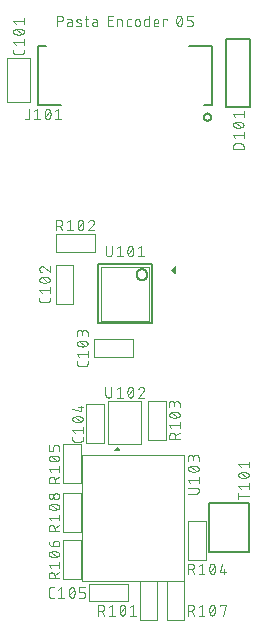
<source format=gbr>
G04 EAGLE Gerber RS-274X export*
G75*
%MOMM*%
%FSLAX34Y34*%
%LPD*%
%INSilkscreen Top*%
%IPPOS*%
%AMOC8*
5,1,8,0,0,1.08239X$1,22.5*%
G01*
%ADD10C,0.127000*%
%ADD11C,0.101600*%
%ADD12C,0.100000*%
%ADD13C,0.152400*%
%ADD14C,0.050800*%

G36*
X43042Y16377D02*
X43042Y16377D01*
X43131Y16379D01*
X43153Y16388D01*
X43176Y16391D01*
X43256Y16430D01*
X43338Y16464D01*
X43356Y16480D01*
X43377Y16490D01*
X43438Y16555D01*
X43504Y16615D01*
X43515Y16636D01*
X43531Y16653D01*
X43566Y16735D01*
X43607Y16815D01*
X43610Y16841D01*
X43619Y16860D01*
X43621Y16910D01*
X43634Y17000D01*
X43634Y23000D01*
X43618Y23088D01*
X43609Y23176D01*
X43599Y23197D01*
X43595Y23221D01*
X43549Y23298D01*
X43510Y23377D01*
X43493Y23394D01*
X43480Y23414D01*
X43411Y23470D01*
X43347Y23531D01*
X43325Y23540D01*
X43306Y23555D01*
X43222Y23584D01*
X43140Y23619D01*
X43116Y23620D01*
X43094Y23627D01*
X43005Y23625D01*
X42916Y23629D01*
X42893Y23621D01*
X42869Y23621D01*
X42787Y23587D01*
X42702Y23560D01*
X42681Y23544D01*
X42662Y23536D01*
X42624Y23502D01*
X42552Y23448D01*
X39552Y20448D01*
X39514Y20395D01*
X39469Y20347D01*
X39450Y20303D01*
X39423Y20264D01*
X39407Y20201D01*
X39381Y20140D01*
X39379Y20093D01*
X39368Y20047D01*
X39374Y19982D01*
X39371Y19916D01*
X39386Y19871D01*
X39391Y19824D01*
X39420Y19765D01*
X39440Y19702D01*
X39473Y19658D01*
X39490Y19623D01*
X39519Y19596D01*
X39552Y19552D01*
X42552Y16552D01*
X42625Y16501D01*
X42694Y16445D01*
X42716Y16437D01*
X42736Y16423D01*
X42822Y16401D01*
X42906Y16373D01*
X42930Y16373D01*
X42953Y16368D01*
X43042Y16377D01*
G37*
G36*
X-4446Y-133488D02*
X-4446Y-133488D01*
X-4391Y-133487D01*
X-4350Y-133469D01*
X-4305Y-133460D01*
X-4260Y-133428D01*
X-4209Y-133406D01*
X-4179Y-133373D01*
X-4141Y-133347D01*
X-4112Y-133301D01*
X-4074Y-133260D01*
X-4059Y-133218D01*
X-4034Y-133180D01*
X-4025Y-133125D01*
X-4006Y-133074D01*
X-4009Y-133028D01*
X-4001Y-132983D01*
X-4014Y-132930D01*
X-4017Y-132875D01*
X-4038Y-132826D01*
X-4047Y-132790D01*
X-4066Y-132764D01*
X-4085Y-132723D01*
X-6085Y-129723D01*
X-6089Y-129718D01*
X-6092Y-129712D01*
X-6133Y-129673D01*
X-6162Y-129634D01*
X-6191Y-129617D01*
X-6226Y-129583D01*
X-6232Y-129580D01*
X-6237Y-129576D01*
X-6301Y-129552D01*
X-6333Y-129533D01*
X-6363Y-129528D01*
X-6410Y-129509D01*
X-6417Y-129509D01*
X-6423Y-129507D01*
X-6475Y-129509D01*
X-6497Y-129505D01*
X-6503Y-129505D01*
X-6533Y-129511D01*
X-6609Y-129513D01*
X-6615Y-129516D01*
X-6622Y-129516D01*
X-6671Y-129539D01*
X-6698Y-129545D01*
X-6730Y-129567D01*
X-6791Y-129594D01*
X-6795Y-129599D01*
X-6801Y-129602D01*
X-6838Y-129641D01*
X-6862Y-129657D01*
X-6879Y-129685D01*
X-6915Y-129723D01*
X-8915Y-132723D01*
X-8936Y-132774D01*
X-8966Y-132820D01*
X-8973Y-132865D01*
X-8991Y-132907D01*
X-8990Y-132962D01*
X-8999Y-133017D01*
X-8988Y-133061D01*
X-8988Y-133106D01*
X-8966Y-133157D01*
X-8953Y-133210D01*
X-8926Y-133246D01*
X-8908Y-133288D01*
X-8868Y-133326D01*
X-8835Y-133370D01*
X-8796Y-133393D01*
X-8763Y-133424D01*
X-8711Y-133443D01*
X-8664Y-133472D01*
X-8612Y-133480D01*
X-8577Y-133493D01*
X-8544Y-133492D01*
X-8500Y-133499D01*
X-4500Y-133499D01*
X-4446Y-133488D01*
G37*
D10*
X86000Y216000D02*
X106000Y216000D01*
X106000Y158000D01*
X86000Y158000D01*
X86000Y216000D01*
X71000Y-219000D02*
X105000Y-219000D01*
X105000Y-177000D01*
X71000Y-177000D01*
X71000Y-219000D01*
D11*
X-57470Y226508D02*
X-57470Y235492D01*
X-54974Y235492D01*
X-54875Y235490D01*
X-54776Y235484D01*
X-54677Y235474D01*
X-54579Y235460D01*
X-54481Y235443D01*
X-54384Y235421D01*
X-54288Y235396D01*
X-54193Y235367D01*
X-54100Y235334D01*
X-54007Y235297D01*
X-53917Y235257D01*
X-53828Y235213D01*
X-53740Y235166D01*
X-53655Y235115D01*
X-53572Y235061D01*
X-53491Y235004D01*
X-53412Y234943D01*
X-53336Y234879D01*
X-53262Y234813D01*
X-53192Y234743D01*
X-53124Y234671D01*
X-53058Y234596D01*
X-52996Y234519D01*
X-52937Y234439D01*
X-52882Y234357D01*
X-52829Y234273D01*
X-52780Y234186D01*
X-52734Y234098D01*
X-52692Y234008D01*
X-52654Y233917D01*
X-52619Y233824D01*
X-52588Y233729D01*
X-52561Y233634D01*
X-52537Y233538D01*
X-52518Y233440D01*
X-52502Y233342D01*
X-52490Y233244D01*
X-52482Y233145D01*
X-52478Y233046D01*
X-52478Y232946D01*
X-52482Y232847D01*
X-52490Y232748D01*
X-52502Y232650D01*
X-52518Y232552D01*
X-52537Y232454D01*
X-52561Y232358D01*
X-52588Y232263D01*
X-52619Y232168D01*
X-52654Y232075D01*
X-52692Y231984D01*
X-52734Y231894D01*
X-52780Y231806D01*
X-52829Y231719D01*
X-52882Y231635D01*
X-52937Y231553D01*
X-52996Y231473D01*
X-53058Y231396D01*
X-53124Y231321D01*
X-53192Y231249D01*
X-53262Y231179D01*
X-53336Y231113D01*
X-53412Y231049D01*
X-53491Y230988D01*
X-53572Y230931D01*
X-53655Y230877D01*
X-53740Y230826D01*
X-53828Y230779D01*
X-53917Y230735D01*
X-54007Y230695D01*
X-54100Y230658D01*
X-54193Y230625D01*
X-54288Y230596D01*
X-54384Y230571D01*
X-54481Y230549D01*
X-54579Y230532D01*
X-54677Y230518D01*
X-54776Y230508D01*
X-54875Y230502D01*
X-54974Y230500D01*
X-54974Y230501D02*
X-57470Y230501D01*
X-47328Y230002D02*
X-45082Y230002D01*
X-47328Y230002D02*
X-47410Y230000D01*
X-47492Y229994D01*
X-47573Y229985D01*
X-47654Y229971D01*
X-47734Y229954D01*
X-47813Y229933D01*
X-47891Y229909D01*
X-47968Y229881D01*
X-48044Y229849D01*
X-48117Y229813D01*
X-48190Y229775D01*
X-48260Y229733D01*
X-48328Y229687D01*
X-48394Y229639D01*
X-48458Y229587D01*
X-48519Y229533D01*
X-48578Y229476D01*
X-48634Y229416D01*
X-48687Y229353D01*
X-48737Y229288D01*
X-48783Y229221D01*
X-48827Y229152D01*
X-48868Y229081D01*
X-48905Y229008D01*
X-48938Y228933D01*
X-48968Y228857D01*
X-48994Y228779D01*
X-49017Y228701D01*
X-49036Y228621D01*
X-49052Y228540D01*
X-49063Y228459D01*
X-49071Y228378D01*
X-49075Y228296D01*
X-49075Y228214D01*
X-49071Y228132D01*
X-49063Y228051D01*
X-49052Y227970D01*
X-49036Y227889D01*
X-49017Y227809D01*
X-48994Y227731D01*
X-48968Y227653D01*
X-48938Y227577D01*
X-48905Y227502D01*
X-48868Y227429D01*
X-48827Y227358D01*
X-48783Y227289D01*
X-48737Y227222D01*
X-48687Y227157D01*
X-48634Y227094D01*
X-48578Y227034D01*
X-48519Y226977D01*
X-48458Y226923D01*
X-48394Y226871D01*
X-48328Y226823D01*
X-48260Y226777D01*
X-48190Y226735D01*
X-48117Y226697D01*
X-48044Y226661D01*
X-47968Y226629D01*
X-47891Y226601D01*
X-47813Y226577D01*
X-47734Y226556D01*
X-47654Y226539D01*
X-47573Y226525D01*
X-47492Y226516D01*
X-47410Y226510D01*
X-47328Y226508D01*
X-45082Y226508D01*
X-45082Y231000D01*
X-45084Y231076D01*
X-45090Y231151D01*
X-45099Y231227D01*
X-45113Y231301D01*
X-45130Y231375D01*
X-45151Y231448D01*
X-45175Y231520D01*
X-45203Y231590D01*
X-45235Y231659D01*
X-45270Y231727D01*
X-45309Y231792D01*
X-45350Y231855D01*
X-45395Y231916D01*
X-45443Y231975D01*
X-45494Y232031D01*
X-45548Y232085D01*
X-45604Y232136D01*
X-45663Y232184D01*
X-45724Y232229D01*
X-45787Y232270D01*
X-45853Y232309D01*
X-45920Y232344D01*
X-45989Y232376D01*
X-46059Y232404D01*
X-46131Y232428D01*
X-46204Y232449D01*
X-46278Y232466D01*
X-46352Y232480D01*
X-46428Y232489D01*
X-46503Y232495D01*
X-46579Y232497D01*
X-48576Y232497D01*
X-40173Y230002D02*
X-37678Y229004D01*
X-40174Y230002D02*
X-40238Y230029D01*
X-40301Y230061D01*
X-40362Y230096D01*
X-40422Y230134D01*
X-40479Y230175D01*
X-40534Y230219D01*
X-40586Y230266D01*
X-40635Y230316D01*
X-40682Y230369D01*
X-40726Y230424D01*
X-40767Y230481D01*
X-40805Y230541D01*
X-40839Y230602D01*
X-40870Y230665D01*
X-40898Y230730D01*
X-40921Y230796D01*
X-40942Y230864D01*
X-40958Y230932D01*
X-40971Y231002D01*
X-40980Y231071D01*
X-40986Y231142D01*
X-40987Y231212D01*
X-40985Y231282D01*
X-40978Y231352D01*
X-40968Y231422D01*
X-40954Y231491D01*
X-40937Y231559D01*
X-40916Y231627D01*
X-40891Y231692D01*
X-40862Y231757D01*
X-40831Y231820D01*
X-40795Y231881D01*
X-40757Y231940D01*
X-40715Y231996D01*
X-40671Y232051D01*
X-40623Y232103D01*
X-40573Y232152D01*
X-40520Y232198D01*
X-40464Y232242D01*
X-40407Y232282D01*
X-40347Y232320D01*
X-40285Y232353D01*
X-40222Y232384D01*
X-40157Y232411D01*
X-40091Y232434D01*
X-40023Y232454D01*
X-39954Y232470D01*
X-39885Y232483D01*
X-39815Y232491D01*
X-39745Y232496D01*
X-39675Y232497D01*
X-39674Y232497D02*
X-39529Y232494D01*
X-39385Y232486D01*
X-39240Y232475D01*
X-39096Y232460D01*
X-38953Y232441D01*
X-38810Y232419D01*
X-38667Y232393D01*
X-38525Y232363D01*
X-38385Y232330D01*
X-38244Y232293D01*
X-38105Y232253D01*
X-37967Y232209D01*
X-37831Y232161D01*
X-37695Y232110D01*
X-37561Y232056D01*
X-37428Y231998D01*
X-37677Y229003D02*
X-37613Y228976D01*
X-37550Y228944D01*
X-37489Y228909D01*
X-37429Y228871D01*
X-37372Y228830D01*
X-37317Y228786D01*
X-37265Y228739D01*
X-37216Y228689D01*
X-37169Y228636D01*
X-37125Y228581D01*
X-37084Y228524D01*
X-37046Y228464D01*
X-37012Y228403D01*
X-36981Y228340D01*
X-36953Y228275D01*
X-36930Y228209D01*
X-36909Y228141D01*
X-36893Y228073D01*
X-36880Y228003D01*
X-36871Y227934D01*
X-36865Y227863D01*
X-36864Y227793D01*
X-36866Y227723D01*
X-36873Y227653D01*
X-36883Y227583D01*
X-36897Y227514D01*
X-36914Y227446D01*
X-36935Y227378D01*
X-36960Y227313D01*
X-36989Y227248D01*
X-37020Y227185D01*
X-37056Y227124D01*
X-37094Y227065D01*
X-37136Y227009D01*
X-37180Y226954D01*
X-37228Y226902D01*
X-37278Y226853D01*
X-37331Y226807D01*
X-37387Y226763D01*
X-37444Y226723D01*
X-37504Y226685D01*
X-37566Y226652D01*
X-37629Y226621D01*
X-37694Y226594D01*
X-37760Y226571D01*
X-37828Y226551D01*
X-37897Y226535D01*
X-37966Y226522D01*
X-38036Y226514D01*
X-38106Y226509D01*
X-38176Y226508D01*
X-38177Y226508D02*
X-38377Y226513D01*
X-38577Y226523D01*
X-38777Y226538D01*
X-38976Y226557D01*
X-39175Y226581D01*
X-39373Y226610D01*
X-39570Y226644D01*
X-39767Y226682D01*
X-39962Y226724D01*
X-40157Y226772D01*
X-40350Y226824D01*
X-40542Y226880D01*
X-40733Y226941D01*
X-40922Y227007D01*
X-33905Y232497D02*
X-30911Y232497D01*
X-32907Y235492D02*
X-32907Y228005D01*
X-32905Y227929D01*
X-32899Y227854D01*
X-32890Y227778D01*
X-32876Y227704D01*
X-32859Y227630D01*
X-32838Y227557D01*
X-32814Y227485D01*
X-32786Y227415D01*
X-32754Y227346D01*
X-32719Y227279D01*
X-32680Y227213D01*
X-32639Y227150D01*
X-32594Y227089D01*
X-32546Y227030D01*
X-32495Y226974D01*
X-32441Y226920D01*
X-32385Y226869D01*
X-32326Y226821D01*
X-32265Y226776D01*
X-32202Y226735D01*
X-32136Y226696D01*
X-32069Y226661D01*
X-32000Y226629D01*
X-31930Y226601D01*
X-31858Y226577D01*
X-31785Y226556D01*
X-31711Y226539D01*
X-31637Y226525D01*
X-31561Y226516D01*
X-31486Y226510D01*
X-31410Y226508D01*
X-30911Y226508D01*
X-25728Y230002D02*
X-23482Y230002D01*
X-25728Y230002D02*
X-25810Y230000D01*
X-25892Y229994D01*
X-25973Y229985D01*
X-26054Y229971D01*
X-26134Y229954D01*
X-26213Y229933D01*
X-26291Y229909D01*
X-26368Y229881D01*
X-26444Y229849D01*
X-26517Y229813D01*
X-26590Y229775D01*
X-26660Y229733D01*
X-26728Y229687D01*
X-26794Y229639D01*
X-26858Y229587D01*
X-26919Y229533D01*
X-26978Y229476D01*
X-27034Y229416D01*
X-27087Y229353D01*
X-27137Y229288D01*
X-27183Y229221D01*
X-27227Y229152D01*
X-27268Y229081D01*
X-27305Y229008D01*
X-27338Y228933D01*
X-27368Y228857D01*
X-27394Y228779D01*
X-27417Y228701D01*
X-27436Y228621D01*
X-27452Y228540D01*
X-27463Y228459D01*
X-27471Y228378D01*
X-27475Y228296D01*
X-27475Y228214D01*
X-27471Y228132D01*
X-27463Y228051D01*
X-27452Y227970D01*
X-27436Y227889D01*
X-27417Y227809D01*
X-27394Y227731D01*
X-27368Y227653D01*
X-27338Y227577D01*
X-27305Y227502D01*
X-27268Y227429D01*
X-27227Y227358D01*
X-27183Y227289D01*
X-27137Y227222D01*
X-27087Y227157D01*
X-27034Y227094D01*
X-26978Y227034D01*
X-26919Y226977D01*
X-26858Y226923D01*
X-26794Y226871D01*
X-26728Y226823D01*
X-26660Y226777D01*
X-26590Y226735D01*
X-26517Y226697D01*
X-26444Y226661D01*
X-26368Y226629D01*
X-26291Y226601D01*
X-26213Y226577D01*
X-26134Y226556D01*
X-26054Y226539D01*
X-25973Y226525D01*
X-25892Y226516D01*
X-25810Y226510D01*
X-25728Y226508D01*
X-23482Y226508D01*
X-23482Y231000D01*
X-23484Y231076D01*
X-23490Y231151D01*
X-23499Y231227D01*
X-23513Y231301D01*
X-23530Y231375D01*
X-23551Y231448D01*
X-23575Y231520D01*
X-23603Y231590D01*
X-23635Y231659D01*
X-23670Y231727D01*
X-23709Y231792D01*
X-23750Y231855D01*
X-23795Y231916D01*
X-23843Y231975D01*
X-23894Y232031D01*
X-23948Y232085D01*
X-24004Y232136D01*
X-24063Y232184D01*
X-24124Y232229D01*
X-24187Y232270D01*
X-24253Y232309D01*
X-24320Y232344D01*
X-24389Y232376D01*
X-24459Y232404D01*
X-24531Y232428D01*
X-24604Y232449D01*
X-24678Y232466D01*
X-24752Y232480D01*
X-24828Y232489D01*
X-24903Y232495D01*
X-24979Y232497D01*
X-26976Y232497D01*
X-14101Y226508D02*
X-10108Y226508D01*
X-14101Y226508D02*
X-14101Y235492D01*
X-10108Y235492D01*
X-11106Y231499D02*
X-14101Y231499D01*
X-6422Y232497D02*
X-6422Y226508D01*
X-6422Y232497D02*
X-3927Y232497D01*
X-3851Y232495D01*
X-3776Y232489D01*
X-3700Y232480D01*
X-3626Y232466D01*
X-3552Y232449D01*
X-3479Y232428D01*
X-3407Y232404D01*
X-3337Y232376D01*
X-3268Y232344D01*
X-3201Y232309D01*
X-3135Y232270D01*
X-3072Y232229D01*
X-3011Y232184D01*
X-2952Y232136D01*
X-2896Y232085D01*
X-2842Y232031D01*
X-2791Y231975D01*
X-2743Y231916D01*
X-2698Y231855D01*
X-2657Y231792D01*
X-2618Y231727D01*
X-2583Y231659D01*
X-2551Y231590D01*
X-2523Y231520D01*
X-2499Y231448D01*
X-2478Y231375D01*
X-2461Y231301D01*
X-2447Y231227D01*
X-2438Y231152D01*
X-2432Y231076D01*
X-2430Y231000D01*
X-2429Y231000D02*
X-2429Y226508D01*
X3187Y226508D02*
X5184Y226508D01*
X3187Y226508D02*
X3111Y226510D01*
X3036Y226516D01*
X2960Y226525D01*
X2886Y226539D01*
X2812Y226556D01*
X2739Y226577D01*
X2667Y226601D01*
X2597Y226629D01*
X2528Y226661D01*
X2461Y226696D01*
X2395Y226735D01*
X2332Y226776D01*
X2271Y226821D01*
X2212Y226869D01*
X2156Y226920D01*
X2102Y226974D01*
X2051Y227030D01*
X2003Y227089D01*
X1958Y227150D01*
X1917Y227213D01*
X1878Y227279D01*
X1843Y227346D01*
X1811Y227415D01*
X1783Y227485D01*
X1759Y227557D01*
X1738Y227630D01*
X1721Y227704D01*
X1707Y227778D01*
X1698Y227854D01*
X1692Y227929D01*
X1690Y228005D01*
X1690Y231000D01*
X1692Y231076D01*
X1698Y231151D01*
X1707Y231227D01*
X1721Y231301D01*
X1738Y231375D01*
X1759Y231448D01*
X1783Y231520D01*
X1811Y231590D01*
X1843Y231659D01*
X1878Y231726D01*
X1917Y231792D01*
X1958Y231855D01*
X2003Y231916D01*
X2051Y231975D01*
X2102Y232031D01*
X2156Y232085D01*
X2212Y232136D01*
X2271Y232184D01*
X2332Y232229D01*
X2395Y232270D01*
X2461Y232309D01*
X2528Y232344D01*
X2597Y232376D01*
X2667Y232404D01*
X2739Y232428D01*
X2812Y232449D01*
X2886Y232466D01*
X2960Y232480D01*
X3036Y232489D01*
X3111Y232495D01*
X3187Y232497D01*
X5184Y232497D01*
X8578Y230501D02*
X8578Y228504D01*
X8578Y230501D02*
X8580Y230589D01*
X8586Y230677D01*
X8596Y230765D01*
X8609Y230852D01*
X8627Y230939D01*
X8648Y231025D01*
X8673Y231109D01*
X8702Y231193D01*
X8734Y231275D01*
X8770Y231356D01*
X8810Y231435D01*
X8853Y231512D01*
X8899Y231587D01*
X8949Y231660D01*
X9002Y231731D01*
X9058Y231799D01*
X9117Y231865D01*
X9178Y231928D01*
X9243Y231988D01*
X9310Y232046D01*
X9379Y232100D01*
X9451Y232151D01*
X9525Y232199D01*
X9602Y232244D01*
X9680Y232285D01*
X9759Y232323D01*
X9841Y232357D01*
X9924Y232388D01*
X10008Y232415D01*
X10093Y232438D01*
X10179Y232458D01*
X10266Y232473D01*
X10354Y232485D01*
X10442Y232493D01*
X10530Y232497D01*
X10618Y232497D01*
X10706Y232493D01*
X10794Y232485D01*
X10882Y232473D01*
X10969Y232458D01*
X11055Y232438D01*
X11140Y232415D01*
X11224Y232388D01*
X11307Y232357D01*
X11389Y232323D01*
X11468Y232285D01*
X11546Y232244D01*
X11623Y232199D01*
X11697Y232151D01*
X11769Y232100D01*
X11838Y232046D01*
X11905Y231988D01*
X11970Y231928D01*
X12031Y231865D01*
X12090Y231799D01*
X12146Y231731D01*
X12199Y231660D01*
X12249Y231587D01*
X12295Y231512D01*
X12338Y231435D01*
X12378Y231356D01*
X12414Y231275D01*
X12446Y231193D01*
X12475Y231109D01*
X12500Y231025D01*
X12521Y230939D01*
X12539Y230852D01*
X12552Y230765D01*
X12562Y230677D01*
X12568Y230589D01*
X12570Y230501D01*
X12571Y230501D02*
X12571Y228504D01*
X12570Y228504D02*
X12568Y228416D01*
X12562Y228328D01*
X12552Y228240D01*
X12539Y228153D01*
X12521Y228066D01*
X12500Y227980D01*
X12475Y227896D01*
X12446Y227812D01*
X12414Y227730D01*
X12378Y227649D01*
X12338Y227570D01*
X12295Y227493D01*
X12249Y227418D01*
X12199Y227345D01*
X12146Y227274D01*
X12090Y227206D01*
X12031Y227140D01*
X11970Y227077D01*
X11905Y227017D01*
X11838Y226959D01*
X11769Y226905D01*
X11697Y226854D01*
X11623Y226806D01*
X11546Y226761D01*
X11468Y226720D01*
X11389Y226682D01*
X11307Y226648D01*
X11224Y226617D01*
X11140Y226590D01*
X11055Y226567D01*
X10969Y226547D01*
X10882Y226532D01*
X10794Y226520D01*
X10706Y226512D01*
X10618Y226508D01*
X10530Y226508D01*
X10442Y226512D01*
X10354Y226520D01*
X10266Y226532D01*
X10179Y226547D01*
X10093Y226567D01*
X10008Y226590D01*
X9924Y226617D01*
X9841Y226648D01*
X9759Y226682D01*
X9680Y226720D01*
X9602Y226761D01*
X9525Y226806D01*
X9451Y226854D01*
X9379Y226905D01*
X9310Y226959D01*
X9243Y227017D01*
X9178Y227077D01*
X9117Y227140D01*
X9058Y227206D01*
X9002Y227274D01*
X8949Y227345D01*
X8899Y227418D01*
X8853Y227493D01*
X8810Y227570D01*
X8770Y227649D01*
X8734Y227730D01*
X8702Y227812D01*
X8673Y227896D01*
X8648Y227980D01*
X8627Y228066D01*
X8609Y228153D01*
X8596Y228240D01*
X8586Y228328D01*
X8580Y228416D01*
X8578Y228504D01*
X20318Y226508D02*
X20318Y235492D01*
X20318Y226508D02*
X17823Y226508D01*
X17747Y226510D01*
X17672Y226516D01*
X17596Y226525D01*
X17522Y226539D01*
X17448Y226556D01*
X17375Y226577D01*
X17303Y226601D01*
X17233Y226629D01*
X17164Y226661D01*
X17097Y226696D01*
X17031Y226735D01*
X16968Y226776D01*
X16907Y226821D01*
X16848Y226869D01*
X16792Y226920D01*
X16738Y226974D01*
X16687Y227030D01*
X16639Y227089D01*
X16594Y227150D01*
X16553Y227213D01*
X16514Y227279D01*
X16479Y227346D01*
X16447Y227415D01*
X16419Y227485D01*
X16395Y227557D01*
X16374Y227630D01*
X16357Y227704D01*
X16343Y227778D01*
X16334Y227854D01*
X16328Y227929D01*
X16326Y228005D01*
X16325Y228005D02*
X16325Y231000D01*
X16326Y231000D02*
X16328Y231076D01*
X16334Y231151D01*
X16343Y231227D01*
X16357Y231301D01*
X16374Y231375D01*
X16395Y231448D01*
X16419Y231520D01*
X16447Y231590D01*
X16479Y231659D01*
X16514Y231726D01*
X16553Y231792D01*
X16594Y231855D01*
X16639Y231916D01*
X16687Y231975D01*
X16738Y232031D01*
X16792Y232085D01*
X16848Y232136D01*
X16907Y232184D01*
X16968Y232229D01*
X17031Y232270D01*
X17097Y232309D01*
X17164Y232344D01*
X17233Y232376D01*
X17303Y232404D01*
X17375Y232428D01*
X17448Y232449D01*
X17522Y232466D01*
X17596Y232480D01*
X17672Y232489D01*
X17747Y232495D01*
X17823Y232497D01*
X20318Y232497D01*
X25975Y226508D02*
X28471Y226508D01*
X25975Y226508D02*
X25899Y226510D01*
X25824Y226516D01*
X25748Y226525D01*
X25674Y226539D01*
X25600Y226556D01*
X25527Y226577D01*
X25455Y226601D01*
X25385Y226629D01*
X25316Y226661D01*
X25249Y226696D01*
X25183Y226735D01*
X25120Y226776D01*
X25059Y226821D01*
X25000Y226869D01*
X24944Y226920D01*
X24890Y226974D01*
X24839Y227030D01*
X24791Y227089D01*
X24746Y227150D01*
X24705Y227213D01*
X24666Y227279D01*
X24631Y227346D01*
X24599Y227415D01*
X24571Y227485D01*
X24547Y227557D01*
X24526Y227630D01*
X24509Y227704D01*
X24495Y227778D01*
X24486Y227854D01*
X24480Y227929D01*
X24478Y228005D01*
X24478Y230501D01*
X24480Y230589D01*
X24486Y230677D01*
X24496Y230765D01*
X24509Y230852D01*
X24527Y230939D01*
X24548Y231025D01*
X24573Y231109D01*
X24602Y231193D01*
X24634Y231275D01*
X24670Y231356D01*
X24710Y231435D01*
X24753Y231512D01*
X24799Y231587D01*
X24849Y231660D01*
X24902Y231731D01*
X24958Y231799D01*
X25017Y231865D01*
X25078Y231928D01*
X25143Y231988D01*
X25210Y232046D01*
X25279Y232100D01*
X25351Y232151D01*
X25425Y232199D01*
X25502Y232244D01*
X25580Y232285D01*
X25659Y232323D01*
X25741Y232357D01*
X25824Y232388D01*
X25908Y232415D01*
X25993Y232438D01*
X26079Y232458D01*
X26166Y232473D01*
X26254Y232485D01*
X26342Y232493D01*
X26430Y232497D01*
X26518Y232497D01*
X26606Y232493D01*
X26694Y232485D01*
X26782Y232473D01*
X26869Y232458D01*
X26955Y232438D01*
X27040Y232415D01*
X27124Y232388D01*
X27207Y232357D01*
X27289Y232323D01*
X27368Y232285D01*
X27446Y232244D01*
X27523Y232199D01*
X27597Y232151D01*
X27669Y232100D01*
X27738Y232046D01*
X27805Y231988D01*
X27870Y231928D01*
X27931Y231865D01*
X27990Y231799D01*
X28046Y231731D01*
X28099Y231660D01*
X28149Y231587D01*
X28195Y231512D01*
X28238Y231435D01*
X28278Y231356D01*
X28314Y231275D01*
X28346Y231193D01*
X28375Y231109D01*
X28400Y231025D01*
X28421Y230939D01*
X28439Y230852D01*
X28452Y230765D01*
X28462Y230677D01*
X28468Y230589D01*
X28470Y230501D01*
X28471Y230501D02*
X28471Y229503D01*
X24478Y229503D01*
X32637Y232497D02*
X32637Y226508D01*
X32637Y232497D02*
X35632Y232497D01*
X35632Y231499D01*
X43479Y231000D02*
X43481Y231177D01*
X43487Y231353D01*
X43498Y231530D01*
X43513Y231706D01*
X43532Y231882D01*
X43555Y232057D01*
X43582Y232231D01*
X43614Y232405D01*
X43649Y232578D01*
X43689Y232751D01*
X43733Y232922D01*
X43781Y233092D01*
X43833Y233261D01*
X43889Y233428D01*
X43949Y233595D01*
X44013Y233760D01*
X44080Y233923D01*
X44152Y234084D01*
X44228Y234244D01*
X44227Y234244D02*
X44256Y234324D01*
X44289Y234402D01*
X44326Y234478D01*
X44366Y234553D01*
X44409Y234626D01*
X44456Y234697D01*
X44506Y234766D01*
X44559Y234832D01*
X44615Y234896D01*
X44674Y234957D01*
X44735Y235015D01*
X44800Y235070D01*
X44866Y235123D01*
X44935Y235172D01*
X45007Y235218D01*
X45080Y235261D01*
X45155Y235300D01*
X45232Y235336D01*
X45310Y235369D01*
X45390Y235397D01*
X45471Y235422D01*
X45553Y235443D01*
X45636Y235461D01*
X45720Y235474D01*
X45805Y235484D01*
X45889Y235490D01*
X45974Y235492D01*
X46059Y235490D01*
X46143Y235484D01*
X46228Y235474D01*
X46312Y235461D01*
X46395Y235443D01*
X46477Y235422D01*
X46558Y235397D01*
X46638Y235369D01*
X46716Y235336D01*
X46793Y235300D01*
X46868Y235261D01*
X46942Y235218D01*
X47013Y235172D01*
X47082Y235123D01*
X47148Y235070D01*
X47213Y235015D01*
X47274Y234957D01*
X47333Y234896D01*
X47389Y234832D01*
X47442Y234766D01*
X47492Y234697D01*
X47539Y234626D01*
X47582Y234553D01*
X47622Y234478D01*
X47659Y234402D01*
X47692Y234324D01*
X47721Y234244D01*
X47797Y234085D01*
X47869Y233923D01*
X47936Y233760D01*
X48000Y233595D01*
X48060Y233429D01*
X48116Y233261D01*
X48168Y233092D01*
X48216Y232922D01*
X48260Y232751D01*
X48300Y232579D01*
X48335Y232405D01*
X48367Y232232D01*
X48394Y232057D01*
X48417Y231882D01*
X48436Y231706D01*
X48451Y231530D01*
X48462Y231353D01*
X48468Y231177D01*
X48470Y231000D01*
X43478Y231000D02*
X43480Y230823D01*
X43486Y230647D01*
X43497Y230470D01*
X43512Y230294D01*
X43531Y230118D01*
X43554Y229943D01*
X43581Y229768D01*
X43613Y229595D01*
X43648Y229421D01*
X43688Y229249D01*
X43732Y229078D01*
X43780Y228908D01*
X43832Y228739D01*
X43888Y228571D01*
X43948Y228405D01*
X44012Y228240D01*
X44079Y228077D01*
X44151Y227915D01*
X44227Y227756D01*
X44256Y227676D01*
X44289Y227598D01*
X44326Y227522D01*
X44366Y227447D01*
X44409Y227374D01*
X44456Y227303D01*
X44506Y227234D01*
X44559Y227168D01*
X44615Y227104D01*
X44674Y227043D01*
X44735Y226985D01*
X44800Y226930D01*
X44866Y226877D01*
X44935Y226828D01*
X45007Y226782D01*
X45080Y226739D01*
X45155Y226700D01*
X45232Y226664D01*
X45310Y226631D01*
X45390Y226603D01*
X45471Y226578D01*
X45553Y226557D01*
X45636Y226539D01*
X45720Y226526D01*
X45805Y226516D01*
X45889Y226510D01*
X45974Y226508D01*
X47721Y227756D02*
X47797Y227915D01*
X47869Y228077D01*
X47936Y228240D01*
X48000Y228405D01*
X48060Y228571D01*
X48116Y228739D01*
X48168Y228908D01*
X48216Y229078D01*
X48260Y229249D01*
X48300Y229421D01*
X48335Y229595D01*
X48367Y229768D01*
X48394Y229943D01*
X48417Y230118D01*
X48436Y230294D01*
X48451Y230470D01*
X48462Y230647D01*
X48468Y230823D01*
X48470Y231000D01*
X47721Y227756D02*
X47692Y227676D01*
X47659Y227598D01*
X47622Y227522D01*
X47582Y227447D01*
X47539Y227374D01*
X47492Y227303D01*
X47442Y227234D01*
X47389Y227168D01*
X47333Y227104D01*
X47274Y227043D01*
X47213Y226985D01*
X47148Y226930D01*
X47082Y226877D01*
X47013Y226828D01*
X46941Y226782D01*
X46868Y226739D01*
X46793Y226700D01*
X46716Y226664D01*
X46638Y226631D01*
X46558Y226603D01*
X46477Y226578D01*
X46395Y226557D01*
X46312Y226539D01*
X46228Y226526D01*
X46143Y226516D01*
X46059Y226510D01*
X45974Y226508D01*
X43978Y228504D02*
X47971Y233496D01*
X52479Y226508D02*
X55473Y226508D01*
X55560Y226510D01*
X55647Y226516D01*
X55734Y226525D01*
X55820Y226538D01*
X55905Y226555D01*
X55990Y226576D01*
X56073Y226600D01*
X56156Y226628D01*
X56237Y226660D01*
X56317Y226695D01*
X56395Y226734D01*
X56471Y226775D01*
X56545Y226821D01*
X56618Y226869D01*
X56688Y226920D01*
X56756Y226975D01*
X56821Y227032D01*
X56884Y227093D01*
X56945Y227156D01*
X57002Y227221D01*
X57057Y227289D01*
X57108Y227359D01*
X57156Y227432D01*
X57202Y227506D01*
X57243Y227582D01*
X57282Y227660D01*
X57317Y227740D01*
X57349Y227821D01*
X57377Y227904D01*
X57401Y227987D01*
X57422Y228072D01*
X57439Y228157D01*
X57452Y228243D01*
X57461Y228330D01*
X57467Y228417D01*
X57469Y228504D01*
X57470Y228504D02*
X57470Y229503D01*
X57469Y229503D02*
X57467Y229590D01*
X57461Y229677D01*
X57452Y229764D01*
X57439Y229850D01*
X57422Y229935D01*
X57401Y230020D01*
X57377Y230103D01*
X57349Y230186D01*
X57317Y230267D01*
X57282Y230347D01*
X57243Y230425D01*
X57202Y230501D01*
X57156Y230575D01*
X57108Y230648D01*
X57057Y230718D01*
X57002Y230786D01*
X56945Y230851D01*
X56884Y230914D01*
X56821Y230975D01*
X56756Y231032D01*
X56688Y231087D01*
X56618Y231138D01*
X56545Y231186D01*
X56471Y231232D01*
X56395Y231273D01*
X56317Y231312D01*
X56237Y231347D01*
X56156Y231379D01*
X56073Y231407D01*
X55990Y231431D01*
X55905Y231452D01*
X55820Y231469D01*
X55734Y231482D01*
X55647Y231491D01*
X55560Y231497D01*
X55473Y231499D01*
X52479Y231499D01*
X52479Y235492D01*
X57470Y235492D01*
D12*
X-43500Y-8500D02*
X-58500Y-8500D01*
X-58500Y24500D01*
X-43500Y24500D01*
X-43500Y-8500D01*
D11*
X-63508Y-5264D02*
X-63508Y-3267D01*
X-63508Y-5264D02*
X-63510Y-5351D01*
X-63516Y-5438D01*
X-63525Y-5525D01*
X-63538Y-5611D01*
X-63555Y-5696D01*
X-63576Y-5781D01*
X-63600Y-5864D01*
X-63628Y-5947D01*
X-63660Y-6028D01*
X-63695Y-6108D01*
X-63734Y-6186D01*
X-63775Y-6262D01*
X-63821Y-6336D01*
X-63869Y-6409D01*
X-63920Y-6479D01*
X-63975Y-6547D01*
X-64032Y-6612D01*
X-64093Y-6675D01*
X-64156Y-6736D01*
X-64221Y-6793D01*
X-64289Y-6848D01*
X-64359Y-6899D01*
X-64432Y-6947D01*
X-64506Y-6993D01*
X-64582Y-7034D01*
X-64660Y-7073D01*
X-64740Y-7108D01*
X-64821Y-7140D01*
X-64904Y-7168D01*
X-64987Y-7192D01*
X-65072Y-7213D01*
X-65157Y-7230D01*
X-65243Y-7243D01*
X-65330Y-7252D01*
X-65417Y-7258D01*
X-65504Y-7260D01*
X-70496Y-7260D01*
X-70583Y-7258D01*
X-70670Y-7252D01*
X-70757Y-7243D01*
X-70843Y-7230D01*
X-70928Y-7213D01*
X-71013Y-7192D01*
X-71096Y-7168D01*
X-71179Y-7140D01*
X-71260Y-7108D01*
X-71340Y-7073D01*
X-71418Y-7034D01*
X-71494Y-6993D01*
X-71568Y-6947D01*
X-71641Y-6899D01*
X-71711Y-6848D01*
X-71779Y-6793D01*
X-71844Y-6736D01*
X-71907Y-6675D01*
X-71968Y-6612D01*
X-72025Y-6547D01*
X-72080Y-6479D01*
X-72131Y-6409D01*
X-72179Y-6336D01*
X-72225Y-6262D01*
X-72266Y-6186D01*
X-72305Y-6108D01*
X-72340Y-6028D01*
X-72372Y-5947D01*
X-72400Y-5864D01*
X-72424Y-5781D01*
X-72445Y-5696D01*
X-72462Y-5611D01*
X-72475Y-5525D01*
X-72484Y-5438D01*
X-72490Y-5351D01*
X-72492Y-5264D01*
X-72492Y-3267D01*
X-70496Y269D02*
X-72492Y2765D01*
X-63508Y2765D01*
X-63508Y5260D02*
X-63508Y269D01*
X-68000Y9270D02*
X-68177Y9272D01*
X-68353Y9278D01*
X-68530Y9289D01*
X-68706Y9304D01*
X-68882Y9323D01*
X-69057Y9346D01*
X-69231Y9373D01*
X-69405Y9405D01*
X-69578Y9440D01*
X-69751Y9480D01*
X-69922Y9524D01*
X-70092Y9572D01*
X-70261Y9624D01*
X-70428Y9680D01*
X-70595Y9740D01*
X-70760Y9804D01*
X-70923Y9871D01*
X-71084Y9943D01*
X-71244Y10019D01*
X-71244Y10018D02*
X-71324Y10047D01*
X-71402Y10080D01*
X-71478Y10117D01*
X-71553Y10157D01*
X-71626Y10200D01*
X-71697Y10247D01*
X-71766Y10297D01*
X-71832Y10350D01*
X-71896Y10406D01*
X-71957Y10465D01*
X-72015Y10526D01*
X-72070Y10591D01*
X-72123Y10657D01*
X-72172Y10726D01*
X-72218Y10798D01*
X-72261Y10871D01*
X-72300Y10946D01*
X-72336Y11023D01*
X-72369Y11101D01*
X-72397Y11181D01*
X-72422Y11262D01*
X-72443Y11344D01*
X-72461Y11427D01*
X-72474Y11511D01*
X-72484Y11596D01*
X-72490Y11680D01*
X-72492Y11765D01*
X-72490Y11850D01*
X-72484Y11934D01*
X-72474Y12019D01*
X-72461Y12103D01*
X-72443Y12186D01*
X-72422Y12268D01*
X-72397Y12349D01*
X-72369Y12429D01*
X-72336Y12507D01*
X-72300Y12584D01*
X-72261Y12659D01*
X-72218Y12733D01*
X-72172Y12804D01*
X-72123Y12873D01*
X-72070Y12939D01*
X-72015Y13004D01*
X-71957Y13065D01*
X-71896Y13124D01*
X-71832Y13180D01*
X-71766Y13233D01*
X-71697Y13283D01*
X-71626Y13330D01*
X-71553Y13373D01*
X-71478Y13413D01*
X-71402Y13450D01*
X-71324Y13483D01*
X-71244Y13512D01*
X-71085Y13588D01*
X-70923Y13660D01*
X-70760Y13727D01*
X-70595Y13791D01*
X-70429Y13851D01*
X-70261Y13907D01*
X-70092Y13959D01*
X-69922Y14007D01*
X-69751Y14051D01*
X-69579Y14091D01*
X-69405Y14126D01*
X-69232Y14158D01*
X-69057Y14185D01*
X-68882Y14208D01*
X-68706Y14227D01*
X-68530Y14242D01*
X-68353Y14253D01*
X-68177Y14259D01*
X-68000Y14261D01*
X-68000Y9269D02*
X-67823Y9271D01*
X-67647Y9277D01*
X-67470Y9288D01*
X-67294Y9303D01*
X-67118Y9322D01*
X-66943Y9345D01*
X-66768Y9372D01*
X-66595Y9404D01*
X-66421Y9439D01*
X-66249Y9479D01*
X-66078Y9523D01*
X-65908Y9571D01*
X-65739Y9623D01*
X-65571Y9679D01*
X-65405Y9739D01*
X-65240Y9803D01*
X-65077Y9870D01*
X-64915Y9942D01*
X-64756Y10018D01*
X-64676Y10047D01*
X-64598Y10080D01*
X-64522Y10117D01*
X-64447Y10157D01*
X-64374Y10200D01*
X-64303Y10247D01*
X-64234Y10297D01*
X-64168Y10350D01*
X-64104Y10406D01*
X-64043Y10465D01*
X-63985Y10526D01*
X-63930Y10591D01*
X-63877Y10657D01*
X-63828Y10726D01*
X-63782Y10798D01*
X-63739Y10871D01*
X-63700Y10946D01*
X-63664Y11023D01*
X-63631Y11101D01*
X-63603Y11181D01*
X-63578Y11262D01*
X-63557Y11344D01*
X-63539Y11427D01*
X-63526Y11511D01*
X-63516Y11596D01*
X-63510Y11680D01*
X-63508Y11765D01*
X-64756Y13512D02*
X-64915Y13588D01*
X-65077Y13660D01*
X-65240Y13727D01*
X-65405Y13791D01*
X-65571Y13851D01*
X-65739Y13907D01*
X-65908Y13959D01*
X-66078Y14007D01*
X-66249Y14051D01*
X-66421Y14091D01*
X-66595Y14126D01*
X-66768Y14158D01*
X-66943Y14185D01*
X-67118Y14208D01*
X-67294Y14227D01*
X-67470Y14242D01*
X-67647Y14253D01*
X-67823Y14259D01*
X-68000Y14261D01*
X-64756Y13512D02*
X-64676Y13483D01*
X-64598Y13450D01*
X-64522Y13413D01*
X-64447Y13373D01*
X-64374Y13330D01*
X-64303Y13283D01*
X-64234Y13233D01*
X-64168Y13180D01*
X-64104Y13124D01*
X-64043Y13065D01*
X-63985Y13004D01*
X-63930Y12939D01*
X-63877Y12873D01*
X-63828Y12804D01*
X-63782Y12732D01*
X-63739Y12659D01*
X-63700Y12584D01*
X-63664Y12507D01*
X-63631Y12429D01*
X-63603Y12349D01*
X-63578Y12268D01*
X-63557Y12186D01*
X-63539Y12103D01*
X-63526Y12019D01*
X-63516Y11934D01*
X-63510Y11850D01*
X-63508Y11765D01*
X-65504Y9768D02*
X-70496Y13761D01*
X-72492Y21014D02*
X-72490Y21107D01*
X-72484Y21199D01*
X-72475Y21292D01*
X-72461Y21384D01*
X-72444Y21475D01*
X-72423Y21565D01*
X-72399Y21655D01*
X-72370Y21743D01*
X-72338Y21830D01*
X-72303Y21916D01*
X-72264Y22000D01*
X-72221Y22083D01*
X-72175Y22164D01*
X-72126Y22242D01*
X-72074Y22319D01*
X-72018Y22394D01*
X-71960Y22466D01*
X-71898Y22535D01*
X-71834Y22602D01*
X-71767Y22666D01*
X-71698Y22728D01*
X-71626Y22786D01*
X-71551Y22842D01*
X-71474Y22894D01*
X-71396Y22943D01*
X-71315Y22989D01*
X-71232Y23032D01*
X-71148Y23071D01*
X-71062Y23106D01*
X-70975Y23138D01*
X-70887Y23167D01*
X-70797Y23191D01*
X-70707Y23212D01*
X-70616Y23229D01*
X-70524Y23243D01*
X-70431Y23252D01*
X-70339Y23258D01*
X-70246Y23260D01*
X-72493Y21014D02*
X-72491Y20907D01*
X-72485Y20801D01*
X-72475Y20694D01*
X-72461Y20589D01*
X-72444Y20483D01*
X-72422Y20379D01*
X-72397Y20275D01*
X-72368Y20172D01*
X-72335Y20071D01*
X-72298Y19971D01*
X-72257Y19872D01*
X-72213Y19775D01*
X-72166Y19679D01*
X-72115Y19585D01*
X-72060Y19494D01*
X-72002Y19404D01*
X-71941Y19317D01*
X-71877Y19231D01*
X-71809Y19149D01*
X-71739Y19069D01*
X-71665Y18991D01*
X-71589Y18916D01*
X-71510Y18844D01*
X-71429Y18776D01*
X-71345Y18710D01*
X-71258Y18647D01*
X-71170Y18588D01*
X-71079Y18531D01*
X-70986Y18479D01*
X-70891Y18429D01*
X-70795Y18384D01*
X-70697Y18342D01*
X-70597Y18303D01*
X-70496Y18268D01*
X-68499Y22512D02*
X-68568Y22582D01*
X-68639Y22648D01*
X-68713Y22712D01*
X-68790Y22772D01*
X-68869Y22830D01*
X-68950Y22884D01*
X-69034Y22934D01*
X-69119Y22982D01*
X-69207Y23026D01*
X-69296Y23066D01*
X-69386Y23103D01*
X-69478Y23136D01*
X-69571Y23165D01*
X-69666Y23190D01*
X-69761Y23212D01*
X-69857Y23229D01*
X-69954Y23243D01*
X-70051Y23253D01*
X-70148Y23259D01*
X-70246Y23261D01*
X-68499Y22512D02*
X-63508Y18269D01*
X-63508Y23260D01*
D12*
X-80000Y162500D02*
X-80000Y199500D01*
X-80000Y162500D02*
X-100000Y162500D01*
X-100000Y199500D01*
X-80000Y199500D01*
D11*
X-85428Y204540D02*
X-85428Y206572D01*
X-85428Y204540D02*
X-85430Y204451D01*
X-85436Y204363D01*
X-85445Y204275D01*
X-85459Y204187D01*
X-85476Y204100D01*
X-85497Y204014D01*
X-85522Y203929D01*
X-85551Y203845D01*
X-85583Y203762D01*
X-85618Y203681D01*
X-85658Y203602D01*
X-85700Y203524D01*
X-85746Y203448D01*
X-85795Y203374D01*
X-85848Y203303D01*
X-85903Y203234D01*
X-85962Y203167D01*
X-86023Y203103D01*
X-86087Y203042D01*
X-86154Y202983D01*
X-86223Y202928D01*
X-86294Y202875D01*
X-86368Y202826D01*
X-86444Y202780D01*
X-86522Y202738D01*
X-86601Y202698D01*
X-86682Y202663D01*
X-86765Y202631D01*
X-86849Y202602D01*
X-86934Y202577D01*
X-87020Y202556D01*
X-87107Y202539D01*
X-87195Y202525D01*
X-87283Y202516D01*
X-87371Y202510D01*
X-87460Y202508D01*
X-92540Y202508D01*
X-92629Y202510D01*
X-92717Y202516D01*
X-92805Y202525D01*
X-92893Y202539D01*
X-92980Y202556D01*
X-93066Y202577D01*
X-93151Y202602D01*
X-93235Y202631D01*
X-93318Y202663D01*
X-93399Y202698D01*
X-93478Y202738D01*
X-93556Y202780D01*
X-93632Y202826D01*
X-93706Y202875D01*
X-93777Y202928D01*
X-93846Y202983D01*
X-93913Y203042D01*
X-93977Y203103D01*
X-94038Y203167D01*
X-94097Y203234D01*
X-94152Y203303D01*
X-94205Y203374D01*
X-94254Y203448D01*
X-94300Y203524D01*
X-94342Y203602D01*
X-94382Y203681D01*
X-94417Y203762D01*
X-94449Y203845D01*
X-94478Y203929D01*
X-94503Y204014D01*
X-94524Y204100D01*
X-94541Y204187D01*
X-94555Y204275D01*
X-94564Y204363D01*
X-94570Y204451D01*
X-94572Y204540D01*
X-94572Y206572D01*
X-92540Y210158D02*
X-94572Y212698D01*
X-85428Y212698D01*
X-85428Y210158D02*
X-85428Y215238D01*
X-90000Y219302D02*
X-90180Y219304D01*
X-90360Y219311D01*
X-90539Y219321D01*
X-90718Y219336D01*
X-90897Y219356D01*
X-91076Y219379D01*
X-91253Y219407D01*
X-91430Y219439D01*
X-91607Y219475D01*
X-91782Y219516D01*
X-91956Y219560D01*
X-92129Y219609D01*
X-92301Y219662D01*
X-92472Y219719D01*
X-92641Y219780D01*
X-92809Y219845D01*
X-92975Y219914D01*
X-93139Y219987D01*
X-93302Y220064D01*
X-93380Y220092D01*
X-93457Y220125D01*
X-93532Y220160D01*
X-93606Y220199D01*
X-93678Y220241D01*
X-93747Y220286D01*
X-93815Y220335D01*
X-93881Y220386D01*
X-93944Y220440D01*
X-94005Y220497D01*
X-94064Y220556D01*
X-94119Y220618D01*
X-94172Y220683D01*
X-94222Y220749D01*
X-94269Y220818D01*
X-94313Y220889D01*
X-94353Y220962D01*
X-94390Y221036D01*
X-94425Y221112D01*
X-94455Y221190D01*
X-94482Y221268D01*
X-94506Y221348D01*
X-94526Y221429D01*
X-94543Y221511D01*
X-94555Y221593D01*
X-94565Y221676D01*
X-94570Y221759D01*
X-94572Y221842D01*
X-94570Y221925D01*
X-94565Y222008D01*
X-94555Y222091D01*
X-94543Y222173D01*
X-94526Y222255D01*
X-94506Y222336D01*
X-94482Y222416D01*
X-94455Y222494D01*
X-94425Y222572D01*
X-94390Y222648D01*
X-94353Y222722D01*
X-94313Y222795D01*
X-94269Y222866D01*
X-94222Y222935D01*
X-94172Y223001D01*
X-94119Y223066D01*
X-94064Y223128D01*
X-94005Y223187D01*
X-93944Y223244D01*
X-93881Y223298D01*
X-93815Y223349D01*
X-93747Y223398D01*
X-93678Y223443D01*
X-93606Y223485D01*
X-93532Y223524D01*
X-93457Y223559D01*
X-93380Y223592D01*
X-93302Y223620D01*
X-93139Y223697D01*
X-92975Y223770D01*
X-92809Y223839D01*
X-92641Y223904D01*
X-92472Y223965D01*
X-92301Y224022D01*
X-92129Y224075D01*
X-91956Y224124D01*
X-91782Y224168D01*
X-91607Y224209D01*
X-91430Y224245D01*
X-91253Y224277D01*
X-91076Y224305D01*
X-90897Y224328D01*
X-90718Y224348D01*
X-90539Y224363D01*
X-90360Y224373D01*
X-90180Y224380D01*
X-90000Y224382D01*
X-90000Y219302D02*
X-89820Y219304D01*
X-89640Y219311D01*
X-89461Y219321D01*
X-89282Y219336D01*
X-89103Y219356D01*
X-88924Y219379D01*
X-88747Y219407D01*
X-88570Y219439D01*
X-88393Y219475D01*
X-88218Y219516D01*
X-88044Y219560D01*
X-87871Y219609D01*
X-87699Y219662D01*
X-87528Y219719D01*
X-87359Y219780D01*
X-87191Y219845D01*
X-87025Y219914D01*
X-86861Y219987D01*
X-86698Y220064D01*
X-86620Y220092D01*
X-86543Y220125D01*
X-86468Y220160D01*
X-86394Y220199D01*
X-86322Y220241D01*
X-86253Y220286D01*
X-86185Y220335D01*
X-86119Y220386D01*
X-86056Y220440D01*
X-85995Y220497D01*
X-85936Y220556D01*
X-85881Y220618D01*
X-85828Y220683D01*
X-85778Y220749D01*
X-85731Y220818D01*
X-85687Y220889D01*
X-85647Y220962D01*
X-85610Y221036D01*
X-85575Y221112D01*
X-85545Y221190D01*
X-85518Y221268D01*
X-85494Y221348D01*
X-85474Y221429D01*
X-85457Y221511D01*
X-85445Y221593D01*
X-85435Y221676D01*
X-85430Y221759D01*
X-85428Y221842D01*
X-86698Y223620D02*
X-86861Y223697D01*
X-87025Y223770D01*
X-87191Y223839D01*
X-87359Y223904D01*
X-87528Y223965D01*
X-87699Y224022D01*
X-87871Y224075D01*
X-88044Y224124D01*
X-88218Y224168D01*
X-88393Y224209D01*
X-88570Y224245D01*
X-88747Y224277D01*
X-88924Y224305D01*
X-89103Y224328D01*
X-89282Y224348D01*
X-89461Y224363D01*
X-89640Y224373D01*
X-89820Y224380D01*
X-90000Y224382D01*
X-86698Y223620D02*
X-86620Y223592D01*
X-86543Y223559D01*
X-86468Y223524D01*
X-86394Y223485D01*
X-86322Y223443D01*
X-86253Y223398D01*
X-86185Y223349D01*
X-86119Y223298D01*
X-86056Y223244D01*
X-85995Y223187D01*
X-85936Y223128D01*
X-85881Y223066D01*
X-85828Y223001D01*
X-85778Y222935D01*
X-85731Y222866D01*
X-85687Y222795D01*
X-85647Y222722D01*
X-85610Y222648D01*
X-85575Y222572D01*
X-85545Y222494D01*
X-85518Y222416D01*
X-85494Y222336D01*
X-85474Y222255D01*
X-85457Y222173D01*
X-85445Y222091D01*
X-85435Y222008D01*
X-85430Y221925D01*
X-85428Y221842D01*
X-87460Y219810D02*
X-92540Y223874D01*
X-92540Y228446D02*
X-94572Y230986D01*
X-85428Y230986D01*
X-85428Y228446D02*
X-85428Y233526D01*
D12*
X2500Y-245500D02*
X2500Y-260500D01*
X-30500Y-260500D01*
X-30500Y-245500D01*
X2500Y-245500D01*
D11*
X-60036Y-257492D02*
X-62032Y-257492D01*
X-62119Y-257490D01*
X-62206Y-257484D01*
X-62293Y-257475D01*
X-62379Y-257462D01*
X-62464Y-257445D01*
X-62549Y-257424D01*
X-62632Y-257400D01*
X-62715Y-257372D01*
X-62796Y-257340D01*
X-62876Y-257305D01*
X-62954Y-257266D01*
X-63030Y-257225D01*
X-63104Y-257179D01*
X-63177Y-257131D01*
X-63247Y-257080D01*
X-63315Y-257025D01*
X-63380Y-256968D01*
X-63443Y-256907D01*
X-63504Y-256844D01*
X-63561Y-256779D01*
X-63616Y-256711D01*
X-63667Y-256641D01*
X-63715Y-256568D01*
X-63761Y-256494D01*
X-63802Y-256418D01*
X-63841Y-256340D01*
X-63876Y-256260D01*
X-63908Y-256179D01*
X-63936Y-256096D01*
X-63960Y-256013D01*
X-63981Y-255928D01*
X-63998Y-255843D01*
X-64011Y-255757D01*
X-64020Y-255670D01*
X-64026Y-255583D01*
X-64028Y-255496D01*
X-64029Y-255496D02*
X-64029Y-250504D01*
X-64027Y-250417D01*
X-64021Y-250330D01*
X-64012Y-250243D01*
X-63999Y-250157D01*
X-63982Y-250072D01*
X-63961Y-249987D01*
X-63937Y-249904D01*
X-63909Y-249821D01*
X-63877Y-249740D01*
X-63842Y-249660D01*
X-63803Y-249582D01*
X-63761Y-249506D01*
X-63716Y-249431D01*
X-63668Y-249359D01*
X-63616Y-249288D01*
X-63562Y-249220D01*
X-63504Y-249155D01*
X-63444Y-249092D01*
X-63381Y-249032D01*
X-63316Y-248974D01*
X-63248Y-248920D01*
X-63177Y-248868D01*
X-63105Y-248820D01*
X-63031Y-248775D01*
X-62954Y-248733D01*
X-62876Y-248694D01*
X-62796Y-248659D01*
X-62715Y-248627D01*
X-62633Y-248599D01*
X-62549Y-248575D01*
X-62464Y-248554D01*
X-62379Y-248537D01*
X-62293Y-248524D01*
X-62206Y-248515D01*
X-62119Y-248509D01*
X-62032Y-248507D01*
X-62032Y-248508D02*
X-60036Y-248508D01*
X-56499Y-250504D02*
X-54004Y-248508D01*
X-54004Y-257492D01*
X-56499Y-257492D02*
X-51508Y-257492D01*
X-47499Y-253000D02*
X-47497Y-252823D01*
X-47491Y-252647D01*
X-47480Y-252470D01*
X-47465Y-252294D01*
X-47446Y-252118D01*
X-47423Y-251943D01*
X-47396Y-251768D01*
X-47364Y-251595D01*
X-47329Y-251421D01*
X-47289Y-251249D01*
X-47245Y-251078D01*
X-47197Y-250908D01*
X-47145Y-250739D01*
X-47089Y-250571D01*
X-47029Y-250405D01*
X-46965Y-250240D01*
X-46898Y-250077D01*
X-46826Y-249915D01*
X-46750Y-249756D01*
X-46751Y-249756D02*
X-46722Y-249676D01*
X-46689Y-249598D01*
X-46652Y-249522D01*
X-46612Y-249447D01*
X-46569Y-249374D01*
X-46522Y-249303D01*
X-46472Y-249234D01*
X-46419Y-249168D01*
X-46363Y-249104D01*
X-46304Y-249043D01*
X-46243Y-248985D01*
X-46179Y-248930D01*
X-46112Y-248877D01*
X-46043Y-248828D01*
X-45972Y-248782D01*
X-45898Y-248739D01*
X-45823Y-248700D01*
X-45746Y-248664D01*
X-45668Y-248631D01*
X-45588Y-248603D01*
X-45507Y-248578D01*
X-45425Y-248557D01*
X-45342Y-248539D01*
X-45258Y-248526D01*
X-45173Y-248516D01*
X-45089Y-248510D01*
X-45004Y-248508D01*
X-44919Y-248510D01*
X-44835Y-248516D01*
X-44750Y-248526D01*
X-44666Y-248539D01*
X-44583Y-248557D01*
X-44501Y-248578D01*
X-44420Y-248603D01*
X-44340Y-248631D01*
X-44262Y-248664D01*
X-44185Y-248700D01*
X-44110Y-248739D01*
X-44037Y-248782D01*
X-43965Y-248828D01*
X-43896Y-248877D01*
X-43830Y-248930D01*
X-43765Y-248985D01*
X-43704Y-249043D01*
X-43645Y-249104D01*
X-43589Y-249168D01*
X-43536Y-249234D01*
X-43486Y-249303D01*
X-43439Y-249374D01*
X-43396Y-249447D01*
X-43356Y-249522D01*
X-43319Y-249598D01*
X-43286Y-249676D01*
X-43257Y-249756D01*
X-43181Y-249915D01*
X-43109Y-250077D01*
X-43042Y-250240D01*
X-42978Y-250405D01*
X-42918Y-250571D01*
X-42862Y-250739D01*
X-42810Y-250908D01*
X-42762Y-251078D01*
X-42718Y-251249D01*
X-42678Y-251421D01*
X-42643Y-251595D01*
X-42611Y-251768D01*
X-42584Y-251943D01*
X-42561Y-252118D01*
X-42542Y-252294D01*
X-42527Y-252470D01*
X-42516Y-252647D01*
X-42510Y-252823D01*
X-42508Y-253000D01*
X-47499Y-253000D02*
X-47497Y-253177D01*
X-47491Y-253353D01*
X-47480Y-253530D01*
X-47465Y-253706D01*
X-47446Y-253882D01*
X-47423Y-254057D01*
X-47396Y-254232D01*
X-47364Y-254405D01*
X-47329Y-254579D01*
X-47289Y-254751D01*
X-47245Y-254922D01*
X-47197Y-255092D01*
X-47145Y-255261D01*
X-47089Y-255429D01*
X-47029Y-255595D01*
X-46965Y-255760D01*
X-46898Y-255923D01*
X-46826Y-256085D01*
X-46750Y-256244D01*
X-46751Y-256244D02*
X-46722Y-256324D01*
X-46689Y-256402D01*
X-46652Y-256478D01*
X-46612Y-256553D01*
X-46569Y-256626D01*
X-46522Y-256697D01*
X-46472Y-256766D01*
X-46419Y-256832D01*
X-46363Y-256896D01*
X-46304Y-256957D01*
X-46243Y-257015D01*
X-46178Y-257070D01*
X-46112Y-257123D01*
X-46043Y-257172D01*
X-45971Y-257218D01*
X-45898Y-257261D01*
X-45823Y-257300D01*
X-45746Y-257336D01*
X-45668Y-257369D01*
X-45588Y-257397D01*
X-45507Y-257422D01*
X-45425Y-257443D01*
X-45342Y-257461D01*
X-45258Y-257474D01*
X-45173Y-257484D01*
X-45089Y-257490D01*
X-45004Y-257492D01*
X-43257Y-256244D02*
X-43181Y-256085D01*
X-43109Y-255923D01*
X-43042Y-255760D01*
X-42978Y-255595D01*
X-42918Y-255429D01*
X-42862Y-255261D01*
X-42810Y-255092D01*
X-42762Y-254922D01*
X-42718Y-254751D01*
X-42678Y-254579D01*
X-42643Y-254405D01*
X-42611Y-254232D01*
X-42584Y-254057D01*
X-42561Y-253882D01*
X-42542Y-253706D01*
X-42527Y-253530D01*
X-42516Y-253353D01*
X-42510Y-253177D01*
X-42508Y-253000D01*
X-43257Y-256244D02*
X-43286Y-256324D01*
X-43319Y-256402D01*
X-43356Y-256478D01*
X-43396Y-256553D01*
X-43439Y-256626D01*
X-43486Y-256697D01*
X-43536Y-256766D01*
X-43589Y-256832D01*
X-43645Y-256896D01*
X-43704Y-256957D01*
X-43765Y-257015D01*
X-43830Y-257071D01*
X-43896Y-257123D01*
X-43965Y-257172D01*
X-44037Y-257218D01*
X-44110Y-257261D01*
X-44185Y-257300D01*
X-44262Y-257336D01*
X-44340Y-257369D01*
X-44420Y-257397D01*
X-44501Y-257422D01*
X-44583Y-257443D01*
X-44666Y-257461D01*
X-44750Y-257474D01*
X-44835Y-257484D01*
X-44919Y-257490D01*
X-45004Y-257492D01*
X-47000Y-255496D02*
X-43007Y-250504D01*
X-38499Y-257492D02*
X-35504Y-257492D01*
X-35417Y-257490D01*
X-35330Y-257484D01*
X-35243Y-257475D01*
X-35157Y-257462D01*
X-35072Y-257445D01*
X-34987Y-257424D01*
X-34904Y-257400D01*
X-34821Y-257372D01*
X-34740Y-257340D01*
X-34660Y-257305D01*
X-34582Y-257266D01*
X-34506Y-257225D01*
X-34432Y-257179D01*
X-34359Y-257131D01*
X-34289Y-257080D01*
X-34221Y-257025D01*
X-34156Y-256968D01*
X-34093Y-256907D01*
X-34032Y-256844D01*
X-33975Y-256779D01*
X-33920Y-256711D01*
X-33869Y-256641D01*
X-33821Y-256568D01*
X-33775Y-256494D01*
X-33734Y-256418D01*
X-33695Y-256340D01*
X-33660Y-256260D01*
X-33628Y-256179D01*
X-33600Y-256096D01*
X-33576Y-256013D01*
X-33555Y-255928D01*
X-33538Y-255843D01*
X-33525Y-255757D01*
X-33516Y-255670D01*
X-33510Y-255583D01*
X-33508Y-255496D01*
X-33508Y-254497D01*
X-33510Y-254410D01*
X-33516Y-254323D01*
X-33525Y-254236D01*
X-33538Y-254150D01*
X-33555Y-254065D01*
X-33576Y-253980D01*
X-33600Y-253897D01*
X-33628Y-253814D01*
X-33660Y-253733D01*
X-33695Y-253653D01*
X-33734Y-253575D01*
X-33775Y-253499D01*
X-33821Y-253425D01*
X-33869Y-253352D01*
X-33920Y-253282D01*
X-33975Y-253214D01*
X-34032Y-253149D01*
X-34093Y-253086D01*
X-34156Y-253025D01*
X-34221Y-252968D01*
X-34289Y-252913D01*
X-34359Y-252862D01*
X-34432Y-252814D01*
X-34506Y-252768D01*
X-34582Y-252727D01*
X-34660Y-252688D01*
X-34740Y-252653D01*
X-34821Y-252621D01*
X-34904Y-252593D01*
X-34987Y-252569D01*
X-35072Y-252548D01*
X-35157Y-252531D01*
X-35243Y-252518D01*
X-35330Y-252509D01*
X-35417Y-252503D01*
X-35504Y-252501D01*
X-38499Y-252501D01*
X-38499Y-248508D01*
X-33508Y-248508D01*
D12*
X-26500Y-53500D02*
X-26500Y-38500D01*
X6500Y-38500D01*
X6500Y-53500D01*
X-26500Y-53500D01*
D11*
X-31508Y-57267D02*
X-31508Y-59264D01*
X-31510Y-59351D01*
X-31516Y-59438D01*
X-31525Y-59525D01*
X-31538Y-59611D01*
X-31555Y-59696D01*
X-31576Y-59781D01*
X-31600Y-59864D01*
X-31628Y-59947D01*
X-31660Y-60028D01*
X-31695Y-60108D01*
X-31734Y-60186D01*
X-31775Y-60262D01*
X-31821Y-60336D01*
X-31869Y-60409D01*
X-31920Y-60479D01*
X-31975Y-60547D01*
X-32032Y-60612D01*
X-32093Y-60675D01*
X-32156Y-60736D01*
X-32221Y-60793D01*
X-32289Y-60848D01*
X-32359Y-60899D01*
X-32432Y-60947D01*
X-32506Y-60993D01*
X-32582Y-61034D01*
X-32660Y-61073D01*
X-32740Y-61108D01*
X-32821Y-61140D01*
X-32904Y-61168D01*
X-32987Y-61192D01*
X-33072Y-61213D01*
X-33157Y-61230D01*
X-33243Y-61243D01*
X-33330Y-61252D01*
X-33417Y-61258D01*
X-33504Y-61260D01*
X-38496Y-61260D01*
X-38583Y-61258D01*
X-38670Y-61252D01*
X-38757Y-61243D01*
X-38843Y-61230D01*
X-38928Y-61213D01*
X-39013Y-61192D01*
X-39096Y-61168D01*
X-39179Y-61140D01*
X-39260Y-61108D01*
X-39340Y-61073D01*
X-39418Y-61034D01*
X-39494Y-60993D01*
X-39568Y-60947D01*
X-39641Y-60899D01*
X-39711Y-60848D01*
X-39779Y-60793D01*
X-39844Y-60736D01*
X-39907Y-60675D01*
X-39968Y-60612D01*
X-40025Y-60547D01*
X-40080Y-60479D01*
X-40131Y-60409D01*
X-40179Y-60336D01*
X-40225Y-60262D01*
X-40266Y-60186D01*
X-40305Y-60108D01*
X-40340Y-60028D01*
X-40372Y-59947D01*
X-40400Y-59864D01*
X-40424Y-59781D01*
X-40445Y-59696D01*
X-40462Y-59611D01*
X-40475Y-59525D01*
X-40484Y-59438D01*
X-40490Y-59351D01*
X-40492Y-59264D01*
X-40492Y-57267D01*
X-38496Y-53731D02*
X-40492Y-51235D01*
X-31508Y-51235D01*
X-31508Y-48740D02*
X-31508Y-53731D01*
X-36000Y-44731D02*
X-36177Y-44729D01*
X-36353Y-44723D01*
X-36530Y-44712D01*
X-36706Y-44697D01*
X-36882Y-44678D01*
X-37057Y-44655D01*
X-37232Y-44628D01*
X-37405Y-44596D01*
X-37579Y-44561D01*
X-37751Y-44521D01*
X-37922Y-44477D01*
X-38092Y-44429D01*
X-38261Y-44377D01*
X-38429Y-44321D01*
X-38595Y-44261D01*
X-38760Y-44197D01*
X-38923Y-44130D01*
X-39085Y-44058D01*
X-39244Y-43982D01*
X-39324Y-43953D01*
X-39402Y-43920D01*
X-39478Y-43883D01*
X-39553Y-43843D01*
X-39626Y-43800D01*
X-39697Y-43753D01*
X-39766Y-43703D01*
X-39832Y-43650D01*
X-39896Y-43594D01*
X-39957Y-43535D01*
X-40015Y-43474D01*
X-40070Y-43409D01*
X-40123Y-43343D01*
X-40172Y-43274D01*
X-40218Y-43202D01*
X-40261Y-43129D01*
X-40300Y-43054D01*
X-40336Y-42977D01*
X-40369Y-42899D01*
X-40397Y-42819D01*
X-40422Y-42738D01*
X-40443Y-42656D01*
X-40461Y-42573D01*
X-40474Y-42489D01*
X-40484Y-42404D01*
X-40490Y-42320D01*
X-40492Y-42235D01*
X-40490Y-42150D01*
X-40484Y-42066D01*
X-40474Y-41981D01*
X-40461Y-41897D01*
X-40443Y-41814D01*
X-40422Y-41732D01*
X-40397Y-41651D01*
X-40369Y-41571D01*
X-40336Y-41493D01*
X-40300Y-41416D01*
X-40261Y-41341D01*
X-40218Y-41268D01*
X-40172Y-41196D01*
X-40123Y-41127D01*
X-40070Y-41061D01*
X-40015Y-40996D01*
X-39957Y-40935D01*
X-39896Y-40876D01*
X-39832Y-40820D01*
X-39766Y-40767D01*
X-39697Y-40717D01*
X-39626Y-40670D01*
X-39553Y-40627D01*
X-39478Y-40587D01*
X-39402Y-40550D01*
X-39324Y-40517D01*
X-39244Y-40488D01*
X-39244Y-40489D02*
X-39084Y-40413D01*
X-38923Y-40341D01*
X-38760Y-40274D01*
X-38595Y-40210D01*
X-38428Y-40150D01*
X-38261Y-40094D01*
X-38092Y-40042D01*
X-37922Y-39994D01*
X-37751Y-39950D01*
X-37578Y-39910D01*
X-37405Y-39875D01*
X-37231Y-39843D01*
X-37057Y-39816D01*
X-36882Y-39793D01*
X-36706Y-39774D01*
X-36530Y-39759D01*
X-36353Y-39748D01*
X-36177Y-39742D01*
X-36000Y-39740D01*
X-36000Y-44731D02*
X-35823Y-44729D01*
X-35647Y-44723D01*
X-35470Y-44712D01*
X-35294Y-44697D01*
X-35118Y-44678D01*
X-34943Y-44655D01*
X-34768Y-44628D01*
X-34595Y-44596D01*
X-34421Y-44561D01*
X-34249Y-44521D01*
X-34078Y-44477D01*
X-33908Y-44429D01*
X-33739Y-44377D01*
X-33571Y-44321D01*
X-33405Y-44261D01*
X-33240Y-44197D01*
X-33077Y-44130D01*
X-32915Y-44058D01*
X-32756Y-43982D01*
X-32676Y-43953D01*
X-32598Y-43920D01*
X-32522Y-43883D01*
X-32447Y-43843D01*
X-32374Y-43800D01*
X-32303Y-43753D01*
X-32234Y-43703D01*
X-32168Y-43650D01*
X-32104Y-43594D01*
X-32043Y-43535D01*
X-31985Y-43474D01*
X-31930Y-43409D01*
X-31877Y-43343D01*
X-31828Y-43274D01*
X-31782Y-43202D01*
X-31739Y-43129D01*
X-31700Y-43054D01*
X-31664Y-42977D01*
X-31631Y-42899D01*
X-31603Y-42819D01*
X-31578Y-42738D01*
X-31557Y-42656D01*
X-31539Y-42573D01*
X-31526Y-42489D01*
X-31516Y-42404D01*
X-31510Y-42320D01*
X-31508Y-42235D01*
X-32756Y-40488D02*
X-32915Y-40412D01*
X-33077Y-40340D01*
X-33240Y-40273D01*
X-33405Y-40209D01*
X-33571Y-40149D01*
X-33739Y-40093D01*
X-33908Y-40041D01*
X-34078Y-39993D01*
X-34249Y-39949D01*
X-34421Y-39909D01*
X-34595Y-39874D01*
X-34768Y-39842D01*
X-34943Y-39815D01*
X-35118Y-39792D01*
X-35294Y-39773D01*
X-35470Y-39758D01*
X-35647Y-39747D01*
X-35823Y-39741D01*
X-36000Y-39739D01*
X-32756Y-40488D02*
X-32676Y-40517D01*
X-32598Y-40550D01*
X-32522Y-40587D01*
X-32447Y-40627D01*
X-32374Y-40670D01*
X-32303Y-40717D01*
X-32234Y-40767D01*
X-32168Y-40820D01*
X-32104Y-40876D01*
X-32043Y-40935D01*
X-31985Y-40996D01*
X-31929Y-41061D01*
X-31877Y-41127D01*
X-31828Y-41196D01*
X-31782Y-41268D01*
X-31739Y-41341D01*
X-31700Y-41416D01*
X-31664Y-41493D01*
X-31631Y-41571D01*
X-31603Y-41651D01*
X-31578Y-41732D01*
X-31557Y-41814D01*
X-31539Y-41897D01*
X-31526Y-41981D01*
X-31516Y-42066D01*
X-31510Y-42150D01*
X-31508Y-42235D01*
X-33504Y-44232D02*
X-38496Y-40239D01*
X-31508Y-35731D02*
X-31508Y-33235D01*
X-31510Y-33136D01*
X-31516Y-33037D01*
X-31526Y-32938D01*
X-31540Y-32840D01*
X-31557Y-32742D01*
X-31579Y-32645D01*
X-31604Y-32549D01*
X-31633Y-32454D01*
X-31666Y-32361D01*
X-31703Y-32268D01*
X-31743Y-32178D01*
X-31787Y-32089D01*
X-31834Y-32001D01*
X-31885Y-31916D01*
X-31939Y-31833D01*
X-31996Y-31752D01*
X-32057Y-31673D01*
X-32121Y-31597D01*
X-32187Y-31523D01*
X-32257Y-31453D01*
X-32329Y-31385D01*
X-32404Y-31319D01*
X-32481Y-31257D01*
X-32561Y-31198D01*
X-32643Y-31143D01*
X-32727Y-31090D01*
X-32814Y-31041D01*
X-32902Y-30995D01*
X-32992Y-30953D01*
X-33083Y-30915D01*
X-33176Y-30880D01*
X-33271Y-30849D01*
X-33366Y-30822D01*
X-33462Y-30798D01*
X-33560Y-30779D01*
X-33658Y-30763D01*
X-33756Y-30751D01*
X-33855Y-30743D01*
X-33954Y-30739D01*
X-34054Y-30739D01*
X-34153Y-30743D01*
X-34252Y-30751D01*
X-34350Y-30763D01*
X-34448Y-30779D01*
X-34546Y-30798D01*
X-34642Y-30822D01*
X-34737Y-30849D01*
X-34832Y-30880D01*
X-34925Y-30915D01*
X-35016Y-30953D01*
X-35106Y-30995D01*
X-35194Y-31041D01*
X-35281Y-31090D01*
X-35365Y-31143D01*
X-35447Y-31198D01*
X-35527Y-31257D01*
X-35604Y-31319D01*
X-35679Y-31385D01*
X-35751Y-31453D01*
X-35821Y-31523D01*
X-35887Y-31597D01*
X-35951Y-31673D01*
X-36012Y-31752D01*
X-36069Y-31833D01*
X-36123Y-31916D01*
X-36174Y-32001D01*
X-36221Y-32089D01*
X-36265Y-32178D01*
X-36305Y-32268D01*
X-36342Y-32361D01*
X-36375Y-32454D01*
X-36404Y-32549D01*
X-36429Y-32645D01*
X-36451Y-32742D01*
X-36468Y-32840D01*
X-36482Y-32938D01*
X-36492Y-33037D01*
X-36498Y-33136D01*
X-36500Y-33235D01*
X-40492Y-32736D02*
X-40492Y-35731D01*
X-40492Y-32736D02*
X-40490Y-32648D01*
X-40484Y-32560D01*
X-40474Y-32472D01*
X-40461Y-32385D01*
X-40443Y-32298D01*
X-40422Y-32212D01*
X-40397Y-32128D01*
X-40368Y-32044D01*
X-40336Y-31962D01*
X-40300Y-31881D01*
X-40260Y-31802D01*
X-40217Y-31725D01*
X-40171Y-31650D01*
X-40121Y-31577D01*
X-40068Y-31506D01*
X-40012Y-31438D01*
X-39953Y-31372D01*
X-39892Y-31309D01*
X-39827Y-31249D01*
X-39760Y-31191D01*
X-39691Y-31137D01*
X-39619Y-31086D01*
X-39545Y-31038D01*
X-39468Y-30993D01*
X-39390Y-30952D01*
X-39311Y-30914D01*
X-39229Y-30880D01*
X-39146Y-30849D01*
X-39062Y-30822D01*
X-38977Y-30799D01*
X-38891Y-30779D01*
X-38804Y-30764D01*
X-38716Y-30752D01*
X-38628Y-30744D01*
X-38540Y-30740D01*
X-38452Y-30740D01*
X-38364Y-30744D01*
X-38276Y-30752D01*
X-38188Y-30764D01*
X-38101Y-30779D01*
X-38015Y-30799D01*
X-37930Y-30822D01*
X-37846Y-30849D01*
X-37763Y-30880D01*
X-37681Y-30914D01*
X-37602Y-30952D01*
X-37524Y-30993D01*
X-37447Y-31038D01*
X-37373Y-31086D01*
X-37301Y-31137D01*
X-37232Y-31191D01*
X-37165Y-31249D01*
X-37100Y-31309D01*
X-37039Y-31372D01*
X-36980Y-31438D01*
X-36924Y-31506D01*
X-36871Y-31577D01*
X-36821Y-31650D01*
X-36775Y-31725D01*
X-36732Y-31802D01*
X-36692Y-31881D01*
X-36656Y-31962D01*
X-36624Y-32044D01*
X-36595Y-32128D01*
X-36570Y-32212D01*
X-36549Y-32298D01*
X-36531Y-32385D01*
X-36518Y-32472D01*
X-36508Y-32560D01*
X-36502Y-32648D01*
X-36500Y-32736D01*
X-36499Y-32736D02*
X-36499Y-34733D01*
X91508Y122201D02*
X100492Y122201D01*
X91508Y122201D02*
X91508Y124697D01*
X91510Y124795D01*
X91516Y124893D01*
X91525Y124990D01*
X91539Y125087D01*
X91556Y125184D01*
X91577Y125280D01*
X91602Y125375D01*
X91630Y125468D01*
X91662Y125561D01*
X91698Y125652D01*
X91737Y125742D01*
X91780Y125830D01*
X91826Y125917D01*
X91876Y126001D01*
X91929Y126084D01*
X91985Y126164D01*
X92044Y126242D01*
X92106Y126318D01*
X92171Y126391D01*
X92239Y126462D01*
X92310Y126530D01*
X92383Y126595D01*
X92459Y126657D01*
X92537Y126716D01*
X92617Y126772D01*
X92700Y126825D01*
X92784Y126875D01*
X92871Y126921D01*
X92959Y126964D01*
X93049Y127003D01*
X93140Y127039D01*
X93233Y127071D01*
X93326Y127099D01*
X93421Y127124D01*
X93517Y127145D01*
X93614Y127162D01*
X93711Y127176D01*
X93808Y127185D01*
X93906Y127191D01*
X94004Y127193D01*
X94004Y127192D02*
X97996Y127192D01*
X97996Y127193D02*
X98094Y127191D01*
X98192Y127185D01*
X98289Y127176D01*
X98386Y127162D01*
X98483Y127145D01*
X98579Y127124D01*
X98674Y127099D01*
X98767Y127071D01*
X98860Y127039D01*
X98951Y127003D01*
X99041Y126964D01*
X99129Y126921D01*
X99216Y126875D01*
X99300Y126825D01*
X99383Y126772D01*
X99463Y126716D01*
X99541Y126657D01*
X99617Y126595D01*
X99690Y126530D01*
X99761Y126462D01*
X99829Y126391D01*
X99894Y126318D01*
X99956Y126242D01*
X100015Y126164D01*
X100071Y126084D01*
X100124Y126001D01*
X100174Y125917D01*
X100220Y125830D01*
X100263Y125742D01*
X100302Y125652D01*
X100338Y125561D01*
X100370Y125468D01*
X100398Y125374D01*
X100423Y125280D01*
X100444Y125184D01*
X100461Y125087D01*
X100475Y124990D01*
X100484Y124893D01*
X100490Y124795D01*
X100492Y124697D01*
X100492Y122201D01*
X93504Y131501D02*
X91508Y133997D01*
X100492Y133997D01*
X100492Y136492D02*
X100492Y131501D01*
X96000Y140501D02*
X95823Y140503D01*
X95647Y140509D01*
X95470Y140520D01*
X95294Y140535D01*
X95118Y140554D01*
X94943Y140577D01*
X94768Y140604D01*
X94595Y140636D01*
X94421Y140671D01*
X94249Y140711D01*
X94078Y140755D01*
X93908Y140803D01*
X93739Y140855D01*
X93571Y140911D01*
X93405Y140971D01*
X93240Y141035D01*
X93077Y141102D01*
X92915Y141174D01*
X92756Y141250D01*
X92756Y141249D02*
X92676Y141278D01*
X92598Y141311D01*
X92522Y141348D01*
X92447Y141388D01*
X92374Y141431D01*
X92303Y141478D01*
X92234Y141528D01*
X92168Y141581D01*
X92104Y141637D01*
X92043Y141696D01*
X91985Y141757D01*
X91930Y141821D01*
X91877Y141888D01*
X91828Y141957D01*
X91782Y142028D01*
X91739Y142102D01*
X91700Y142177D01*
X91664Y142254D01*
X91631Y142332D01*
X91603Y142412D01*
X91578Y142493D01*
X91557Y142575D01*
X91539Y142658D01*
X91526Y142742D01*
X91516Y142827D01*
X91510Y142911D01*
X91508Y142996D01*
X91510Y143081D01*
X91516Y143165D01*
X91526Y143250D01*
X91539Y143334D01*
X91557Y143417D01*
X91578Y143499D01*
X91603Y143580D01*
X91631Y143660D01*
X91664Y143738D01*
X91700Y143815D01*
X91739Y143890D01*
X91782Y143964D01*
X91828Y144035D01*
X91877Y144104D01*
X91930Y144171D01*
X91985Y144235D01*
X92043Y144296D01*
X92104Y144355D01*
X92168Y144411D01*
X92234Y144464D01*
X92303Y144514D01*
X92374Y144561D01*
X92447Y144604D01*
X92522Y144644D01*
X92598Y144681D01*
X92676Y144714D01*
X92756Y144743D01*
X92915Y144819D01*
X93077Y144891D01*
X93240Y144958D01*
X93405Y145022D01*
X93571Y145082D01*
X93739Y145138D01*
X93908Y145190D01*
X94078Y145238D01*
X94249Y145282D01*
X94421Y145322D01*
X94595Y145357D01*
X94768Y145389D01*
X94943Y145416D01*
X95118Y145439D01*
X95294Y145458D01*
X95470Y145473D01*
X95647Y145484D01*
X95823Y145490D01*
X96000Y145492D01*
X96000Y140501D02*
X96177Y140503D01*
X96353Y140509D01*
X96530Y140520D01*
X96706Y140535D01*
X96882Y140554D01*
X97057Y140577D01*
X97232Y140604D01*
X97405Y140636D01*
X97579Y140671D01*
X97751Y140711D01*
X97922Y140755D01*
X98092Y140803D01*
X98261Y140855D01*
X98429Y140911D01*
X98595Y140971D01*
X98760Y141035D01*
X98923Y141102D01*
X99085Y141174D01*
X99244Y141250D01*
X99244Y141249D02*
X99324Y141278D01*
X99402Y141311D01*
X99478Y141348D01*
X99553Y141388D01*
X99626Y141431D01*
X99697Y141478D01*
X99766Y141528D01*
X99832Y141581D01*
X99896Y141637D01*
X99957Y141696D01*
X100015Y141757D01*
X100070Y141822D01*
X100123Y141888D01*
X100172Y141957D01*
X100218Y142029D01*
X100261Y142102D01*
X100300Y142177D01*
X100336Y142254D01*
X100369Y142332D01*
X100397Y142412D01*
X100422Y142493D01*
X100443Y142575D01*
X100461Y142658D01*
X100474Y142742D01*
X100484Y142827D01*
X100490Y142911D01*
X100492Y142996D01*
X99244Y144743D02*
X99085Y144819D01*
X98923Y144891D01*
X98760Y144958D01*
X98595Y145022D01*
X98429Y145082D01*
X98261Y145138D01*
X98092Y145190D01*
X97922Y145238D01*
X97751Y145282D01*
X97579Y145322D01*
X97405Y145357D01*
X97232Y145389D01*
X97057Y145416D01*
X96882Y145439D01*
X96706Y145458D01*
X96530Y145473D01*
X96353Y145484D01*
X96177Y145490D01*
X96000Y145492D01*
X99244Y144743D02*
X99324Y144714D01*
X99402Y144681D01*
X99478Y144644D01*
X99553Y144604D01*
X99626Y144561D01*
X99697Y144514D01*
X99766Y144464D01*
X99832Y144411D01*
X99896Y144355D01*
X99957Y144296D01*
X100015Y144235D01*
X100070Y144170D01*
X100123Y144104D01*
X100172Y144035D01*
X100218Y143963D01*
X100261Y143890D01*
X100300Y143815D01*
X100336Y143738D01*
X100369Y143660D01*
X100397Y143580D01*
X100422Y143499D01*
X100443Y143417D01*
X100461Y143334D01*
X100474Y143250D01*
X100484Y143165D01*
X100490Y143081D01*
X100492Y142996D01*
X98496Y141000D02*
X93504Y144993D01*
X93504Y149501D02*
X91508Y151996D01*
X100492Y151996D01*
X100492Y149501D02*
X100492Y154492D01*
D10*
X67000Y149600D02*
X67002Y149709D01*
X67008Y149818D01*
X67018Y149926D01*
X67032Y150034D01*
X67049Y150142D01*
X67071Y150249D01*
X67096Y150355D01*
X67126Y150459D01*
X67159Y150563D01*
X67196Y150666D01*
X67236Y150767D01*
X67280Y150866D01*
X67328Y150964D01*
X67380Y151061D01*
X67434Y151155D01*
X67492Y151247D01*
X67554Y151337D01*
X67619Y151424D01*
X67686Y151510D01*
X67757Y151593D01*
X67831Y151673D01*
X67908Y151750D01*
X67987Y151825D01*
X68069Y151896D01*
X68154Y151965D01*
X68241Y152030D01*
X68330Y152093D01*
X68422Y152151D01*
X68516Y152207D01*
X68611Y152259D01*
X68709Y152308D01*
X68808Y152353D01*
X68909Y152395D01*
X69011Y152432D01*
X69114Y152466D01*
X69219Y152497D01*
X69325Y152523D01*
X69431Y152546D01*
X69539Y152564D01*
X69647Y152579D01*
X69755Y152590D01*
X69864Y152597D01*
X69973Y152600D01*
X70082Y152599D01*
X70191Y152594D01*
X70299Y152585D01*
X70407Y152572D01*
X70515Y152555D01*
X70622Y152535D01*
X70728Y152510D01*
X70833Y152482D01*
X70937Y152450D01*
X71040Y152414D01*
X71142Y152374D01*
X71242Y152331D01*
X71340Y152284D01*
X71437Y152234D01*
X71531Y152180D01*
X71624Y152122D01*
X71715Y152062D01*
X71803Y151998D01*
X71889Y151931D01*
X71972Y151861D01*
X72053Y151788D01*
X72131Y151712D01*
X72206Y151633D01*
X72279Y151551D01*
X72348Y151467D01*
X72414Y151381D01*
X72477Y151292D01*
X72537Y151201D01*
X72594Y151108D01*
X72647Y151013D01*
X72696Y150916D01*
X72742Y150817D01*
X72784Y150717D01*
X72823Y150615D01*
X72858Y150511D01*
X72889Y150407D01*
X72917Y150302D01*
X72940Y150195D01*
X72960Y150088D01*
X72976Y149980D01*
X72988Y149872D01*
X72996Y149763D01*
X73000Y149654D01*
X73000Y149546D01*
X72996Y149437D01*
X72988Y149328D01*
X72976Y149220D01*
X72960Y149112D01*
X72940Y149005D01*
X72917Y148898D01*
X72889Y148793D01*
X72858Y148689D01*
X72823Y148585D01*
X72784Y148483D01*
X72742Y148383D01*
X72696Y148284D01*
X72647Y148187D01*
X72594Y148092D01*
X72537Y147999D01*
X72477Y147908D01*
X72414Y147819D01*
X72348Y147733D01*
X72279Y147649D01*
X72206Y147567D01*
X72131Y147488D01*
X72053Y147412D01*
X71972Y147339D01*
X71889Y147269D01*
X71803Y147202D01*
X71715Y147138D01*
X71624Y147078D01*
X71531Y147020D01*
X71437Y146966D01*
X71340Y146916D01*
X71242Y146869D01*
X71142Y146826D01*
X71040Y146786D01*
X70937Y146750D01*
X70833Y146718D01*
X70728Y146690D01*
X70622Y146665D01*
X70515Y146645D01*
X70407Y146628D01*
X70299Y146615D01*
X70191Y146606D01*
X70082Y146601D01*
X69973Y146600D01*
X69864Y146603D01*
X69755Y146610D01*
X69647Y146621D01*
X69539Y146636D01*
X69431Y146654D01*
X69325Y146677D01*
X69219Y146703D01*
X69114Y146734D01*
X69011Y146768D01*
X68909Y146805D01*
X68808Y146847D01*
X68709Y146892D01*
X68611Y146941D01*
X68516Y146993D01*
X68422Y147049D01*
X68330Y147107D01*
X68241Y147170D01*
X68154Y147235D01*
X68069Y147304D01*
X67987Y147375D01*
X67908Y147450D01*
X67831Y147527D01*
X67757Y147607D01*
X67686Y147690D01*
X67619Y147776D01*
X67554Y147863D01*
X67492Y147953D01*
X67434Y148045D01*
X67380Y148139D01*
X67328Y148236D01*
X67280Y148334D01*
X67236Y148433D01*
X67196Y148534D01*
X67159Y148637D01*
X67126Y148741D01*
X67096Y148845D01*
X67071Y148951D01*
X67049Y149058D01*
X67032Y149166D01*
X67018Y149274D01*
X67008Y149382D01*
X67002Y149491D01*
X67000Y149600D01*
X-73500Y159600D02*
X-73500Y209600D01*
X73500Y209600D02*
X73500Y159600D01*
X67100Y159600D01*
X-54100Y159600D02*
X-73500Y159600D01*
X54100Y209600D02*
X73500Y209600D01*
X-67100Y209600D02*
X-73500Y209600D01*
D11*
X-81132Y156492D02*
X-81132Y149504D01*
X-81134Y149417D01*
X-81140Y149330D01*
X-81149Y149243D01*
X-81162Y149157D01*
X-81179Y149072D01*
X-81200Y148987D01*
X-81224Y148904D01*
X-81252Y148821D01*
X-81284Y148740D01*
X-81319Y148660D01*
X-81358Y148582D01*
X-81399Y148506D01*
X-81445Y148432D01*
X-81493Y148359D01*
X-81544Y148289D01*
X-81599Y148221D01*
X-81656Y148156D01*
X-81717Y148093D01*
X-81780Y148032D01*
X-81845Y147975D01*
X-81913Y147920D01*
X-81983Y147869D01*
X-82056Y147821D01*
X-82130Y147775D01*
X-82206Y147734D01*
X-82284Y147695D01*
X-82364Y147660D01*
X-82445Y147628D01*
X-82528Y147600D01*
X-82611Y147576D01*
X-82696Y147555D01*
X-82781Y147538D01*
X-82867Y147525D01*
X-82954Y147516D01*
X-83041Y147510D01*
X-83128Y147508D01*
X-84127Y147508D01*
X-76865Y154496D02*
X-74369Y156492D01*
X-74369Y147508D01*
X-76865Y147508D02*
X-71873Y147508D01*
X-67865Y152000D02*
X-67863Y152177D01*
X-67857Y152353D01*
X-67846Y152530D01*
X-67831Y152706D01*
X-67812Y152882D01*
X-67789Y153057D01*
X-67762Y153232D01*
X-67730Y153405D01*
X-67695Y153579D01*
X-67655Y153751D01*
X-67611Y153922D01*
X-67563Y154092D01*
X-67511Y154261D01*
X-67455Y154429D01*
X-67395Y154595D01*
X-67331Y154760D01*
X-67264Y154923D01*
X-67192Y155085D01*
X-67116Y155244D01*
X-67087Y155324D01*
X-67054Y155402D01*
X-67017Y155478D01*
X-66977Y155553D01*
X-66934Y155626D01*
X-66887Y155697D01*
X-66837Y155766D01*
X-66784Y155832D01*
X-66728Y155896D01*
X-66669Y155957D01*
X-66608Y156015D01*
X-66543Y156070D01*
X-66477Y156123D01*
X-66408Y156172D01*
X-66336Y156218D01*
X-66263Y156261D01*
X-66188Y156300D01*
X-66111Y156336D01*
X-66033Y156369D01*
X-65953Y156397D01*
X-65872Y156422D01*
X-65790Y156443D01*
X-65707Y156461D01*
X-65623Y156474D01*
X-65538Y156484D01*
X-65454Y156490D01*
X-65369Y156492D01*
X-65284Y156490D01*
X-65200Y156484D01*
X-65115Y156474D01*
X-65031Y156461D01*
X-64948Y156443D01*
X-64866Y156422D01*
X-64785Y156397D01*
X-64705Y156369D01*
X-64627Y156336D01*
X-64550Y156300D01*
X-64475Y156261D01*
X-64402Y156218D01*
X-64330Y156172D01*
X-64261Y156123D01*
X-64195Y156070D01*
X-64130Y156015D01*
X-64069Y155957D01*
X-64010Y155896D01*
X-63954Y155832D01*
X-63901Y155766D01*
X-63851Y155697D01*
X-63804Y155626D01*
X-63761Y155553D01*
X-63721Y155478D01*
X-63684Y155402D01*
X-63651Y155324D01*
X-63622Y155244D01*
X-63623Y155244D02*
X-63547Y155084D01*
X-63475Y154923D01*
X-63408Y154760D01*
X-63344Y154595D01*
X-63284Y154428D01*
X-63228Y154261D01*
X-63176Y154092D01*
X-63128Y153922D01*
X-63084Y153751D01*
X-63044Y153578D01*
X-63009Y153405D01*
X-62977Y153231D01*
X-62950Y153057D01*
X-62927Y152882D01*
X-62908Y152706D01*
X-62893Y152530D01*
X-62882Y152353D01*
X-62876Y152177D01*
X-62874Y152000D01*
X-67865Y152000D02*
X-67863Y151823D01*
X-67857Y151647D01*
X-67846Y151470D01*
X-67831Y151294D01*
X-67812Y151118D01*
X-67789Y150943D01*
X-67762Y150768D01*
X-67730Y150595D01*
X-67695Y150421D01*
X-67655Y150249D01*
X-67611Y150078D01*
X-67563Y149908D01*
X-67511Y149739D01*
X-67455Y149571D01*
X-67395Y149405D01*
X-67331Y149240D01*
X-67264Y149077D01*
X-67192Y148915D01*
X-67116Y148756D01*
X-67087Y148676D01*
X-67054Y148598D01*
X-67017Y148522D01*
X-66977Y148447D01*
X-66934Y148374D01*
X-66887Y148303D01*
X-66837Y148234D01*
X-66784Y148168D01*
X-66728Y148104D01*
X-66669Y148043D01*
X-66608Y147985D01*
X-66543Y147930D01*
X-66477Y147877D01*
X-66408Y147828D01*
X-66336Y147782D01*
X-66263Y147739D01*
X-66188Y147700D01*
X-66111Y147664D01*
X-66033Y147631D01*
X-65953Y147603D01*
X-65872Y147578D01*
X-65790Y147557D01*
X-65707Y147539D01*
X-65623Y147526D01*
X-65538Y147516D01*
X-65454Y147510D01*
X-65369Y147508D01*
X-63622Y148756D02*
X-63546Y148915D01*
X-63474Y149077D01*
X-63407Y149240D01*
X-63343Y149405D01*
X-63283Y149571D01*
X-63227Y149739D01*
X-63175Y149908D01*
X-63127Y150078D01*
X-63083Y150249D01*
X-63043Y150421D01*
X-63008Y150595D01*
X-62976Y150768D01*
X-62949Y150943D01*
X-62926Y151118D01*
X-62907Y151294D01*
X-62892Y151470D01*
X-62881Y151647D01*
X-62875Y151823D01*
X-62873Y152000D01*
X-63622Y148756D02*
X-63651Y148676D01*
X-63684Y148598D01*
X-63721Y148522D01*
X-63761Y148447D01*
X-63804Y148374D01*
X-63851Y148303D01*
X-63901Y148234D01*
X-63954Y148168D01*
X-64010Y148104D01*
X-64069Y148043D01*
X-64130Y147985D01*
X-64195Y147929D01*
X-64261Y147877D01*
X-64330Y147828D01*
X-64402Y147782D01*
X-64475Y147739D01*
X-64550Y147700D01*
X-64627Y147664D01*
X-64705Y147631D01*
X-64785Y147603D01*
X-64866Y147578D01*
X-64948Y147557D01*
X-65031Y147539D01*
X-65115Y147526D01*
X-65200Y147516D01*
X-65284Y147510D01*
X-65369Y147508D01*
X-67365Y149504D02*
X-63373Y154496D01*
X-58865Y154496D02*
X-56369Y156492D01*
X-56369Y147508D01*
X-53874Y147508D02*
X-58865Y147508D01*
D12*
X-52500Y-127500D02*
X-52500Y-160500D01*
X-52500Y-127500D02*
X-37500Y-127500D01*
X-37500Y-160500D01*
X-52500Y-160500D01*
D11*
X-55508Y-159963D02*
X-64492Y-159963D01*
X-64492Y-157467D01*
X-64490Y-157368D01*
X-64484Y-157269D01*
X-64474Y-157170D01*
X-64460Y-157072D01*
X-64443Y-156974D01*
X-64421Y-156877D01*
X-64396Y-156781D01*
X-64367Y-156686D01*
X-64334Y-156593D01*
X-64297Y-156500D01*
X-64257Y-156410D01*
X-64213Y-156321D01*
X-64166Y-156233D01*
X-64115Y-156148D01*
X-64061Y-156065D01*
X-64004Y-155984D01*
X-63943Y-155905D01*
X-63879Y-155829D01*
X-63813Y-155755D01*
X-63743Y-155685D01*
X-63671Y-155617D01*
X-63596Y-155551D01*
X-63519Y-155489D01*
X-63439Y-155430D01*
X-63357Y-155375D01*
X-63273Y-155322D01*
X-63186Y-155273D01*
X-63098Y-155227D01*
X-63008Y-155185D01*
X-62917Y-155147D01*
X-62824Y-155112D01*
X-62729Y-155081D01*
X-62634Y-155054D01*
X-62538Y-155030D01*
X-62440Y-155011D01*
X-62342Y-154995D01*
X-62244Y-154983D01*
X-62145Y-154975D01*
X-62046Y-154971D01*
X-61946Y-154971D01*
X-61847Y-154975D01*
X-61748Y-154983D01*
X-61650Y-154995D01*
X-61552Y-155011D01*
X-61454Y-155030D01*
X-61358Y-155054D01*
X-61263Y-155081D01*
X-61168Y-155112D01*
X-61075Y-155147D01*
X-60984Y-155185D01*
X-60894Y-155227D01*
X-60806Y-155273D01*
X-60719Y-155322D01*
X-60635Y-155375D01*
X-60553Y-155430D01*
X-60473Y-155489D01*
X-60396Y-155551D01*
X-60321Y-155617D01*
X-60249Y-155685D01*
X-60179Y-155755D01*
X-60113Y-155829D01*
X-60049Y-155905D01*
X-59988Y-155984D01*
X-59931Y-156065D01*
X-59877Y-156148D01*
X-59826Y-156233D01*
X-59779Y-156321D01*
X-59735Y-156410D01*
X-59695Y-156500D01*
X-59658Y-156593D01*
X-59625Y-156686D01*
X-59596Y-156781D01*
X-59571Y-156877D01*
X-59549Y-156974D01*
X-59532Y-157072D01*
X-59518Y-157170D01*
X-59508Y-157269D01*
X-59502Y-157368D01*
X-59500Y-157467D01*
X-59501Y-157467D02*
X-59501Y-159963D01*
X-59501Y-156968D02*
X-55508Y-154972D01*
X-62496Y-151028D02*
X-64492Y-148533D01*
X-55508Y-148533D01*
X-55508Y-151028D02*
X-55508Y-146037D01*
X-60000Y-142029D02*
X-60177Y-142027D01*
X-60353Y-142021D01*
X-60530Y-142010D01*
X-60706Y-141995D01*
X-60882Y-141976D01*
X-61057Y-141953D01*
X-61232Y-141926D01*
X-61405Y-141894D01*
X-61579Y-141859D01*
X-61751Y-141819D01*
X-61922Y-141775D01*
X-62092Y-141727D01*
X-62261Y-141675D01*
X-62429Y-141619D01*
X-62595Y-141559D01*
X-62760Y-141495D01*
X-62923Y-141428D01*
X-63085Y-141356D01*
X-63244Y-141280D01*
X-63324Y-141251D01*
X-63402Y-141218D01*
X-63478Y-141181D01*
X-63553Y-141141D01*
X-63626Y-141098D01*
X-63697Y-141051D01*
X-63766Y-141001D01*
X-63832Y-140948D01*
X-63896Y-140892D01*
X-63957Y-140833D01*
X-64015Y-140772D01*
X-64070Y-140707D01*
X-64123Y-140641D01*
X-64172Y-140572D01*
X-64218Y-140500D01*
X-64261Y-140427D01*
X-64300Y-140352D01*
X-64336Y-140275D01*
X-64369Y-140197D01*
X-64397Y-140117D01*
X-64422Y-140036D01*
X-64443Y-139954D01*
X-64461Y-139871D01*
X-64474Y-139787D01*
X-64484Y-139702D01*
X-64490Y-139618D01*
X-64492Y-139533D01*
X-64490Y-139448D01*
X-64484Y-139364D01*
X-64474Y-139279D01*
X-64461Y-139195D01*
X-64443Y-139112D01*
X-64422Y-139030D01*
X-64397Y-138949D01*
X-64369Y-138869D01*
X-64336Y-138791D01*
X-64300Y-138714D01*
X-64261Y-138639D01*
X-64218Y-138566D01*
X-64172Y-138494D01*
X-64123Y-138425D01*
X-64070Y-138359D01*
X-64015Y-138294D01*
X-63957Y-138233D01*
X-63896Y-138174D01*
X-63832Y-138118D01*
X-63766Y-138065D01*
X-63697Y-138015D01*
X-63626Y-137968D01*
X-63553Y-137925D01*
X-63478Y-137885D01*
X-63402Y-137848D01*
X-63324Y-137815D01*
X-63244Y-137786D01*
X-63244Y-137787D02*
X-63084Y-137711D01*
X-62923Y-137639D01*
X-62760Y-137572D01*
X-62595Y-137508D01*
X-62428Y-137448D01*
X-62261Y-137392D01*
X-62092Y-137340D01*
X-61922Y-137292D01*
X-61751Y-137248D01*
X-61578Y-137208D01*
X-61405Y-137173D01*
X-61231Y-137141D01*
X-61057Y-137114D01*
X-60882Y-137091D01*
X-60706Y-137072D01*
X-60530Y-137057D01*
X-60353Y-137046D01*
X-60177Y-137040D01*
X-60000Y-137038D01*
X-60000Y-142029D02*
X-59823Y-142027D01*
X-59647Y-142021D01*
X-59470Y-142010D01*
X-59294Y-141995D01*
X-59118Y-141976D01*
X-58943Y-141953D01*
X-58768Y-141926D01*
X-58595Y-141894D01*
X-58421Y-141859D01*
X-58249Y-141819D01*
X-58078Y-141775D01*
X-57908Y-141727D01*
X-57739Y-141675D01*
X-57571Y-141619D01*
X-57405Y-141559D01*
X-57240Y-141495D01*
X-57077Y-141428D01*
X-56915Y-141356D01*
X-56756Y-141280D01*
X-56676Y-141251D01*
X-56598Y-141218D01*
X-56522Y-141181D01*
X-56447Y-141141D01*
X-56374Y-141098D01*
X-56303Y-141051D01*
X-56234Y-141001D01*
X-56168Y-140948D01*
X-56104Y-140892D01*
X-56043Y-140833D01*
X-55985Y-140772D01*
X-55930Y-140707D01*
X-55877Y-140641D01*
X-55828Y-140572D01*
X-55782Y-140500D01*
X-55739Y-140427D01*
X-55700Y-140352D01*
X-55664Y-140275D01*
X-55631Y-140197D01*
X-55603Y-140117D01*
X-55578Y-140036D01*
X-55557Y-139954D01*
X-55539Y-139871D01*
X-55526Y-139787D01*
X-55516Y-139702D01*
X-55510Y-139618D01*
X-55508Y-139533D01*
X-56756Y-137786D02*
X-56915Y-137710D01*
X-57077Y-137638D01*
X-57240Y-137571D01*
X-57405Y-137507D01*
X-57571Y-137447D01*
X-57739Y-137391D01*
X-57908Y-137339D01*
X-58078Y-137291D01*
X-58249Y-137247D01*
X-58421Y-137207D01*
X-58595Y-137172D01*
X-58768Y-137140D01*
X-58943Y-137113D01*
X-59118Y-137090D01*
X-59294Y-137071D01*
X-59470Y-137056D01*
X-59647Y-137045D01*
X-59823Y-137039D01*
X-60000Y-137037D01*
X-56756Y-137786D02*
X-56676Y-137815D01*
X-56598Y-137848D01*
X-56522Y-137885D01*
X-56447Y-137925D01*
X-56374Y-137968D01*
X-56303Y-138015D01*
X-56234Y-138065D01*
X-56168Y-138118D01*
X-56104Y-138174D01*
X-56043Y-138233D01*
X-55985Y-138294D01*
X-55929Y-138359D01*
X-55877Y-138425D01*
X-55828Y-138494D01*
X-55782Y-138566D01*
X-55739Y-138639D01*
X-55700Y-138714D01*
X-55664Y-138791D01*
X-55631Y-138869D01*
X-55603Y-138949D01*
X-55578Y-139030D01*
X-55557Y-139112D01*
X-55539Y-139195D01*
X-55526Y-139279D01*
X-55516Y-139364D01*
X-55510Y-139448D01*
X-55508Y-139533D01*
X-57504Y-141529D02*
X-62496Y-137536D01*
X-55508Y-133029D02*
X-55508Y-130034D01*
X-55510Y-129947D01*
X-55516Y-129860D01*
X-55525Y-129773D01*
X-55538Y-129687D01*
X-55555Y-129602D01*
X-55576Y-129517D01*
X-55600Y-129434D01*
X-55628Y-129351D01*
X-55660Y-129270D01*
X-55695Y-129190D01*
X-55734Y-129112D01*
X-55775Y-129036D01*
X-55821Y-128962D01*
X-55869Y-128889D01*
X-55920Y-128819D01*
X-55975Y-128751D01*
X-56032Y-128686D01*
X-56093Y-128623D01*
X-56156Y-128562D01*
X-56221Y-128505D01*
X-56289Y-128450D01*
X-56359Y-128399D01*
X-56432Y-128351D01*
X-56506Y-128305D01*
X-56582Y-128264D01*
X-56660Y-128225D01*
X-56740Y-128190D01*
X-56821Y-128158D01*
X-56904Y-128130D01*
X-56987Y-128106D01*
X-57072Y-128085D01*
X-57157Y-128068D01*
X-57243Y-128055D01*
X-57330Y-128046D01*
X-57417Y-128040D01*
X-57504Y-128038D01*
X-57504Y-128037D02*
X-58503Y-128037D01*
X-58503Y-128038D02*
X-58590Y-128040D01*
X-58677Y-128046D01*
X-58764Y-128055D01*
X-58850Y-128068D01*
X-58935Y-128085D01*
X-59020Y-128106D01*
X-59103Y-128130D01*
X-59186Y-128158D01*
X-59267Y-128190D01*
X-59347Y-128225D01*
X-59425Y-128264D01*
X-59501Y-128305D01*
X-59575Y-128351D01*
X-59648Y-128399D01*
X-59718Y-128450D01*
X-59786Y-128505D01*
X-59851Y-128562D01*
X-59914Y-128623D01*
X-59975Y-128686D01*
X-60032Y-128751D01*
X-60087Y-128819D01*
X-60138Y-128889D01*
X-60186Y-128962D01*
X-60232Y-129036D01*
X-60273Y-129112D01*
X-60312Y-129190D01*
X-60347Y-129270D01*
X-60379Y-129351D01*
X-60407Y-129434D01*
X-60431Y-129517D01*
X-60452Y-129602D01*
X-60469Y-129687D01*
X-60482Y-129773D01*
X-60491Y-129860D01*
X-60497Y-129947D01*
X-60499Y-130034D01*
X-60499Y-133029D01*
X-64492Y-133029D01*
X-64492Y-128037D01*
D12*
X-37500Y-208500D02*
X-37500Y-241500D01*
X-52500Y-241500D01*
X-52500Y-208500D01*
X-37500Y-208500D01*
D11*
X-55508Y-240963D02*
X-64492Y-240963D01*
X-64492Y-238467D01*
X-64490Y-238368D01*
X-64484Y-238269D01*
X-64474Y-238170D01*
X-64460Y-238072D01*
X-64443Y-237974D01*
X-64421Y-237877D01*
X-64396Y-237781D01*
X-64367Y-237686D01*
X-64334Y-237593D01*
X-64297Y-237500D01*
X-64257Y-237410D01*
X-64213Y-237321D01*
X-64166Y-237233D01*
X-64115Y-237148D01*
X-64061Y-237065D01*
X-64004Y-236984D01*
X-63943Y-236905D01*
X-63879Y-236829D01*
X-63813Y-236755D01*
X-63743Y-236685D01*
X-63671Y-236617D01*
X-63596Y-236551D01*
X-63519Y-236489D01*
X-63439Y-236430D01*
X-63357Y-236375D01*
X-63273Y-236322D01*
X-63186Y-236273D01*
X-63098Y-236227D01*
X-63008Y-236185D01*
X-62917Y-236147D01*
X-62824Y-236112D01*
X-62729Y-236081D01*
X-62634Y-236054D01*
X-62538Y-236030D01*
X-62440Y-236011D01*
X-62342Y-235995D01*
X-62244Y-235983D01*
X-62145Y-235975D01*
X-62046Y-235971D01*
X-61946Y-235971D01*
X-61847Y-235975D01*
X-61748Y-235983D01*
X-61650Y-235995D01*
X-61552Y-236011D01*
X-61454Y-236030D01*
X-61358Y-236054D01*
X-61263Y-236081D01*
X-61168Y-236112D01*
X-61075Y-236147D01*
X-60984Y-236185D01*
X-60894Y-236227D01*
X-60806Y-236273D01*
X-60719Y-236322D01*
X-60635Y-236375D01*
X-60553Y-236430D01*
X-60473Y-236489D01*
X-60396Y-236551D01*
X-60321Y-236617D01*
X-60249Y-236685D01*
X-60179Y-236755D01*
X-60113Y-236829D01*
X-60049Y-236905D01*
X-59988Y-236984D01*
X-59931Y-237065D01*
X-59877Y-237148D01*
X-59826Y-237233D01*
X-59779Y-237321D01*
X-59735Y-237410D01*
X-59695Y-237500D01*
X-59658Y-237593D01*
X-59625Y-237686D01*
X-59596Y-237781D01*
X-59571Y-237877D01*
X-59549Y-237974D01*
X-59532Y-238072D01*
X-59518Y-238170D01*
X-59508Y-238269D01*
X-59502Y-238368D01*
X-59500Y-238467D01*
X-59501Y-238467D02*
X-59501Y-240963D01*
X-59501Y-237968D02*
X-55508Y-235972D01*
X-62496Y-232028D02*
X-64492Y-229533D01*
X-55508Y-229533D01*
X-55508Y-232028D02*
X-55508Y-227037D01*
X-60000Y-223029D02*
X-60177Y-223027D01*
X-60353Y-223021D01*
X-60530Y-223010D01*
X-60706Y-222995D01*
X-60882Y-222976D01*
X-61057Y-222953D01*
X-61232Y-222926D01*
X-61405Y-222894D01*
X-61579Y-222859D01*
X-61751Y-222819D01*
X-61922Y-222775D01*
X-62092Y-222727D01*
X-62261Y-222675D01*
X-62429Y-222619D01*
X-62595Y-222559D01*
X-62760Y-222495D01*
X-62923Y-222428D01*
X-63085Y-222356D01*
X-63244Y-222280D01*
X-63324Y-222251D01*
X-63402Y-222218D01*
X-63478Y-222181D01*
X-63553Y-222141D01*
X-63626Y-222098D01*
X-63697Y-222051D01*
X-63766Y-222001D01*
X-63832Y-221948D01*
X-63896Y-221892D01*
X-63957Y-221833D01*
X-64015Y-221772D01*
X-64070Y-221707D01*
X-64123Y-221641D01*
X-64172Y-221572D01*
X-64218Y-221500D01*
X-64261Y-221427D01*
X-64300Y-221352D01*
X-64336Y-221275D01*
X-64369Y-221197D01*
X-64397Y-221117D01*
X-64422Y-221036D01*
X-64443Y-220954D01*
X-64461Y-220871D01*
X-64474Y-220787D01*
X-64484Y-220702D01*
X-64490Y-220618D01*
X-64492Y-220533D01*
X-64490Y-220448D01*
X-64484Y-220364D01*
X-64474Y-220279D01*
X-64461Y-220195D01*
X-64443Y-220112D01*
X-64422Y-220030D01*
X-64397Y-219949D01*
X-64369Y-219869D01*
X-64336Y-219791D01*
X-64300Y-219714D01*
X-64261Y-219639D01*
X-64218Y-219566D01*
X-64172Y-219494D01*
X-64123Y-219425D01*
X-64070Y-219359D01*
X-64015Y-219294D01*
X-63957Y-219233D01*
X-63896Y-219174D01*
X-63832Y-219118D01*
X-63766Y-219065D01*
X-63697Y-219015D01*
X-63626Y-218968D01*
X-63553Y-218925D01*
X-63478Y-218885D01*
X-63402Y-218848D01*
X-63324Y-218815D01*
X-63244Y-218786D01*
X-63244Y-218787D02*
X-63084Y-218711D01*
X-62923Y-218639D01*
X-62760Y-218572D01*
X-62595Y-218508D01*
X-62428Y-218448D01*
X-62261Y-218392D01*
X-62092Y-218340D01*
X-61922Y-218292D01*
X-61751Y-218248D01*
X-61578Y-218208D01*
X-61405Y-218173D01*
X-61231Y-218141D01*
X-61057Y-218114D01*
X-60882Y-218091D01*
X-60706Y-218072D01*
X-60530Y-218057D01*
X-60353Y-218046D01*
X-60177Y-218040D01*
X-60000Y-218038D01*
X-60000Y-223029D02*
X-59823Y-223027D01*
X-59647Y-223021D01*
X-59470Y-223010D01*
X-59294Y-222995D01*
X-59118Y-222976D01*
X-58943Y-222953D01*
X-58768Y-222926D01*
X-58595Y-222894D01*
X-58421Y-222859D01*
X-58249Y-222819D01*
X-58078Y-222775D01*
X-57908Y-222727D01*
X-57739Y-222675D01*
X-57571Y-222619D01*
X-57405Y-222559D01*
X-57240Y-222495D01*
X-57077Y-222428D01*
X-56915Y-222356D01*
X-56756Y-222280D01*
X-56676Y-222251D01*
X-56598Y-222218D01*
X-56522Y-222181D01*
X-56447Y-222141D01*
X-56374Y-222098D01*
X-56303Y-222051D01*
X-56234Y-222001D01*
X-56168Y-221948D01*
X-56104Y-221892D01*
X-56043Y-221833D01*
X-55985Y-221772D01*
X-55930Y-221707D01*
X-55877Y-221641D01*
X-55828Y-221572D01*
X-55782Y-221500D01*
X-55739Y-221427D01*
X-55700Y-221352D01*
X-55664Y-221275D01*
X-55631Y-221197D01*
X-55603Y-221117D01*
X-55578Y-221036D01*
X-55557Y-220954D01*
X-55539Y-220871D01*
X-55526Y-220787D01*
X-55516Y-220702D01*
X-55510Y-220618D01*
X-55508Y-220533D01*
X-56756Y-218786D02*
X-56915Y-218710D01*
X-57077Y-218638D01*
X-57240Y-218571D01*
X-57405Y-218507D01*
X-57571Y-218447D01*
X-57739Y-218391D01*
X-57908Y-218339D01*
X-58078Y-218291D01*
X-58249Y-218247D01*
X-58421Y-218207D01*
X-58595Y-218172D01*
X-58768Y-218140D01*
X-58943Y-218113D01*
X-59118Y-218090D01*
X-59294Y-218071D01*
X-59470Y-218056D01*
X-59647Y-218045D01*
X-59823Y-218039D01*
X-60000Y-218037D01*
X-56756Y-218786D02*
X-56676Y-218815D01*
X-56598Y-218848D01*
X-56522Y-218885D01*
X-56447Y-218925D01*
X-56374Y-218968D01*
X-56303Y-219015D01*
X-56234Y-219065D01*
X-56168Y-219118D01*
X-56104Y-219174D01*
X-56043Y-219233D01*
X-55985Y-219294D01*
X-55929Y-219359D01*
X-55877Y-219425D01*
X-55828Y-219494D01*
X-55782Y-219566D01*
X-55739Y-219639D01*
X-55700Y-219714D01*
X-55664Y-219791D01*
X-55631Y-219869D01*
X-55603Y-219949D01*
X-55578Y-220030D01*
X-55557Y-220112D01*
X-55539Y-220195D01*
X-55526Y-220279D01*
X-55516Y-220364D01*
X-55510Y-220448D01*
X-55508Y-220533D01*
X-57504Y-222529D02*
X-62496Y-218536D01*
X-60499Y-214029D02*
X-60499Y-211034D01*
X-60497Y-210947D01*
X-60491Y-210860D01*
X-60482Y-210773D01*
X-60469Y-210687D01*
X-60452Y-210602D01*
X-60431Y-210517D01*
X-60407Y-210434D01*
X-60379Y-210351D01*
X-60347Y-210270D01*
X-60312Y-210190D01*
X-60273Y-210112D01*
X-60232Y-210036D01*
X-60186Y-209962D01*
X-60138Y-209889D01*
X-60087Y-209819D01*
X-60032Y-209751D01*
X-59975Y-209686D01*
X-59914Y-209623D01*
X-59851Y-209562D01*
X-59786Y-209505D01*
X-59718Y-209450D01*
X-59648Y-209399D01*
X-59575Y-209351D01*
X-59501Y-209305D01*
X-59425Y-209264D01*
X-59347Y-209225D01*
X-59267Y-209190D01*
X-59186Y-209158D01*
X-59103Y-209130D01*
X-59020Y-209106D01*
X-58935Y-209085D01*
X-58850Y-209068D01*
X-58764Y-209055D01*
X-58677Y-209046D01*
X-58590Y-209040D01*
X-58503Y-209038D01*
X-58503Y-209037D02*
X-58004Y-209037D01*
X-57905Y-209039D01*
X-57806Y-209045D01*
X-57707Y-209055D01*
X-57609Y-209069D01*
X-57511Y-209086D01*
X-57414Y-209108D01*
X-57318Y-209133D01*
X-57223Y-209162D01*
X-57130Y-209195D01*
X-57037Y-209232D01*
X-56947Y-209272D01*
X-56858Y-209316D01*
X-56770Y-209363D01*
X-56685Y-209414D01*
X-56602Y-209468D01*
X-56521Y-209525D01*
X-56442Y-209586D01*
X-56366Y-209650D01*
X-56292Y-209716D01*
X-56222Y-209786D01*
X-56154Y-209858D01*
X-56088Y-209933D01*
X-56026Y-210010D01*
X-55967Y-210090D01*
X-55912Y-210172D01*
X-55859Y-210256D01*
X-55810Y-210343D01*
X-55764Y-210431D01*
X-55722Y-210521D01*
X-55684Y-210612D01*
X-55649Y-210705D01*
X-55618Y-210800D01*
X-55591Y-210895D01*
X-55567Y-210991D01*
X-55548Y-211089D01*
X-55532Y-211187D01*
X-55520Y-211285D01*
X-55512Y-211384D01*
X-55508Y-211483D01*
X-55508Y-211583D01*
X-55512Y-211682D01*
X-55520Y-211781D01*
X-55532Y-211879D01*
X-55548Y-211977D01*
X-55567Y-212075D01*
X-55591Y-212171D01*
X-55618Y-212266D01*
X-55649Y-212361D01*
X-55684Y-212454D01*
X-55722Y-212545D01*
X-55764Y-212635D01*
X-55810Y-212723D01*
X-55859Y-212810D01*
X-55912Y-212894D01*
X-55967Y-212976D01*
X-56026Y-213056D01*
X-56088Y-213133D01*
X-56154Y-213208D01*
X-56222Y-213280D01*
X-56292Y-213350D01*
X-56366Y-213416D01*
X-56442Y-213480D01*
X-56521Y-213541D01*
X-56602Y-213598D01*
X-56685Y-213652D01*
X-56770Y-213703D01*
X-56858Y-213750D01*
X-56947Y-213794D01*
X-57037Y-213834D01*
X-57130Y-213871D01*
X-57223Y-213904D01*
X-57318Y-213933D01*
X-57414Y-213958D01*
X-57511Y-213980D01*
X-57609Y-213997D01*
X-57707Y-214011D01*
X-57806Y-214021D01*
X-57905Y-214027D01*
X-58004Y-214029D01*
X-60499Y-214029D01*
X-60624Y-214027D01*
X-60750Y-214021D01*
X-60875Y-214011D01*
X-60999Y-213998D01*
X-61124Y-213980D01*
X-61247Y-213958D01*
X-61370Y-213933D01*
X-61492Y-213904D01*
X-61613Y-213870D01*
X-61733Y-213834D01*
X-61852Y-213793D01*
X-61969Y-213749D01*
X-62085Y-213701D01*
X-62199Y-213649D01*
X-62312Y-213594D01*
X-62423Y-213535D01*
X-62532Y-213473D01*
X-62639Y-213407D01*
X-62743Y-213339D01*
X-62846Y-213266D01*
X-62946Y-213191D01*
X-63044Y-213113D01*
X-63140Y-213031D01*
X-63232Y-212947D01*
X-63322Y-212859D01*
X-63410Y-212769D01*
X-63494Y-212677D01*
X-63576Y-212581D01*
X-63654Y-212483D01*
X-63729Y-212383D01*
X-63802Y-212280D01*
X-63870Y-212176D01*
X-63936Y-212069D01*
X-63998Y-211960D01*
X-64057Y-211849D01*
X-64112Y-211736D01*
X-64164Y-211622D01*
X-64212Y-211506D01*
X-64256Y-211389D01*
X-64297Y-211270D01*
X-64333Y-211150D01*
X-64367Y-211029D01*
X-64396Y-210907D01*
X-64421Y-210784D01*
X-64443Y-210661D01*
X-64461Y-210536D01*
X-64474Y-210412D01*
X-64484Y-210287D01*
X-64490Y-210161D01*
X-64492Y-210036D01*
D13*
X9906Y16256D02*
X9908Y16391D01*
X9914Y16526D01*
X9924Y16660D01*
X9938Y16794D01*
X9956Y16928D01*
X9977Y17061D01*
X10003Y17193D01*
X10033Y17325D01*
X10066Y17456D01*
X10103Y17585D01*
X10145Y17714D01*
X10189Y17841D01*
X10238Y17967D01*
X10290Y18091D01*
X10346Y18214D01*
X10406Y18335D01*
X10469Y18454D01*
X10535Y18571D01*
X10605Y18686D01*
X10679Y18800D01*
X10756Y18911D01*
X10835Y19019D01*
X10919Y19125D01*
X11005Y19229D01*
X11094Y19330D01*
X11186Y19429D01*
X11281Y19524D01*
X11379Y19617D01*
X11479Y19707D01*
X11582Y19794D01*
X11688Y19878D01*
X11796Y19959D01*
X11906Y20036D01*
X12019Y20110D01*
X12134Y20181D01*
X12251Y20249D01*
X12369Y20313D01*
X12490Y20373D01*
X12612Y20430D01*
X12736Y20483D01*
X12862Y20533D01*
X12988Y20579D01*
X13117Y20621D01*
X13246Y20659D01*
X13376Y20693D01*
X13508Y20724D01*
X13640Y20751D01*
X13773Y20773D01*
X13906Y20792D01*
X14040Y20807D01*
X14175Y20818D01*
X14309Y20825D01*
X14444Y20828D01*
X14579Y20827D01*
X14714Y20822D01*
X14848Y20813D01*
X14983Y20800D01*
X15117Y20783D01*
X15250Y20762D01*
X15382Y20738D01*
X15514Y20709D01*
X15645Y20677D01*
X15775Y20640D01*
X15904Y20600D01*
X16031Y20556D01*
X16157Y20508D01*
X16282Y20457D01*
X16405Y20402D01*
X16527Y20343D01*
X16646Y20281D01*
X16764Y20215D01*
X16880Y20146D01*
X16993Y20074D01*
X17105Y19998D01*
X17214Y19919D01*
X17321Y19837D01*
X17425Y19751D01*
X17527Y19663D01*
X17626Y19571D01*
X17723Y19477D01*
X17816Y19380D01*
X17907Y19280D01*
X17995Y19178D01*
X18079Y19073D01*
X18161Y18965D01*
X18239Y18855D01*
X18314Y18743D01*
X18386Y18629D01*
X18454Y18513D01*
X18519Y18394D01*
X18580Y18274D01*
X18638Y18152D01*
X18692Y18029D01*
X18743Y17904D01*
X18789Y17777D01*
X18832Y17650D01*
X18872Y17521D01*
X18907Y17390D01*
X18939Y17259D01*
X18966Y17127D01*
X18990Y16995D01*
X19010Y16861D01*
X19026Y16727D01*
X19038Y16593D01*
X19046Y16458D01*
X19050Y16323D01*
X19050Y16189D01*
X19046Y16054D01*
X19038Y15919D01*
X19026Y15785D01*
X19010Y15651D01*
X18990Y15517D01*
X18966Y15385D01*
X18939Y15253D01*
X18907Y15122D01*
X18872Y14991D01*
X18832Y14862D01*
X18789Y14735D01*
X18743Y14608D01*
X18692Y14483D01*
X18638Y14360D01*
X18580Y14238D01*
X18519Y14118D01*
X18454Y13999D01*
X18386Y13883D01*
X18314Y13769D01*
X18239Y13657D01*
X18161Y13547D01*
X18079Y13439D01*
X17995Y13334D01*
X17907Y13232D01*
X17816Y13132D01*
X17723Y13035D01*
X17626Y12941D01*
X17527Y12849D01*
X17425Y12761D01*
X17321Y12675D01*
X17214Y12593D01*
X17105Y12514D01*
X16993Y12438D01*
X16880Y12366D01*
X16764Y12297D01*
X16646Y12231D01*
X16527Y12169D01*
X16405Y12110D01*
X16282Y12055D01*
X16157Y12004D01*
X16031Y11956D01*
X15904Y11912D01*
X15775Y11872D01*
X15645Y11835D01*
X15514Y11803D01*
X15382Y11774D01*
X15250Y11750D01*
X15117Y11729D01*
X14983Y11712D01*
X14848Y11699D01*
X14714Y11690D01*
X14579Y11685D01*
X14444Y11684D01*
X14309Y11687D01*
X14175Y11694D01*
X14040Y11705D01*
X13906Y11720D01*
X13773Y11739D01*
X13640Y11761D01*
X13508Y11788D01*
X13376Y11819D01*
X13246Y11853D01*
X13117Y11891D01*
X12988Y11933D01*
X12862Y11979D01*
X12736Y12029D01*
X12612Y12082D01*
X12490Y12139D01*
X12369Y12199D01*
X12251Y12263D01*
X12134Y12331D01*
X12019Y12402D01*
X11906Y12476D01*
X11796Y12553D01*
X11688Y12634D01*
X11582Y12718D01*
X11479Y12805D01*
X11379Y12895D01*
X11281Y12988D01*
X11186Y13083D01*
X11094Y13182D01*
X11005Y13283D01*
X10919Y13387D01*
X10835Y13493D01*
X10756Y13601D01*
X10679Y13712D01*
X10605Y13826D01*
X10535Y13941D01*
X10469Y14058D01*
X10406Y14177D01*
X10346Y14298D01*
X10290Y14421D01*
X10238Y14545D01*
X10189Y14671D01*
X10145Y14798D01*
X10103Y14927D01*
X10066Y15056D01*
X10033Y15187D01*
X10003Y15319D01*
X9977Y15451D01*
X9956Y15584D01*
X9938Y15718D01*
X9924Y15852D01*
X9914Y15986D01*
X9908Y16121D01*
X9906Y16256D01*
X-22828Y25146D02*
X-22828Y-25146D01*
X22828Y-25146D01*
X22828Y25146D01*
X-22828Y25146D01*
D14*
X-20542Y22860D02*
X-20542Y-22860D01*
X20542Y-22860D01*
X20542Y22860D01*
X-20542Y22860D01*
D11*
X-16146Y34004D02*
X-16146Y40492D01*
X-16146Y34004D02*
X-16144Y33905D01*
X-16138Y33806D01*
X-16128Y33707D01*
X-16114Y33609D01*
X-16097Y33511D01*
X-16075Y33414D01*
X-16050Y33318D01*
X-16021Y33223D01*
X-15988Y33130D01*
X-15951Y33037D01*
X-15911Y32947D01*
X-15867Y32858D01*
X-15820Y32770D01*
X-15769Y32685D01*
X-15715Y32602D01*
X-15658Y32521D01*
X-15597Y32442D01*
X-15533Y32366D01*
X-15467Y32292D01*
X-15397Y32222D01*
X-15325Y32154D01*
X-15250Y32088D01*
X-15173Y32026D01*
X-15093Y31967D01*
X-15011Y31912D01*
X-14927Y31859D01*
X-14840Y31810D01*
X-14752Y31764D01*
X-14662Y31722D01*
X-14571Y31684D01*
X-14478Y31649D01*
X-14383Y31618D01*
X-14288Y31591D01*
X-14192Y31567D01*
X-14094Y31548D01*
X-13996Y31532D01*
X-13898Y31520D01*
X-13799Y31512D01*
X-13700Y31508D01*
X-13600Y31508D01*
X-13501Y31512D01*
X-13402Y31520D01*
X-13304Y31532D01*
X-13206Y31548D01*
X-13108Y31567D01*
X-13012Y31591D01*
X-12917Y31618D01*
X-12822Y31649D01*
X-12729Y31684D01*
X-12638Y31722D01*
X-12548Y31764D01*
X-12460Y31810D01*
X-12373Y31859D01*
X-12289Y31912D01*
X-12207Y31967D01*
X-12127Y32026D01*
X-12050Y32088D01*
X-11975Y32154D01*
X-11903Y32222D01*
X-11833Y32292D01*
X-11767Y32366D01*
X-11703Y32442D01*
X-11642Y32521D01*
X-11585Y32602D01*
X-11531Y32685D01*
X-11480Y32770D01*
X-11433Y32858D01*
X-11389Y32947D01*
X-11349Y33037D01*
X-11312Y33130D01*
X-11279Y33223D01*
X-11250Y33318D01*
X-11225Y33414D01*
X-11203Y33511D01*
X-11186Y33609D01*
X-11172Y33707D01*
X-11162Y33806D01*
X-11156Y33905D01*
X-11154Y34004D01*
X-11154Y40492D01*
X-6846Y38496D02*
X-4350Y40492D01*
X-4350Y31508D01*
X-6846Y31508D02*
X-1854Y31508D01*
X2155Y36000D02*
X2157Y36177D01*
X2163Y36353D01*
X2174Y36530D01*
X2189Y36706D01*
X2208Y36882D01*
X2231Y37057D01*
X2258Y37231D01*
X2290Y37405D01*
X2325Y37578D01*
X2365Y37751D01*
X2409Y37922D01*
X2457Y38092D01*
X2509Y38261D01*
X2565Y38428D01*
X2625Y38595D01*
X2689Y38760D01*
X2756Y38923D01*
X2828Y39084D01*
X2904Y39244D01*
X2903Y39244D02*
X2932Y39324D01*
X2965Y39402D01*
X3002Y39478D01*
X3042Y39553D01*
X3085Y39626D01*
X3132Y39697D01*
X3182Y39766D01*
X3235Y39832D01*
X3291Y39896D01*
X3350Y39957D01*
X3411Y40015D01*
X3476Y40070D01*
X3542Y40123D01*
X3611Y40172D01*
X3683Y40218D01*
X3756Y40261D01*
X3831Y40300D01*
X3908Y40336D01*
X3986Y40369D01*
X4066Y40397D01*
X4147Y40422D01*
X4229Y40443D01*
X4312Y40461D01*
X4396Y40474D01*
X4481Y40484D01*
X4565Y40490D01*
X4650Y40492D01*
X4735Y40490D01*
X4819Y40484D01*
X4904Y40474D01*
X4988Y40461D01*
X5071Y40443D01*
X5153Y40422D01*
X5234Y40397D01*
X5314Y40369D01*
X5392Y40336D01*
X5469Y40300D01*
X5544Y40261D01*
X5618Y40218D01*
X5689Y40172D01*
X5758Y40123D01*
X5824Y40070D01*
X5889Y40015D01*
X5950Y39957D01*
X6009Y39896D01*
X6065Y39832D01*
X6118Y39766D01*
X6168Y39697D01*
X6215Y39626D01*
X6258Y39553D01*
X6298Y39478D01*
X6335Y39402D01*
X6368Y39324D01*
X6397Y39244D01*
X6473Y39085D01*
X6545Y38923D01*
X6612Y38760D01*
X6676Y38595D01*
X6736Y38429D01*
X6792Y38261D01*
X6844Y38092D01*
X6892Y37922D01*
X6936Y37751D01*
X6976Y37579D01*
X7011Y37405D01*
X7043Y37232D01*
X7070Y37057D01*
X7093Y36882D01*
X7112Y36706D01*
X7127Y36530D01*
X7138Y36353D01*
X7144Y36177D01*
X7146Y36000D01*
X2154Y36000D02*
X2156Y35823D01*
X2162Y35647D01*
X2173Y35470D01*
X2188Y35294D01*
X2207Y35118D01*
X2230Y34943D01*
X2257Y34768D01*
X2289Y34595D01*
X2324Y34421D01*
X2364Y34249D01*
X2408Y34078D01*
X2456Y33908D01*
X2508Y33739D01*
X2564Y33571D01*
X2624Y33405D01*
X2688Y33240D01*
X2755Y33077D01*
X2827Y32915D01*
X2903Y32756D01*
X2932Y32676D01*
X2965Y32598D01*
X3002Y32522D01*
X3042Y32447D01*
X3085Y32374D01*
X3132Y32303D01*
X3182Y32234D01*
X3235Y32168D01*
X3291Y32104D01*
X3350Y32043D01*
X3411Y31985D01*
X3476Y31930D01*
X3542Y31877D01*
X3611Y31828D01*
X3683Y31782D01*
X3756Y31739D01*
X3831Y31700D01*
X3908Y31664D01*
X3986Y31631D01*
X4066Y31603D01*
X4147Y31578D01*
X4229Y31557D01*
X4312Y31539D01*
X4396Y31526D01*
X4481Y31516D01*
X4565Y31510D01*
X4650Y31508D01*
X6397Y32756D02*
X6473Y32915D01*
X6545Y33077D01*
X6612Y33240D01*
X6676Y33405D01*
X6736Y33571D01*
X6792Y33739D01*
X6844Y33908D01*
X6892Y34078D01*
X6936Y34249D01*
X6976Y34421D01*
X7011Y34595D01*
X7043Y34768D01*
X7070Y34943D01*
X7093Y35118D01*
X7112Y35294D01*
X7127Y35470D01*
X7138Y35647D01*
X7144Y35823D01*
X7146Y36000D01*
X6397Y32756D02*
X6368Y32676D01*
X6335Y32598D01*
X6298Y32522D01*
X6258Y32447D01*
X6215Y32374D01*
X6168Y32303D01*
X6118Y32234D01*
X6065Y32168D01*
X6009Y32104D01*
X5950Y32043D01*
X5889Y31985D01*
X5824Y31930D01*
X5758Y31877D01*
X5689Y31828D01*
X5617Y31782D01*
X5544Y31739D01*
X5469Y31700D01*
X5392Y31664D01*
X5314Y31631D01*
X5234Y31603D01*
X5153Y31578D01*
X5071Y31557D01*
X4988Y31539D01*
X4904Y31526D01*
X4819Y31516D01*
X4735Y31510D01*
X4650Y31508D01*
X2654Y33504D02*
X6646Y38496D01*
X11154Y38496D02*
X13650Y40492D01*
X13650Y31508D01*
X11154Y31508D02*
X16146Y31508D01*
D12*
X-25500Y35500D02*
X-58500Y35500D01*
X-58500Y50500D01*
X-25500Y50500D01*
X-25500Y35500D01*
D11*
X-57963Y53508D02*
X-57963Y62492D01*
X-55467Y62492D01*
X-55368Y62490D01*
X-55269Y62484D01*
X-55170Y62474D01*
X-55072Y62460D01*
X-54974Y62443D01*
X-54877Y62421D01*
X-54781Y62396D01*
X-54686Y62367D01*
X-54593Y62334D01*
X-54500Y62297D01*
X-54410Y62257D01*
X-54321Y62213D01*
X-54233Y62166D01*
X-54148Y62115D01*
X-54065Y62061D01*
X-53984Y62004D01*
X-53905Y61943D01*
X-53829Y61879D01*
X-53755Y61813D01*
X-53685Y61743D01*
X-53617Y61671D01*
X-53551Y61596D01*
X-53489Y61519D01*
X-53430Y61439D01*
X-53375Y61357D01*
X-53322Y61273D01*
X-53273Y61186D01*
X-53227Y61098D01*
X-53185Y61008D01*
X-53147Y60917D01*
X-53112Y60824D01*
X-53081Y60729D01*
X-53054Y60634D01*
X-53030Y60538D01*
X-53011Y60440D01*
X-52995Y60342D01*
X-52983Y60244D01*
X-52975Y60145D01*
X-52971Y60046D01*
X-52971Y59946D01*
X-52975Y59847D01*
X-52983Y59748D01*
X-52995Y59650D01*
X-53011Y59552D01*
X-53030Y59454D01*
X-53054Y59358D01*
X-53081Y59263D01*
X-53112Y59168D01*
X-53147Y59075D01*
X-53185Y58984D01*
X-53227Y58894D01*
X-53273Y58806D01*
X-53322Y58719D01*
X-53375Y58635D01*
X-53430Y58553D01*
X-53489Y58473D01*
X-53551Y58396D01*
X-53617Y58321D01*
X-53685Y58249D01*
X-53755Y58179D01*
X-53829Y58113D01*
X-53905Y58049D01*
X-53984Y57988D01*
X-54065Y57931D01*
X-54148Y57877D01*
X-54233Y57826D01*
X-54321Y57779D01*
X-54410Y57735D01*
X-54500Y57695D01*
X-54593Y57658D01*
X-54686Y57625D01*
X-54781Y57596D01*
X-54877Y57571D01*
X-54974Y57549D01*
X-55072Y57532D01*
X-55170Y57518D01*
X-55269Y57508D01*
X-55368Y57502D01*
X-55467Y57500D01*
X-55467Y57501D02*
X-57963Y57501D01*
X-54968Y57501D02*
X-52972Y53508D01*
X-49028Y60496D02*
X-46533Y62492D01*
X-46533Y53508D01*
X-49028Y53508D02*
X-44037Y53508D01*
X-40029Y58000D02*
X-40027Y58177D01*
X-40021Y58353D01*
X-40010Y58530D01*
X-39995Y58706D01*
X-39976Y58882D01*
X-39953Y59057D01*
X-39926Y59232D01*
X-39894Y59405D01*
X-39859Y59579D01*
X-39819Y59751D01*
X-39775Y59922D01*
X-39727Y60092D01*
X-39675Y60261D01*
X-39619Y60429D01*
X-39559Y60595D01*
X-39495Y60760D01*
X-39428Y60923D01*
X-39356Y61085D01*
X-39280Y61244D01*
X-39251Y61324D01*
X-39218Y61402D01*
X-39181Y61478D01*
X-39141Y61553D01*
X-39098Y61626D01*
X-39051Y61697D01*
X-39001Y61766D01*
X-38948Y61832D01*
X-38892Y61896D01*
X-38833Y61957D01*
X-38772Y62015D01*
X-38707Y62070D01*
X-38641Y62123D01*
X-38572Y62172D01*
X-38500Y62218D01*
X-38427Y62261D01*
X-38352Y62300D01*
X-38275Y62336D01*
X-38197Y62369D01*
X-38117Y62397D01*
X-38036Y62422D01*
X-37954Y62443D01*
X-37871Y62461D01*
X-37787Y62474D01*
X-37702Y62484D01*
X-37618Y62490D01*
X-37533Y62492D01*
X-37448Y62490D01*
X-37364Y62484D01*
X-37279Y62474D01*
X-37195Y62461D01*
X-37112Y62443D01*
X-37030Y62422D01*
X-36949Y62397D01*
X-36869Y62369D01*
X-36791Y62336D01*
X-36714Y62300D01*
X-36639Y62261D01*
X-36566Y62218D01*
X-36494Y62172D01*
X-36425Y62123D01*
X-36359Y62070D01*
X-36294Y62015D01*
X-36233Y61957D01*
X-36174Y61896D01*
X-36118Y61832D01*
X-36065Y61766D01*
X-36015Y61697D01*
X-35968Y61626D01*
X-35925Y61553D01*
X-35885Y61478D01*
X-35848Y61402D01*
X-35815Y61324D01*
X-35786Y61244D01*
X-35787Y61244D02*
X-35711Y61084D01*
X-35639Y60923D01*
X-35572Y60760D01*
X-35508Y60595D01*
X-35448Y60428D01*
X-35392Y60261D01*
X-35340Y60092D01*
X-35292Y59922D01*
X-35248Y59751D01*
X-35208Y59578D01*
X-35173Y59405D01*
X-35141Y59231D01*
X-35114Y59057D01*
X-35091Y58882D01*
X-35072Y58706D01*
X-35057Y58530D01*
X-35046Y58353D01*
X-35040Y58177D01*
X-35038Y58000D01*
X-40029Y58000D02*
X-40027Y57823D01*
X-40021Y57647D01*
X-40010Y57470D01*
X-39995Y57294D01*
X-39976Y57118D01*
X-39953Y56943D01*
X-39926Y56768D01*
X-39894Y56595D01*
X-39859Y56421D01*
X-39819Y56249D01*
X-39775Y56078D01*
X-39727Y55908D01*
X-39675Y55739D01*
X-39619Y55571D01*
X-39559Y55405D01*
X-39495Y55240D01*
X-39428Y55077D01*
X-39356Y54915D01*
X-39280Y54756D01*
X-39251Y54676D01*
X-39218Y54598D01*
X-39181Y54522D01*
X-39141Y54447D01*
X-39098Y54374D01*
X-39051Y54303D01*
X-39001Y54234D01*
X-38948Y54168D01*
X-38892Y54104D01*
X-38833Y54043D01*
X-38772Y53985D01*
X-38707Y53930D01*
X-38641Y53877D01*
X-38572Y53828D01*
X-38500Y53782D01*
X-38427Y53739D01*
X-38352Y53700D01*
X-38275Y53664D01*
X-38197Y53631D01*
X-38117Y53603D01*
X-38036Y53578D01*
X-37954Y53557D01*
X-37871Y53539D01*
X-37787Y53526D01*
X-37702Y53516D01*
X-37618Y53510D01*
X-37533Y53508D01*
X-35786Y54756D02*
X-35710Y54915D01*
X-35638Y55077D01*
X-35571Y55240D01*
X-35507Y55405D01*
X-35447Y55571D01*
X-35391Y55739D01*
X-35339Y55908D01*
X-35291Y56078D01*
X-35247Y56249D01*
X-35207Y56421D01*
X-35172Y56595D01*
X-35140Y56768D01*
X-35113Y56943D01*
X-35090Y57118D01*
X-35071Y57294D01*
X-35056Y57470D01*
X-35045Y57647D01*
X-35039Y57823D01*
X-35037Y58000D01*
X-35786Y54756D02*
X-35815Y54676D01*
X-35848Y54598D01*
X-35885Y54522D01*
X-35925Y54447D01*
X-35968Y54374D01*
X-36015Y54303D01*
X-36065Y54234D01*
X-36118Y54168D01*
X-36174Y54104D01*
X-36233Y54043D01*
X-36294Y53985D01*
X-36359Y53929D01*
X-36425Y53877D01*
X-36494Y53828D01*
X-36566Y53782D01*
X-36639Y53739D01*
X-36714Y53700D01*
X-36791Y53664D01*
X-36869Y53631D01*
X-36949Y53603D01*
X-37030Y53578D01*
X-37112Y53557D01*
X-37195Y53539D01*
X-37279Y53526D01*
X-37364Y53516D01*
X-37448Y53510D01*
X-37533Y53508D01*
X-39529Y55504D02*
X-35536Y60496D01*
X-28283Y62492D02*
X-28190Y62490D01*
X-28098Y62484D01*
X-28005Y62475D01*
X-27913Y62461D01*
X-27822Y62444D01*
X-27732Y62423D01*
X-27642Y62399D01*
X-27554Y62370D01*
X-27467Y62338D01*
X-27381Y62303D01*
X-27297Y62264D01*
X-27214Y62221D01*
X-27133Y62175D01*
X-27055Y62126D01*
X-26978Y62074D01*
X-26903Y62018D01*
X-26831Y61960D01*
X-26762Y61898D01*
X-26695Y61834D01*
X-26631Y61767D01*
X-26569Y61698D01*
X-26511Y61626D01*
X-26455Y61551D01*
X-26403Y61474D01*
X-26354Y61396D01*
X-26308Y61315D01*
X-26265Y61232D01*
X-26226Y61148D01*
X-26191Y61062D01*
X-26159Y60975D01*
X-26130Y60887D01*
X-26106Y60797D01*
X-26085Y60707D01*
X-26068Y60616D01*
X-26054Y60524D01*
X-26045Y60431D01*
X-26039Y60339D01*
X-26037Y60246D01*
X-28283Y62492D02*
X-28390Y62490D01*
X-28496Y62484D01*
X-28602Y62474D01*
X-28708Y62460D01*
X-28814Y62443D01*
X-28918Y62421D01*
X-29022Y62396D01*
X-29124Y62367D01*
X-29226Y62334D01*
X-29326Y62297D01*
X-29425Y62256D01*
X-29522Y62212D01*
X-29617Y62165D01*
X-29711Y62114D01*
X-29803Y62059D01*
X-29892Y62001D01*
X-29980Y61940D01*
X-30065Y61876D01*
X-30148Y61808D01*
X-30228Y61738D01*
X-30305Y61665D01*
X-30380Y61588D01*
X-30452Y61509D01*
X-30521Y61428D01*
X-30587Y61344D01*
X-30649Y61258D01*
X-30709Y61169D01*
X-30765Y61078D01*
X-30817Y60985D01*
X-30867Y60891D01*
X-30912Y60794D01*
X-30954Y60696D01*
X-30993Y60597D01*
X-31028Y60496D01*
X-26787Y58499D02*
X-26717Y58568D01*
X-26651Y58640D01*
X-26587Y58714D01*
X-26527Y58791D01*
X-26469Y58870D01*
X-26415Y58951D01*
X-26364Y59034D01*
X-26317Y59120D01*
X-26273Y59207D01*
X-26233Y59296D01*
X-26196Y59386D01*
X-26163Y59478D01*
X-26134Y59572D01*
X-26109Y59666D01*
X-26087Y59761D01*
X-26070Y59857D01*
X-26056Y59954D01*
X-26046Y60051D01*
X-26040Y60148D01*
X-26038Y60246D01*
X-26786Y58499D02*
X-31029Y53508D01*
X-26037Y53508D01*
D12*
X19500Y-90500D02*
X19500Y-123500D01*
X19500Y-90500D02*
X34500Y-90500D01*
X34500Y-123500D01*
X19500Y-123500D01*
D11*
X37508Y-122963D02*
X46492Y-122963D01*
X37508Y-122963D02*
X37508Y-120467D01*
X37510Y-120368D01*
X37516Y-120269D01*
X37526Y-120170D01*
X37540Y-120072D01*
X37557Y-119974D01*
X37579Y-119877D01*
X37604Y-119781D01*
X37633Y-119686D01*
X37666Y-119593D01*
X37703Y-119500D01*
X37743Y-119410D01*
X37787Y-119321D01*
X37834Y-119233D01*
X37885Y-119148D01*
X37939Y-119065D01*
X37996Y-118984D01*
X38057Y-118905D01*
X38121Y-118829D01*
X38187Y-118755D01*
X38257Y-118685D01*
X38329Y-118617D01*
X38404Y-118551D01*
X38481Y-118489D01*
X38561Y-118430D01*
X38643Y-118375D01*
X38727Y-118322D01*
X38814Y-118273D01*
X38902Y-118227D01*
X38992Y-118185D01*
X39083Y-118147D01*
X39176Y-118112D01*
X39271Y-118081D01*
X39366Y-118054D01*
X39462Y-118030D01*
X39560Y-118011D01*
X39658Y-117995D01*
X39756Y-117983D01*
X39855Y-117975D01*
X39954Y-117971D01*
X40054Y-117971D01*
X40153Y-117975D01*
X40252Y-117983D01*
X40350Y-117995D01*
X40448Y-118011D01*
X40546Y-118030D01*
X40642Y-118054D01*
X40737Y-118081D01*
X40832Y-118112D01*
X40925Y-118147D01*
X41016Y-118185D01*
X41106Y-118227D01*
X41194Y-118273D01*
X41281Y-118322D01*
X41365Y-118375D01*
X41447Y-118430D01*
X41527Y-118489D01*
X41604Y-118551D01*
X41679Y-118617D01*
X41751Y-118685D01*
X41821Y-118755D01*
X41887Y-118829D01*
X41951Y-118905D01*
X42012Y-118984D01*
X42069Y-119065D01*
X42123Y-119148D01*
X42174Y-119233D01*
X42221Y-119321D01*
X42265Y-119410D01*
X42305Y-119500D01*
X42342Y-119593D01*
X42375Y-119686D01*
X42404Y-119781D01*
X42429Y-119877D01*
X42451Y-119974D01*
X42468Y-120072D01*
X42482Y-120170D01*
X42492Y-120269D01*
X42498Y-120368D01*
X42500Y-120467D01*
X42499Y-120467D02*
X42499Y-122963D01*
X42499Y-119968D02*
X46492Y-117972D01*
X39504Y-114028D02*
X37508Y-111533D01*
X46492Y-111533D01*
X46492Y-114028D02*
X46492Y-109037D01*
X42000Y-105029D02*
X41823Y-105027D01*
X41647Y-105021D01*
X41470Y-105010D01*
X41294Y-104995D01*
X41118Y-104976D01*
X40943Y-104953D01*
X40768Y-104926D01*
X40595Y-104894D01*
X40421Y-104859D01*
X40249Y-104819D01*
X40078Y-104775D01*
X39908Y-104727D01*
X39739Y-104675D01*
X39571Y-104619D01*
X39405Y-104559D01*
X39240Y-104495D01*
X39077Y-104428D01*
X38915Y-104356D01*
X38756Y-104280D01*
X38676Y-104251D01*
X38598Y-104218D01*
X38522Y-104181D01*
X38447Y-104141D01*
X38374Y-104098D01*
X38303Y-104051D01*
X38234Y-104001D01*
X38168Y-103948D01*
X38104Y-103892D01*
X38043Y-103833D01*
X37985Y-103772D01*
X37930Y-103708D01*
X37877Y-103641D01*
X37828Y-103572D01*
X37782Y-103501D01*
X37739Y-103427D01*
X37700Y-103352D01*
X37664Y-103275D01*
X37631Y-103197D01*
X37603Y-103117D01*
X37578Y-103036D01*
X37557Y-102954D01*
X37539Y-102871D01*
X37526Y-102787D01*
X37516Y-102702D01*
X37510Y-102618D01*
X37508Y-102533D01*
X37510Y-102448D01*
X37516Y-102364D01*
X37526Y-102279D01*
X37539Y-102195D01*
X37557Y-102112D01*
X37578Y-102030D01*
X37603Y-101949D01*
X37631Y-101869D01*
X37664Y-101791D01*
X37700Y-101714D01*
X37739Y-101639D01*
X37782Y-101566D01*
X37828Y-101494D01*
X37877Y-101425D01*
X37930Y-101359D01*
X37985Y-101294D01*
X38043Y-101233D01*
X38104Y-101174D01*
X38168Y-101118D01*
X38234Y-101065D01*
X38303Y-101015D01*
X38374Y-100968D01*
X38447Y-100925D01*
X38522Y-100885D01*
X38598Y-100848D01*
X38676Y-100815D01*
X38756Y-100786D01*
X38915Y-100710D01*
X39077Y-100638D01*
X39240Y-100571D01*
X39405Y-100507D01*
X39571Y-100447D01*
X39739Y-100391D01*
X39908Y-100339D01*
X40078Y-100291D01*
X40249Y-100247D01*
X40421Y-100207D01*
X40595Y-100172D01*
X40768Y-100140D01*
X40943Y-100113D01*
X41118Y-100090D01*
X41294Y-100071D01*
X41470Y-100056D01*
X41647Y-100045D01*
X41823Y-100039D01*
X42000Y-100037D01*
X42000Y-105029D02*
X42177Y-105027D01*
X42353Y-105021D01*
X42530Y-105010D01*
X42706Y-104995D01*
X42882Y-104976D01*
X43057Y-104953D01*
X43232Y-104926D01*
X43405Y-104894D01*
X43579Y-104859D01*
X43751Y-104819D01*
X43922Y-104775D01*
X44092Y-104727D01*
X44261Y-104675D01*
X44429Y-104619D01*
X44595Y-104559D01*
X44760Y-104495D01*
X44923Y-104428D01*
X45085Y-104356D01*
X45244Y-104280D01*
X45324Y-104251D01*
X45402Y-104218D01*
X45478Y-104181D01*
X45553Y-104141D01*
X45626Y-104098D01*
X45697Y-104051D01*
X45766Y-104001D01*
X45832Y-103948D01*
X45896Y-103892D01*
X45957Y-103833D01*
X46015Y-103772D01*
X46070Y-103707D01*
X46123Y-103641D01*
X46172Y-103572D01*
X46218Y-103500D01*
X46261Y-103427D01*
X46300Y-103352D01*
X46336Y-103275D01*
X46369Y-103197D01*
X46397Y-103117D01*
X46422Y-103036D01*
X46443Y-102954D01*
X46461Y-102871D01*
X46474Y-102787D01*
X46484Y-102702D01*
X46490Y-102618D01*
X46492Y-102533D01*
X45244Y-100786D02*
X45085Y-100710D01*
X44923Y-100638D01*
X44760Y-100571D01*
X44595Y-100507D01*
X44429Y-100447D01*
X44261Y-100391D01*
X44092Y-100339D01*
X43922Y-100291D01*
X43751Y-100247D01*
X43579Y-100207D01*
X43405Y-100172D01*
X43232Y-100140D01*
X43057Y-100113D01*
X42882Y-100090D01*
X42706Y-100071D01*
X42530Y-100056D01*
X42353Y-100045D01*
X42177Y-100039D01*
X42000Y-100037D01*
X45244Y-100786D02*
X45324Y-100815D01*
X45402Y-100848D01*
X45478Y-100885D01*
X45553Y-100925D01*
X45626Y-100968D01*
X45697Y-101015D01*
X45766Y-101065D01*
X45832Y-101118D01*
X45896Y-101174D01*
X45957Y-101233D01*
X46015Y-101294D01*
X46071Y-101359D01*
X46123Y-101425D01*
X46172Y-101494D01*
X46218Y-101566D01*
X46261Y-101639D01*
X46300Y-101714D01*
X46336Y-101791D01*
X46369Y-101869D01*
X46397Y-101949D01*
X46422Y-102030D01*
X46443Y-102112D01*
X46461Y-102195D01*
X46474Y-102279D01*
X46484Y-102364D01*
X46490Y-102448D01*
X46492Y-102533D01*
X44496Y-104529D02*
X39504Y-100536D01*
X46492Y-96029D02*
X46492Y-93533D01*
X46490Y-93434D01*
X46484Y-93335D01*
X46474Y-93236D01*
X46460Y-93138D01*
X46443Y-93040D01*
X46421Y-92943D01*
X46396Y-92847D01*
X46367Y-92752D01*
X46334Y-92659D01*
X46297Y-92566D01*
X46257Y-92476D01*
X46213Y-92387D01*
X46166Y-92299D01*
X46115Y-92214D01*
X46061Y-92131D01*
X46004Y-92050D01*
X45943Y-91971D01*
X45879Y-91895D01*
X45813Y-91821D01*
X45743Y-91751D01*
X45671Y-91683D01*
X45596Y-91617D01*
X45519Y-91555D01*
X45439Y-91496D01*
X45357Y-91441D01*
X45273Y-91388D01*
X45186Y-91339D01*
X45098Y-91293D01*
X45008Y-91251D01*
X44917Y-91213D01*
X44824Y-91178D01*
X44729Y-91147D01*
X44634Y-91120D01*
X44538Y-91096D01*
X44440Y-91077D01*
X44342Y-91061D01*
X44244Y-91049D01*
X44145Y-91041D01*
X44046Y-91037D01*
X43946Y-91037D01*
X43847Y-91041D01*
X43748Y-91049D01*
X43650Y-91061D01*
X43552Y-91077D01*
X43454Y-91096D01*
X43358Y-91120D01*
X43263Y-91147D01*
X43168Y-91178D01*
X43075Y-91213D01*
X42984Y-91251D01*
X42894Y-91293D01*
X42806Y-91339D01*
X42719Y-91388D01*
X42635Y-91441D01*
X42553Y-91496D01*
X42473Y-91555D01*
X42396Y-91617D01*
X42321Y-91683D01*
X42249Y-91751D01*
X42179Y-91821D01*
X42113Y-91895D01*
X42049Y-91971D01*
X41988Y-92050D01*
X41931Y-92131D01*
X41877Y-92214D01*
X41826Y-92299D01*
X41779Y-92387D01*
X41735Y-92476D01*
X41695Y-92566D01*
X41658Y-92659D01*
X41625Y-92752D01*
X41596Y-92847D01*
X41571Y-92943D01*
X41549Y-93040D01*
X41532Y-93138D01*
X41518Y-93236D01*
X41508Y-93335D01*
X41502Y-93434D01*
X41500Y-93533D01*
X37508Y-93034D02*
X37508Y-96029D01*
X37508Y-93034D02*
X37510Y-92946D01*
X37516Y-92858D01*
X37526Y-92770D01*
X37539Y-92683D01*
X37557Y-92596D01*
X37578Y-92510D01*
X37603Y-92426D01*
X37632Y-92342D01*
X37664Y-92260D01*
X37700Y-92179D01*
X37740Y-92100D01*
X37783Y-92023D01*
X37829Y-91948D01*
X37879Y-91875D01*
X37932Y-91804D01*
X37988Y-91736D01*
X38047Y-91670D01*
X38108Y-91607D01*
X38173Y-91547D01*
X38240Y-91489D01*
X38309Y-91435D01*
X38381Y-91384D01*
X38455Y-91336D01*
X38532Y-91291D01*
X38610Y-91250D01*
X38689Y-91212D01*
X38771Y-91178D01*
X38854Y-91147D01*
X38938Y-91120D01*
X39023Y-91097D01*
X39109Y-91077D01*
X39196Y-91062D01*
X39284Y-91050D01*
X39372Y-91042D01*
X39460Y-91038D01*
X39548Y-91038D01*
X39636Y-91042D01*
X39724Y-91050D01*
X39812Y-91062D01*
X39899Y-91077D01*
X39985Y-91097D01*
X40070Y-91120D01*
X40154Y-91147D01*
X40237Y-91178D01*
X40319Y-91212D01*
X40398Y-91250D01*
X40476Y-91291D01*
X40553Y-91336D01*
X40627Y-91384D01*
X40699Y-91435D01*
X40768Y-91489D01*
X40835Y-91547D01*
X40900Y-91607D01*
X40961Y-91670D01*
X41020Y-91736D01*
X41076Y-91804D01*
X41129Y-91875D01*
X41179Y-91948D01*
X41225Y-92023D01*
X41268Y-92100D01*
X41308Y-92179D01*
X41344Y-92260D01*
X41376Y-92342D01*
X41405Y-92426D01*
X41430Y-92510D01*
X41451Y-92596D01*
X41469Y-92683D01*
X41482Y-92770D01*
X41492Y-92858D01*
X41498Y-92946D01*
X41500Y-93034D01*
X41501Y-93034D02*
X41501Y-95030D01*
D12*
X-17500Y-126500D02*
X-32500Y-126500D01*
X-32500Y-93500D01*
X-17500Y-93500D01*
X-17500Y-126500D01*
D11*
X-35508Y-123264D02*
X-35508Y-121267D01*
X-35508Y-123264D02*
X-35510Y-123351D01*
X-35516Y-123438D01*
X-35525Y-123525D01*
X-35538Y-123611D01*
X-35555Y-123696D01*
X-35576Y-123781D01*
X-35600Y-123864D01*
X-35628Y-123947D01*
X-35660Y-124028D01*
X-35695Y-124108D01*
X-35734Y-124186D01*
X-35775Y-124262D01*
X-35821Y-124336D01*
X-35869Y-124409D01*
X-35920Y-124479D01*
X-35975Y-124547D01*
X-36032Y-124612D01*
X-36093Y-124675D01*
X-36156Y-124736D01*
X-36221Y-124793D01*
X-36289Y-124848D01*
X-36359Y-124899D01*
X-36432Y-124947D01*
X-36506Y-124993D01*
X-36582Y-125034D01*
X-36660Y-125073D01*
X-36740Y-125108D01*
X-36821Y-125140D01*
X-36904Y-125168D01*
X-36987Y-125192D01*
X-37072Y-125213D01*
X-37157Y-125230D01*
X-37243Y-125243D01*
X-37330Y-125252D01*
X-37417Y-125258D01*
X-37504Y-125260D01*
X-42496Y-125260D01*
X-42583Y-125258D01*
X-42670Y-125252D01*
X-42757Y-125243D01*
X-42843Y-125230D01*
X-42928Y-125213D01*
X-43013Y-125192D01*
X-43096Y-125168D01*
X-43179Y-125140D01*
X-43260Y-125108D01*
X-43340Y-125073D01*
X-43418Y-125034D01*
X-43494Y-124993D01*
X-43568Y-124947D01*
X-43641Y-124899D01*
X-43711Y-124848D01*
X-43779Y-124793D01*
X-43844Y-124736D01*
X-43907Y-124675D01*
X-43968Y-124612D01*
X-44025Y-124547D01*
X-44080Y-124479D01*
X-44131Y-124409D01*
X-44179Y-124336D01*
X-44225Y-124262D01*
X-44266Y-124186D01*
X-44305Y-124108D01*
X-44340Y-124028D01*
X-44372Y-123947D01*
X-44400Y-123864D01*
X-44424Y-123781D01*
X-44445Y-123696D01*
X-44462Y-123611D01*
X-44475Y-123525D01*
X-44484Y-123438D01*
X-44490Y-123351D01*
X-44492Y-123264D01*
X-44492Y-121267D01*
X-42496Y-117731D02*
X-44492Y-115235D01*
X-35508Y-115235D01*
X-35508Y-112740D02*
X-35508Y-117731D01*
X-40000Y-108731D02*
X-40177Y-108729D01*
X-40353Y-108723D01*
X-40530Y-108712D01*
X-40706Y-108697D01*
X-40882Y-108678D01*
X-41057Y-108655D01*
X-41232Y-108628D01*
X-41405Y-108596D01*
X-41579Y-108561D01*
X-41751Y-108521D01*
X-41922Y-108477D01*
X-42092Y-108429D01*
X-42261Y-108377D01*
X-42429Y-108321D01*
X-42595Y-108261D01*
X-42760Y-108197D01*
X-42923Y-108130D01*
X-43085Y-108058D01*
X-43244Y-107982D01*
X-43324Y-107953D01*
X-43402Y-107920D01*
X-43478Y-107883D01*
X-43553Y-107843D01*
X-43626Y-107800D01*
X-43697Y-107753D01*
X-43766Y-107703D01*
X-43832Y-107650D01*
X-43896Y-107594D01*
X-43957Y-107535D01*
X-44015Y-107474D01*
X-44070Y-107409D01*
X-44123Y-107343D01*
X-44172Y-107274D01*
X-44218Y-107202D01*
X-44261Y-107129D01*
X-44300Y-107054D01*
X-44336Y-106977D01*
X-44369Y-106899D01*
X-44397Y-106819D01*
X-44422Y-106738D01*
X-44443Y-106656D01*
X-44461Y-106573D01*
X-44474Y-106489D01*
X-44484Y-106404D01*
X-44490Y-106320D01*
X-44492Y-106235D01*
X-44490Y-106150D01*
X-44484Y-106066D01*
X-44474Y-105981D01*
X-44461Y-105897D01*
X-44443Y-105814D01*
X-44422Y-105732D01*
X-44397Y-105651D01*
X-44369Y-105571D01*
X-44336Y-105493D01*
X-44300Y-105416D01*
X-44261Y-105341D01*
X-44218Y-105268D01*
X-44172Y-105196D01*
X-44123Y-105127D01*
X-44070Y-105061D01*
X-44015Y-104996D01*
X-43957Y-104935D01*
X-43896Y-104876D01*
X-43832Y-104820D01*
X-43766Y-104767D01*
X-43697Y-104717D01*
X-43626Y-104670D01*
X-43553Y-104627D01*
X-43478Y-104587D01*
X-43402Y-104550D01*
X-43324Y-104517D01*
X-43244Y-104488D01*
X-43244Y-104489D02*
X-43084Y-104413D01*
X-42923Y-104341D01*
X-42760Y-104274D01*
X-42595Y-104210D01*
X-42428Y-104150D01*
X-42261Y-104094D01*
X-42092Y-104042D01*
X-41922Y-103994D01*
X-41751Y-103950D01*
X-41578Y-103910D01*
X-41405Y-103875D01*
X-41231Y-103843D01*
X-41057Y-103816D01*
X-40882Y-103793D01*
X-40706Y-103774D01*
X-40530Y-103759D01*
X-40353Y-103748D01*
X-40177Y-103742D01*
X-40000Y-103740D01*
X-40000Y-108731D02*
X-39823Y-108729D01*
X-39647Y-108723D01*
X-39470Y-108712D01*
X-39294Y-108697D01*
X-39118Y-108678D01*
X-38943Y-108655D01*
X-38768Y-108628D01*
X-38595Y-108596D01*
X-38421Y-108561D01*
X-38249Y-108521D01*
X-38078Y-108477D01*
X-37908Y-108429D01*
X-37739Y-108377D01*
X-37571Y-108321D01*
X-37405Y-108261D01*
X-37240Y-108197D01*
X-37077Y-108130D01*
X-36915Y-108058D01*
X-36756Y-107982D01*
X-36676Y-107953D01*
X-36598Y-107920D01*
X-36522Y-107883D01*
X-36447Y-107843D01*
X-36374Y-107800D01*
X-36303Y-107753D01*
X-36234Y-107703D01*
X-36168Y-107650D01*
X-36104Y-107594D01*
X-36043Y-107535D01*
X-35985Y-107474D01*
X-35930Y-107409D01*
X-35877Y-107343D01*
X-35828Y-107274D01*
X-35782Y-107202D01*
X-35739Y-107129D01*
X-35700Y-107054D01*
X-35664Y-106977D01*
X-35631Y-106899D01*
X-35603Y-106819D01*
X-35578Y-106738D01*
X-35557Y-106656D01*
X-35539Y-106573D01*
X-35526Y-106489D01*
X-35516Y-106404D01*
X-35510Y-106320D01*
X-35508Y-106235D01*
X-36756Y-104488D02*
X-36915Y-104412D01*
X-37077Y-104340D01*
X-37240Y-104273D01*
X-37405Y-104209D01*
X-37571Y-104149D01*
X-37739Y-104093D01*
X-37908Y-104041D01*
X-38078Y-103993D01*
X-38249Y-103949D01*
X-38421Y-103909D01*
X-38595Y-103874D01*
X-38768Y-103842D01*
X-38943Y-103815D01*
X-39118Y-103792D01*
X-39294Y-103773D01*
X-39470Y-103758D01*
X-39647Y-103747D01*
X-39823Y-103741D01*
X-40000Y-103739D01*
X-36756Y-104488D02*
X-36676Y-104517D01*
X-36598Y-104550D01*
X-36522Y-104587D01*
X-36447Y-104627D01*
X-36374Y-104670D01*
X-36303Y-104717D01*
X-36234Y-104767D01*
X-36168Y-104820D01*
X-36104Y-104876D01*
X-36043Y-104935D01*
X-35985Y-104996D01*
X-35929Y-105061D01*
X-35877Y-105127D01*
X-35828Y-105196D01*
X-35782Y-105268D01*
X-35739Y-105341D01*
X-35700Y-105416D01*
X-35664Y-105493D01*
X-35631Y-105571D01*
X-35603Y-105651D01*
X-35578Y-105732D01*
X-35557Y-105814D01*
X-35539Y-105897D01*
X-35526Y-105981D01*
X-35516Y-106066D01*
X-35510Y-106150D01*
X-35508Y-106235D01*
X-37504Y-108232D02*
X-42496Y-104239D01*
X-37504Y-99731D02*
X-44492Y-97734D01*
X-37504Y-99731D02*
X-37504Y-94740D01*
X-39501Y-96237D02*
X-35508Y-96237D01*
D12*
X50500Y-136500D02*
X50500Y-243500D01*
X-36500Y-243500D01*
X-36500Y-136500D01*
X50500Y-136500D01*
D11*
X53508Y-169325D02*
X60112Y-169325D01*
X60212Y-169323D01*
X60311Y-169317D01*
X60411Y-169307D01*
X60509Y-169294D01*
X60608Y-169276D01*
X60705Y-169255D01*
X60801Y-169230D01*
X60897Y-169201D01*
X60991Y-169168D01*
X61084Y-169132D01*
X61175Y-169092D01*
X61265Y-169048D01*
X61353Y-169001D01*
X61439Y-168951D01*
X61523Y-168897D01*
X61605Y-168840D01*
X61684Y-168780D01*
X61762Y-168716D01*
X61836Y-168650D01*
X61908Y-168581D01*
X61977Y-168509D01*
X62043Y-168435D01*
X62107Y-168357D01*
X62167Y-168278D01*
X62224Y-168196D01*
X62278Y-168112D01*
X62328Y-168026D01*
X62375Y-167938D01*
X62419Y-167848D01*
X62459Y-167757D01*
X62495Y-167664D01*
X62528Y-167570D01*
X62557Y-167474D01*
X62582Y-167378D01*
X62603Y-167281D01*
X62621Y-167182D01*
X62634Y-167084D01*
X62644Y-166984D01*
X62650Y-166885D01*
X62652Y-166785D01*
X62650Y-166685D01*
X62644Y-166586D01*
X62634Y-166486D01*
X62621Y-166388D01*
X62603Y-166289D01*
X62582Y-166192D01*
X62557Y-166096D01*
X62528Y-166000D01*
X62495Y-165906D01*
X62459Y-165813D01*
X62419Y-165722D01*
X62375Y-165632D01*
X62328Y-165544D01*
X62278Y-165458D01*
X62224Y-165374D01*
X62167Y-165292D01*
X62107Y-165213D01*
X62043Y-165135D01*
X61977Y-165061D01*
X61908Y-164989D01*
X61836Y-164920D01*
X61762Y-164854D01*
X61684Y-164790D01*
X61605Y-164730D01*
X61523Y-164673D01*
X61439Y-164619D01*
X61353Y-164569D01*
X61265Y-164522D01*
X61175Y-164478D01*
X61084Y-164438D01*
X60991Y-164402D01*
X60897Y-164369D01*
X60801Y-164340D01*
X60705Y-164315D01*
X60608Y-164294D01*
X60509Y-164276D01*
X60411Y-164263D01*
X60311Y-164253D01*
X60212Y-164247D01*
X60112Y-164245D01*
X53508Y-164245D01*
X55540Y-159876D02*
X53508Y-157336D01*
X62652Y-157336D01*
X62652Y-159876D02*
X62652Y-154796D01*
X58080Y-150732D02*
X57900Y-150730D01*
X57720Y-150723D01*
X57541Y-150713D01*
X57362Y-150698D01*
X57183Y-150678D01*
X57004Y-150655D01*
X56827Y-150627D01*
X56650Y-150595D01*
X56473Y-150559D01*
X56298Y-150518D01*
X56124Y-150474D01*
X55951Y-150425D01*
X55779Y-150372D01*
X55608Y-150315D01*
X55439Y-150254D01*
X55271Y-150189D01*
X55105Y-150120D01*
X54941Y-150047D01*
X54778Y-149970D01*
X54700Y-149942D01*
X54623Y-149909D01*
X54548Y-149874D01*
X54474Y-149835D01*
X54402Y-149793D01*
X54333Y-149748D01*
X54265Y-149699D01*
X54199Y-149648D01*
X54136Y-149594D01*
X54075Y-149537D01*
X54016Y-149478D01*
X53961Y-149416D01*
X53908Y-149351D01*
X53858Y-149285D01*
X53811Y-149216D01*
X53767Y-149145D01*
X53727Y-149072D01*
X53690Y-148998D01*
X53655Y-148922D01*
X53625Y-148844D01*
X53598Y-148766D01*
X53574Y-148686D01*
X53554Y-148605D01*
X53537Y-148523D01*
X53525Y-148441D01*
X53515Y-148358D01*
X53510Y-148275D01*
X53508Y-148192D01*
X53510Y-148109D01*
X53515Y-148026D01*
X53525Y-147943D01*
X53537Y-147861D01*
X53554Y-147779D01*
X53574Y-147698D01*
X53598Y-147618D01*
X53625Y-147540D01*
X53655Y-147462D01*
X53690Y-147386D01*
X53727Y-147312D01*
X53767Y-147239D01*
X53811Y-147168D01*
X53858Y-147099D01*
X53908Y-147033D01*
X53961Y-146968D01*
X54016Y-146906D01*
X54075Y-146847D01*
X54136Y-146790D01*
X54199Y-146736D01*
X54265Y-146685D01*
X54333Y-146636D01*
X54402Y-146591D01*
X54474Y-146549D01*
X54548Y-146510D01*
X54623Y-146475D01*
X54700Y-146442D01*
X54778Y-146414D01*
X54941Y-146337D01*
X55105Y-146264D01*
X55271Y-146195D01*
X55439Y-146130D01*
X55608Y-146069D01*
X55779Y-146012D01*
X55951Y-145959D01*
X56124Y-145910D01*
X56298Y-145866D01*
X56473Y-145825D01*
X56650Y-145789D01*
X56827Y-145757D01*
X57004Y-145729D01*
X57183Y-145706D01*
X57362Y-145686D01*
X57541Y-145671D01*
X57720Y-145661D01*
X57900Y-145654D01*
X58080Y-145652D01*
X58080Y-150732D02*
X58260Y-150730D01*
X58440Y-150723D01*
X58619Y-150713D01*
X58798Y-150698D01*
X58977Y-150678D01*
X59156Y-150655D01*
X59333Y-150627D01*
X59510Y-150595D01*
X59687Y-150559D01*
X59862Y-150518D01*
X60036Y-150474D01*
X60209Y-150425D01*
X60381Y-150372D01*
X60552Y-150315D01*
X60721Y-150254D01*
X60889Y-150189D01*
X61055Y-150120D01*
X61219Y-150047D01*
X61382Y-149970D01*
X61460Y-149942D01*
X61537Y-149909D01*
X61612Y-149874D01*
X61686Y-149835D01*
X61758Y-149793D01*
X61827Y-149748D01*
X61895Y-149699D01*
X61961Y-149648D01*
X62024Y-149594D01*
X62085Y-149537D01*
X62144Y-149478D01*
X62199Y-149416D01*
X62252Y-149351D01*
X62302Y-149285D01*
X62349Y-149216D01*
X62393Y-149145D01*
X62433Y-149072D01*
X62470Y-148998D01*
X62505Y-148922D01*
X62535Y-148844D01*
X62562Y-148766D01*
X62586Y-148686D01*
X62606Y-148605D01*
X62623Y-148523D01*
X62635Y-148441D01*
X62645Y-148358D01*
X62650Y-148275D01*
X62652Y-148192D01*
X61382Y-146414D02*
X61219Y-146337D01*
X61055Y-146264D01*
X60889Y-146195D01*
X60721Y-146130D01*
X60552Y-146069D01*
X60381Y-146012D01*
X60209Y-145959D01*
X60036Y-145910D01*
X59862Y-145866D01*
X59687Y-145825D01*
X59510Y-145789D01*
X59333Y-145757D01*
X59156Y-145729D01*
X58977Y-145706D01*
X58798Y-145686D01*
X58619Y-145671D01*
X58440Y-145661D01*
X58260Y-145654D01*
X58080Y-145652D01*
X61382Y-146414D02*
X61460Y-146442D01*
X61537Y-146475D01*
X61612Y-146510D01*
X61686Y-146549D01*
X61758Y-146591D01*
X61827Y-146636D01*
X61895Y-146685D01*
X61961Y-146736D01*
X62024Y-146790D01*
X62085Y-146847D01*
X62144Y-146906D01*
X62199Y-146968D01*
X62252Y-147033D01*
X62302Y-147099D01*
X62349Y-147168D01*
X62393Y-147239D01*
X62433Y-147312D01*
X62470Y-147386D01*
X62505Y-147462D01*
X62535Y-147540D01*
X62562Y-147618D01*
X62586Y-147698D01*
X62606Y-147779D01*
X62623Y-147861D01*
X62635Y-147943D01*
X62645Y-148026D01*
X62650Y-148109D01*
X62652Y-148192D01*
X60620Y-150224D02*
X55540Y-146160D01*
X62652Y-141588D02*
X62652Y-139048D01*
X62650Y-138948D01*
X62644Y-138849D01*
X62634Y-138749D01*
X62621Y-138651D01*
X62603Y-138552D01*
X62582Y-138455D01*
X62557Y-138359D01*
X62528Y-138263D01*
X62495Y-138169D01*
X62459Y-138076D01*
X62419Y-137985D01*
X62375Y-137895D01*
X62328Y-137807D01*
X62278Y-137721D01*
X62224Y-137637D01*
X62167Y-137555D01*
X62107Y-137476D01*
X62043Y-137398D01*
X61977Y-137324D01*
X61908Y-137252D01*
X61836Y-137183D01*
X61762Y-137117D01*
X61684Y-137053D01*
X61605Y-136993D01*
X61523Y-136936D01*
X61439Y-136882D01*
X61353Y-136832D01*
X61265Y-136785D01*
X61175Y-136741D01*
X61084Y-136701D01*
X60991Y-136665D01*
X60897Y-136632D01*
X60801Y-136603D01*
X60705Y-136578D01*
X60608Y-136557D01*
X60509Y-136539D01*
X60411Y-136526D01*
X60311Y-136516D01*
X60212Y-136510D01*
X60112Y-136508D01*
X60012Y-136510D01*
X59913Y-136516D01*
X59813Y-136526D01*
X59715Y-136539D01*
X59616Y-136557D01*
X59519Y-136578D01*
X59423Y-136603D01*
X59327Y-136632D01*
X59233Y-136665D01*
X59140Y-136701D01*
X59049Y-136741D01*
X58959Y-136785D01*
X58871Y-136832D01*
X58785Y-136882D01*
X58701Y-136936D01*
X58619Y-136993D01*
X58540Y-137053D01*
X58462Y-137117D01*
X58388Y-137183D01*
X58316Y-137252D01*
X58247Y-137324D01*
X58181Y-137398D01*
X58117Y-137476D01*
X58057Y-137555D01*
X58000Y-137637D01*
X57946Y-137721D01*
X57896Y-137807D01*
X57849Y-137895D01*
X57805Y-137985D01*
X57765Y-138076D01*
X57729Y-138169D01*
X57696Y-138263D01*
X57667Y-138359D01*
X57642Y-138455D01*
X57621Y-138552D01*
X57603Y-138651D01*
X57590Y-138749D01*
X57580Y-138849D01*
X57574Y-138948D01*
X57572Y-139048D01*
X53508Y-138540D02*
X53508Y-141588D01*
X53508Y-138540D02*
X53510Y-138451D01*
X53516Y-138363D01*
X53525Y-138275D01*
X53539Y-138187D01*
X53556Y-138100D01*
X53577Y-138014D01*
X53602Y-137929D01*
X53631Y-137845D01*
X53663Y-137762D01*
X53698Y-137681D01*
X53738Y-137602D01*
X53780Y-137524D01*
X53826Y-137448D01*
X53875Y-137374D01*
X53928Y-137303D01*
X53983Y-137234D01*
X54042Y-137167D01*
X54103Y-137103D01*
X54167Y-137042D01*
X54234Y-136983D01*
X54303Y-136928D01*
X54374Y-136875D01*
X54448Y-136826D01*
X54524Y-136780D01*
X54602Y-136738D01*
X54681Y-136698D01*
X54762Y-136663D01*
X54845Y-136631D01*
X54929Y-136602D01*
X55014Y-136577D01*
X55100Y-136556D01*
X55187Y-136539D01*
X55275Y-136525D01*
X55363Y-136516D01*
X55451Y-136510D01*
X55540Y-136508D01*
X55629Y-136510D01*
X55717Y-136516D01*
X55805Y-136525D01*
X55893Y-136539D01*
X55980Y-136556D01*
X56066Y-136577D01*
X56151Y-136602D01*
X56235Y-136631D01*
X56318Y-136663D01*
X56399Y-136698D01*
X56478Y-136738D01*
X56556Y-136780D01*
X56632Y-136826D01*
X56706Y-136875D01*
X56777Y-136928D01*
X56846Y-136983D01*
X56913Y-137042D01*
X56977Y-137103D01*
X57038Y-137167D01*
X57097Y-137234D01*
X57152Y-137303D01*
X57205Y-137374D01*
X57254Y-137448D01*
X57300Y-137524D01*
X57342Y-137602D01*
X57382Y-137681D01*
X57417Y-137762D01*
X57449Y-137845D01*
X57478Y-137929D01*
X57503Y-138014D01*
X57524Y-138100D01*
X57541Y-138187D01*
X57555Y-138275D01*
X57564Y-138363D01*
X57570Y-138451D01*
X57572Y-138540D01*
X57572Y-140572D01*
D12*
X-37500Y-168500D02*
X-37500Y-201500D01*
X-52500Y-201500D01*
X-52500Y-168500D01*
X-37500Y-168500D01*
D11*
X-55508Y-200963D02*
X-64492Y-200963D01*
X-64492Y-198467D01*
X-64490Y-198368D01*
X-64484Y-198269D01*
X-64474Y-198170D01*
X-64460Y-198072D01*
X-64443Y-197974D01*
X-64421Y-197877D01*
X-64396Y-197781D01*
X-64367Y-197686D01*
X-64334Y-197593D01*
X-64297Y-197500D01*
X-64257Y-197410D01*
X-64213Y-197321D01*
X-64166Y-197233D01*
X-64115Y-197148D01*
X-64061Y-197065D01*
X-64004Y-196984D01*
X-63943Y-196905D01*
X-63879Y-196829D01*
X-63813Y-196755D01*
X-63743Y-196685D01*
X-63671Y-196617D01*
X-63596Y-196551D01*
X-63519Y-196489D01*
X-63439Y-196430D01*
X-63357Y-196375D01*
X-63273Y-196322D01*
X-63186Y-196273D01*
X-63098Y-196227D01*
X-63008Y-196185D01*
X-62917Y-196147D01*
X-62824Y-196112D01*
X-62729Y-196081D01*
X-62634Y-196054D01*
X-62538Y-196030D01*
X-62440Y-196011D01*
X-62342Y-195995D01*
X-62244Y-195983D01*
X-62145Y-195975D01*
X-62046Y-195971D01*
X-61946Y-195971D01*
X-61847Y-195975D01*
X-61748Y-195983D01*
X-61650Y-195995D01*
X-61552Y-196011D01*
X-61454Y-196030D01*
X-61358Y-196054D01*
X-61263Y-196081D01*
X-61168Y-196112D01*
X-61075Y-196147D01*
X-60984Y-196185D01*
X-60894Y-196227D01*
X-60806Y-196273D01*
X-60719Y-196322D01*
X-60635Y-196375D01*
X-60553Y-196430D01*
X-60473Y-196489D01*
X-60396Y-196551D01*
X-60321Y-196617D01*
X-60249Y-196685D01*
X-60179Y-196755D01*
X-60113Y-196829D01*
X-60049Y-196905D01*
X-59988Y-196984D01*
X-59931Y-197065D01*
X-59877Y-197148D01*
X-59826Y-197233D01*
X-59779Y-197321D01*
X-59735Y-197410D01*
X-59695Y-197500D01*
X-59658Y-197593D01*
X-59625Y-197686D01*
X-59596Y-197781D01*
X-59571Y-197877D01*
X-59549Y-197974D01*
X-59532Y-198072D01*
X-59518Y-198170D01*
X-59508Y-198269D01*
X-59502Y-198368D01*
X-59500Y-198467D01*
X-59501Y-198467D02*
X-59501Y-200963D01*
X-59501Y-197968D02*
X-55508Y-195972D01*
X-62496Y-192028D02*
X-64492Y-189533D01*
X-55508Y-189533D01*
X-55508Y-192028D02*
X-55508Y-187037D01*
X-60000Y-183029D02*
X-60177Y-183027D01*
X-60353Y-183021D01*
X-60530Y-183010D01*
X-60706Y-182995D01*
X-60882Y-182976D01*
X-61057Y-182953D01*
X-61232Y-182926D01*
X-61405Y-182894D01*
X-61579Y-182859D01*
X-61751Y-182819D01*
X-61922Y-182775D01*
X-62092Y-182727D01*
X-62261Y-182675D01*
X-62429Y-182619D01*
X-62595Y-182559D01*
X-62760Y-182495D01*
X-62923Y-182428D01*
X-63085Y-182356D01*
X-63244Y-182280D01*
X-63324Y-182251D01*
X-63402Y-182218D01*
X-63478Y-182181D01*
X-63553Y-182141D01*
X-63626Y-182098D01*
X-63697Y-182051D01*
X-63766Y-182001D01*
X-63832Y-181948D01*
X-63896Y-181892D01*
X-63957Y-181833D01*
X-64015Y-181772D01*
X-64070Y-181707D01*
X-64123Y-181641D01*
X-64172Y-181572D01*
X-64218Y-181500D01*
X-64261Y-181427D01*
X-64300Y-181352D01*
X-64336Y-181275D01*
X-64369Y-181197D01*
X-64397Y-181117D01*
X-64422Y-181036D01*
X-64443Y-180954D01*
X-64461Y-180871D01*
X-64474Y-180787D01*
X-64484Y-180702D01*
X-64490Y-180618D01*
X-64492Y-180533D01*
X-64490Y-180448D01*
X-64484Y-180364D01*
X-64474Y-180279D01*
X-64461Y-180195D01*
X-64443Y-180112D01*
X-64422Y-180030D01*
X-64397Y-179949D01*
X-64369Y-179869D01*
X-64336Y-179791D01*
X-64300Y-179714D01*
X-64261Y-179639D01*
X-64218Y-179566D01*
X-64172Y-179494D01*
X-64123Y-179425D01*
X-64070Y-179359D01*
X-64015Y-179294D01*
X-63957Y-179233D01*
X-63896Y-179174D01*
X-63832Y-179118D01*
X-63766Y-179065D01*
X-63697Y-179015D01*
X-63626Y-178968D01*
X-63553Y-178925D01*
X-63478Y-178885D01*
X-63402Y-178848D01*
X-63324Y-178815D01*
X-63244Y-178786D01*
X-63244Y-178787D02*
X-63084Y-178711D01*
X-62923Y-178639D01*
X-62760Y-178572D01*
X-62595Y-178508D01*
X-62428Y-178448D01*
X-62261Y-178392D01*
X-62092Y-178340D01*
X-61922Y-178292D01*
X-61751Y-178248D01*
X-61578Y-178208D01*
X-61405Y-178173D01*
X-61231Y-178141D01*
X-61057Y-178114D01*
X-60882Y-178091D01*
X-60706Y-178072D01*
X-60530Y-178057D01*
X-60353Y-178046D01*
X-60177Y-178040D01*
X-60000Y-178038D01*
X-60000Y-183029D02*
X-59823Y-183027D01*
X-59647Y-183021D01*
X-59470Y-183010D01*
X-59294Y-182995D01*
X-59118Y-182976D01*
X-58943Y-182953D01*
X-58768Y-182926D01*
X-58595Y-182894D01*
X-58421Y-182859D01*
X-58249Y-182819D01*
X-58078Y-182775D01*
X-57908Y-182727D01*
X-57739Y-182675D01*
X-57571Y-182619D01*
X-57405Y-182559D01*
X-57240Y-182495D01*
X-57077Y-182428D01*
X-56915Y-182356D01*
X-56756Y-182280D01*
X-56676Y-182251D01*
X-56598Y-182218D01*
X-56522Y-182181D01*
X-56447Y-182141D01*
X-56374Y-182098D01*
X-56303Y-182051D01*
X-56234Y-182001D01*
X-56168Y-181948D01*
X-56104Y-181892D01*
X-56043Y-181833D01*
X-55985Y-181772D01*
X-55930Y-181707D01*
X-55877Y-181641D01*
X-55828Y-181572D01*
X-55782Y-181500D01*
X-55739Y-181427D01*
X-55700Y-181352D01*
X-55664Y-181275D01*
X-55631Y-181197D01*
X-55603Y-181117D01*
X-55578Y-181036D01*
X-55557Y-180954D01*
X-55539Y-180871D01*
X-55526Y-180787D01*
X-55516Y-180702D01*
X-55510Y-180618D01*
X-55508Y-180533D01*
X-56756Y-178786D02*
X-56915Y-178710D01*
X-57077Y-178638D01*
X-57240Y-178571D01*
X-57405Y-178507D01*
X-57571Y-178447D01*
X-57739Y-178391D01*
X-57908Y-178339D01*
X-58078Y-178291D01*
X-58249Y-178247D01*
X-58421Y-178207D01*
X-58595Y-178172D01*
X-58768Y-178140D01*
X-58943Y-178113D01*
X-59118Y-178090D01*
X-59294Y-178071D01*
X-59470Y-178056D01*
X-59647Y-178045D01*
X-59823Y-178039D01*
X-60000Y-178037D01*
X-56756Y-178786D02*
X-56676Y-178815D01*
X-56598Y-178848D01*
X-56522Y-178885D01*
X-56447Y-178925D01*
X-56374Y-178968D01*
X-56303Y-179015D01*
X-56234Y-179065D01*
X-56168Y-179118D01*
X-56104Y-179174D01*
X-56043Y-179233D01*
X-55985Y-179294D01*
X-55929Y-179359D01*
X-55877Y-179425D01*
X-55828Y-179494D01*
X-55782Y-179566D01*
X-55739Y-179639D01*
X-55700Y-179714D01*
X-55664Y-179791D01*
X-55631Y-179869D01*
X-55603Y-179949D01*
X-55578Y-180030D01*
X-55557Y-180112D01*
X-55539Y-180195D01*
X-55526Y-180279D01*
X-55516Y-180364D01*
X-55510Y-180448D01*
X-55508Y-180533D01*
X-57504Y-182529D02*
X-62496Y-178536D01*
X-58004Y-174029D02*
X-58103Y-174027D01*
X-58202Y-174021D01*
X-58301Y-174011D01*
X-58399Y-173997D01*
X-58497Y-173980D01*
X-58594Y-173958D01*
X-58690Y-173933D01*
X-58785Y-173904D01*
X-58878Y-173871D01*
X-58971Y-173834D01*
X-59061Y-173794D01*
X-59150Y-173750D01*
X-59238Y-173703D01*
X-59323Y-173652D01*
X-59406Y-173598D01*
X-59487Y-173541D01*
X-59566Y-173480D01*
X-59642Y-173416D01*
X-59716Y-173350D01*
X-59786Y-173280D01*
X-59854Y-173208D01*
X-59920Y-173133D01*
X-59982Y-173056D01*
X-60041Y-172976D01*
X-60096Y-172894D01*
X-60149Y-172810D01*
X-60198Y-172723D01*
X-60244Y-172635D01*
X-60286Y-172545D01*
X-60324Y-172454D01*
X-60359Y-172361D01*
X-60390Y-172266D01*
X-60417Y-172171D01*
X-60441Y-172075D01*
X-60460Y-171977D01*
X-60476Y-171879D01*
X-60488Y-171781D01*
X-60496Y-171682D01*
X-60500Y-171583D01*
X-60500Y-171483D01*
X-60496Y-171384D01*
X-60488Y-171285D01*
X-60476Y-171187D01*
X-60460Y-171089D01*
X-60441Y-170991D01*
X-60417Y-170895D01*
X-60390Y-170800D01*
X-60359Y-170705D01*
X-60324Y-170612D01*
X-60286Y-170521D01*
X-60244Y-170431D01*
X-60198Y-170343D01*
X-60149Y-170256D01*
X-60096Y-170172D01*
X-60041Y-170090D01*
X-59982Y-170010D01*
X-59920Y-169933D01*
X-59854Y-169858D01*
X-59786Y-169786D01*
X-59716Y-169716D01*
X-59642Y-169650D01*
X-59566Y-169586D01*
X-59487Y-169525D01*
X-59406Y-169468D01*
X-59323Y-169414D01*
X-59238Y-169363D01*
X-59150Y-169316D01*
X-59061Y-169272D01*
X-58971Y-169232D01*
X-58878Y-169195D01*
X-58785Y-169162D01*
X-58690Y-169133D01*
X-58594Y-169108D01*
X-58497Y-169086D01*
X-58399Y-169069D01*
X-58301Y-169055D01*
X-58202Y-169045D01*
X-58103Y-169039D01*
X-58004Y-169037D01*
X-57905Y-169039D01*
X-57806Y-169045D01*
X-57707Y-169055D01*
X-57609Y-169069D01*
X-57511Y-169086D01*
X-57414Y-169108D01*
X-57318Y-169133D01*
X-57223Y-169162D01*
X-57130Y-169195D01*
X-57037Y-169232D01*
X-56947Y-169272D01*
X-56858Y-169316D01*
X-56770Y-169363D01*
X-56685Y-169414D01*
X-56602Y-169468D01*
X-56521Y-169525D01*
X-56442Y-169586D01*
X-56366Y-169650D01*
X-56292Y-169716D01*
X-56222Y-169786D01*
X-56154Y-169858D01*
X-56088Y-169933D01*
X-56026Y-170010D01*
X-55967Y-170090D01*
X-55912Y-170172D01*
X-55859Y-170256D01*
X-55810Y-170343D01*
X-55764Y-170431D01*
X-55722Y-170521D01*
X-55684Y-170612D01*
X-55649Y-170705D01*
X-55618Y-170800D01*
X-55591Y-170895D01*
X-55567Y-170991D01*
X-55548Y-171089D01*
X-55532Y-171187D01*
X-55520Y-171285D01*
X-55512Y-171384D01*
X-55508Y-171483D01*
X-55508Y-171583D01*
X-55512Y-171682D01*
X-55520Y-171781D01*
X-55532Y-171879D01*
X-55548Y-171977D01*
X-55567Y-172075D01*
X-55591Y-172171D01*
X-55618Y-172266D01*
X-55649Y-172361D01*
X-55684Y-172454D01*
X-55722Y-172545D01*
X-55764Y-172635D01*
X-55810Y-172723D01*
X-55859Y-172810D01*
X-55912Y-172894D01*
X-55967Y-172976D01*
X-56026Y-173056D01*
X-56088Y-173133D01*
X-56154Y-173208D01*
X-56222Y-173280D01*
X-56292Y-173350D01*
X-56366Y-173416D01*
X-56442Y-173480D01*
X-56521Y-173541D01*
X-56602Y-173598D01*
X-56685Y-173652D01*
X-56770Y-173703D01*
X-56858Y-173750D01*
X-56947Y-173794D01*
X-57037Y-173834D01*
X-57130Y-173871D01*
X-57223Y-173904D01*
X-57318Y-173933D01*
X-57414Y-173958D01*
X-57511Y-173980D01*
X-57609Y-173997D01*
X-57707Y-174011D01*
X-57806Y-174021D01*
X-57905Y-174027D01*
X-58004Y-174029D01*
X-62496Y-173529D02*
X-62584Y-173527D01*
X-62672Y-173521D01*
X-62760Y-173511D01*
X-62847Y-173498D01*
X-62934Y-173480D01*
X-63020Y-173459D01*
X-63104Y-173434D01*
X-63188Y-173405D01*
X-63270Y-173373D01*
X-63351Y-173337D01*
X-63430Y-173297D01*
X-63507Y-173254D01*
X-63582Y-173208D01*
X-63655Y-173158D01*
X-63726Y-173105D01*
X-63794Y-173049D01*
X-63860Y-172990D01*
X-63923Y-172929D01*
X-63983Y-172864D01*
X-64041Y-172797D01*
X-64095Y-172728D01*
X-64146Y-172656D01*
X-64194Y-172582D01*
X-64239Y-172505D01*
X-64280Y-172427D01*
X-64318Y-172348D01*
X-64352Y-172266D01*
X-64383Y-172183D01*
X-64410Y-172099D01*
X-64433Y-172014D01*
X-64453Y-171928D01*
X-64468Y-171841D01*
X-64480Y-171753D01*
X-64488Y-171665D01*
X-64492Y-171577D01*
X-64492Y-171489D01*
X-64488Y-171401D01*
X-64480Y-171313D01*
X-64468Y-171225D01*
X-64453Y-171138D01*
X-64433Y-171052D01*
X-64410Y-170967D01*
X-64383Y-170883D01*
X-64352Y-170800D01*
X-64318Y-170718D01*
X-64280Y-170639D01*
X-64239Y-170561D01*
X-64194Y-170484D01*
X-64146Y-170410D01*
X-64095Y-170338D01*
X-64041Y-170269D01*
X-63983Y-170202D01*
X-63923Y-170137D01*
X-63860Y-170076D01*
X-63794Y-170017D01*
X-63726Y-169961D01*
X-63655Y-169908D01*
X-63582Y-169858D01*
X-63507Y-169812D01*
X-63430Y-169769D01*
X-63351Y-169729D01*
X-63270Y-169693D01*
X-63188Y-169661D01*
X-63104Y-169632D01*
X-63020Y-169607D01*
X-62934Y-169586D01*
X-62847Y-169568D01*
X-62760Y-169555D01*
X-62672Y-169545D01*
X-62584Y-169539D01*
X-62496Y-169537D01*
X-62408Y-169539D01*
X-62320Y-169545D01*
X-62232Y-169555D01*
X-62145Y-169568D01*
X-62058Y-169586D01*
X-61972Y-169607D01*
X-61888Y-169632D01*
X-61804Y-169661D01*
X-61722Y-169693D01*
X-61641Y-169729D01*
X-61562Y-169769D01*
X-61485Y-169812D01*
X-61410Y-169858D01*
X-61337Y-169908D01*
X-61266Y-169961D01*
X-61198Y-170017D01*
X-61132Y-170076D01*
X-61069Y-170137D01*
X-61009Y-170202D01*
X-60951Y-170269D01*
X-60897Y-170338D01*
X-60846Y-170410D01*
X-60798Y-170484D01*
X-60753Y-170561D01*
X-60712Y-170639D01*
X-60674Y-170718D01*
X-60640Y-170800D01*
X-60609Y-170883D01*
X-60582Y-170967D01*
X-60559Y-171052D01*
X-60539Y-171138D01*
X-60524Y-171225D01*
X-60512Y-171313D01*
X-60504Y-171401D01*
X-60500Y-171489D01*
X-60500Y-171577D01*
X-60504Y-171665D01*
X-60512Y-171753D01*
X-60524Y-171841D01*
X-60539Y-171928D01*
X-60559Y-172014D01*
X-60582Y-172099D01*
X-60609Y-172183D01*
X-60640Y-172266D01*
X-60674Y-172348D01*
X-60712Y-172427D01*
X-60753Y-172505D01*
X-60798Y-172582D01*
X-60846Y-172656D01*
X-60897Y-172728D01*
X-60951Y-172797D01*
X-61009Y-172864D01*
X-61069Y-172929D01*
X-61132Y-172990D01*
X-61198Y-173049D01*
X-61266Y-173105D01*
X-61337Y-173158D01*
X-61410Y-173208D01*
X-61485Y-173254D01*
X-61562Y-173297D01*
X-61641Y-173337D01*
X-61722Y-173373D01*
X-61804Y-173405D01*
X-61888Y-173434D01*
X-61972Y-173459D01*
X-62058Y-173480D01*
X-62145Y-173498D01*
X-62232Y-173511D01*
X-62320Y-173521D01*
X-62408Y-173527D01*
X-62496Y-173529D01*
X96008Y-170996D02*
X104992Y-170996D01*
X96008Y-173492D02*
X96008Y-168501D01*
X98004Y-165092D02*
X96008Y-162597D01*
X104992Y-162597D01*
X104992Y-165092D02*
X104992Y-160101D01*
X100500Y-156092D02*
X100323Y-156090D01*
X100147Y-156084D01*
X99970Y-156073D01*
X99794Y-156058D01*
X99618Y-156039D01*
X99443Y-156016D01*
X99268Y-155989D01*
X99095Y-155957D01*
X98921Y-155922D01*
X98749Y-155882D01*
X98578Y-155838D01*
X98408Y-155790D01*
X98239Y-155738D01*
X98071Y-155682D01*
X97905Y-155622D01*
X97740Y-155558D01*
X97577Y-155491D01*
X97415Y-155419D01*
X97256Y-155343D01*
X97256Y-155344D02*
X97176Y-155315D01*
X97098Y-155282D01*
X97022Y-155245D01*
X96947Y-155205D01*
X96874Y-155162D01*
X96803Y-155115D01*
X96734Y-155065D01*
X96668Y-155012D01*
X96604Y-154956D01*
X96543Y-154897D01*
X96485Y-154836D01*
X96430Y-154772D01*
X96377Y-154705D01*
X96328Y-154636D01*
X96282Y-154565D01*
X96239Y-154491D01*
X96200Y-154416D01*
X96164Y-154339D01*
X96131Y-154261D01*
X96103Y-154181D01*
X96078Y-154100D01*
X96057Y-154018D01*
X96039Y-153935D01*
X96026Y-153851D01*
X96016Y-153766D01*
X96010Y-153682D01*
X96008Y-153597D01*
X96010Y-153512D01*
X96016Y-153428D01*
X96026Y-153343D01*
X96039Y-153259D01*
X96057Y-153176D01*
X96078Y-153094D01*
X96103Y-153013D01*
X96131Y-152933D01*
X96164Y-152855D01*
X96200Y-152778D01*
X96239Y-152703D01*
X96282Y-152630D01*
X96328Y-152558D01*
X96377Y-152489D01*
X96430Y-152423D01*
X96485Y-152358D01*
X96543Y-152297D01*
X96604Y-152238D01*
X96668Y-152182D01*
X96734Y-152129D01*
X96803Y-152079D01*
X96874Y-152032D01*
X96947Y-151989D01*
X97022Y-151949D01*
X97098Y-151912D01*
X97176Y-151879D01*
X97256Y-151850D01*
X97415Y-151774D01*
X97577Y-151702D01*
X97740Y-151635D01*
X97905Y-151571D01*
X98071Y-151511D01*
X98239Y-151455D01*
X98408Y-151403D01*
X98578Y-151355D01*
X98749Y-151311D01*
X98921Y-151271D01*
X99095Y-151236D01*
X99268Y-151204D01*
X99443Y-151177D01*
X99618Y-151154D01*
X99794Y-151135D01*
X99970Y-151120D01*
X100147Y-151109D01*
X100323Y-151103D01*
X100500Y-151101D01*
X100500Y-156092D02*
X100677Y-156090D01*
X100853Y-156084D01*
X101030Y-156073D01*
X101206Y-156058D01*
X101382Y-156039D01*
X101557Y-156016D01*
X101732Y-155989D01*
X101905Y-155957D01*
X102079Y-155922D01*
X102251Y-155882D01*
X102422Y-155838D01*
X102592Y-155790D01*
X102761Y-155738D01*
X102929Y-155682D01*
X103095Y-155622D01*
X103260Y-155558D01*
X103423Y-155491D01*
X103585Y-155419D01*
X103744Y-155343D01*
X103744Y-155344D02*
X103824Y-155315D01*
X103902Y-155282D01*
X103978Y-155245D01*
X104053Y-155205D01*
X104126Y-155162D01*
X104197Y-155115D01*
X104266Y-155065D01*
X104332Y-155012D01*
X104396Y-154956D01*
X104457Y-154897D01*
X104515Y-154836D01*
X104570Y-154771D01*
X104623Y-154705D01*
X104672Y-154636D01*
X104718Y-154564D01*
X104761Y-154491D01*
X104800Y-154416D01*
X104836Y-154339D01*
X104869Y-154261D01*
X104897Y-154181D01*
X104922Y-154100D01*
X104943Y-154018D01*
X104961Y-153935D01*
X104974Y-153851D01*
X104984Y-153766D01*
X104990Y-153682D01*
X104992Y-153597D01*
X103744Y-151850D02*
X103585Y-151774D01*
X103423Y-151702D01*
X103260Y-151635D01*
X103095Y-151571D01*
X102929Y-151511D01*
X102761Y-151455D01*
X102592Y-151403D01*
X102422Y-151355D01*
X102251Y-151311D01*
X102079Y-151271D01*
X101905Y-151236D01*
X101732Y-151204D01*
X101557Y-151177D01*
X101382Y-151154D01*
X101206Y-151135D01*
X101030Y-151120D01*
X100853Y-151109D01*
X100677Y-151103D01*
X100500Y-151101D01*
X103744Y-151850D02*
X103824Y-151879D01*
X103902Y-151912D01*
X103978Y-151949D01*
X104053Y-151989D01*
X104126Y-152032D01*
X104197Y-152079D01*
X104266Y-152129D01*
X104332Y-152182D01*
X104396Y-152238D01*
X104457Y-152297D01*
X104515Y-152358D01*
X104571Y-152423D01*
X104623Y-152489D01*
X104672Y-152558D01*
X104718Y-152630D01*
X104761Y-152703D01*
X104800Y-152778D01*
X104836Y-152855D01*
X104869Y-152933D01*
X104897Y-153013D01*
X104922Y-153094D01*
X104943Y-153176D01*
X104961Y-153259D01*
X104974Y-153343D01*
X104984Y-153428D01*
X104990Y-153512D01*
X104992Y-153597D01*
X102996Y-155593D02*
X98004Y-151600D01*
X98004Y-147092D02*
X96008Y-144597D01*
X104992Y-144597D01*
X104992Y-147092D02*
X104992Y-142101D01*
D12*
X27500Y-243500D02*
X27500Y-276500D01*
X12500Y-276500D01*
X12500Y-243500D01*
X27500Y-243500D01*
D11*
X-22433Y-263508D02*
X-22433Y-272492D01*
X-22433Y-263508D02*
X-19938Y-263508D01*
X-19839Y-263510D01*
X-19740Y-263516D01*
X-19641Y-263526D01*
X-19543Y-263540D01*
X-19445Y-263557D01*
X-19348Y-263579D01*
X-19252Y-263604D01*
X-19157Y-263633D01*
X-19064Y-263666D01*
X-18971Y-263703D01*
X-18881Y-263743D01*
X-18792Y-263787D01*
X-18704Y-263834D01*
X-18619Y-263885D01*
X-18536Y-263939D01*
X-18455Y-263996D01*
X-18376Y-264057D01*
X-18300Y-264121D01*
X-18226Y-264187D01*
X-18156Y-264257D01*
X-18088Y-264329D01*
X-18022Y-264404D01*
X-17960Y-264481D01*
X-17901Y-264561D01*
X-17846Y-264643D01*
X-17793Y-264727D01*
X-17744Y-264814D01*
X-17698Y-264902D01*
X-17656Y-264992D01*
X-17618Y-265083D01*
X-17583Y-265176D01*
X-17552Y-265271D01*
X-17525Y-265366D01*
X-17501Y-265462D01*
X-17482Y-265560D01*
X-17466Y-265658D01*
X-17454Y-265756D01*
X-17446Y-265855D01*
X-17442Y-265954D01*
X-17442Y-266054D01*
X-17446Y-266153D01*
X-17454Y-266252D01*
X-17466Y-266350D01*
X-17482Y-266448D01*
X-17501Y-266546D01*
X-17525Y-266642D01*
X-17552Y-266737D01*
X-17583Y-266832D01*
X-17618Y-266925D01*
X-17656Y-267016D01*
X-17698Y-267106D01*
X-17744Y-267194D01*
X-17793Y-267281D01*
X-17846Y-267365D01*
X-17901Y-267447D01*
X-17960Y-267527D01*
X-18022Y-267604D01*
X-18088Y-267679D01*
X-18156Y-267751D01*
X-18226Y-267821D01*
X-18300Y-267887D01*
X-18376Y-267951D01*
X-18455Y-268012D01*
X-18536Y-268069D01*
X-18619Y-268123D01*
X-18704Y-268174D01*
X-18792Y-268221D01*
X-18881Y-268265D01*
X-18971Y-268305D01*
X-19064Y-268342D01*
X-19157Y-268375D01*
X-19252Y-268404D01*
X-19348Y-268429D01*
X-19445Y-268451D01*
X-19543Y-268468D01*
X-19641Y-268482D01*
X-19740Y-268492D01*
X-19839Y-268498D01*
X-19938Y-268500D01*
X-19938Y-268499D02*
X-22433Y-268499D01*
X-19439Y-268499D02*
X-17442Y-272492D01*
X-13499Y-265504D02*
X-11004Y-263508D01*
X-11004Y-272492D01*
X-13499Y-272492D02*
X-8508Y-272492D01*
X-4499Y-268000D02*
X-4497Y-267823D01*
X-4491Y-267647D01*
X-4480Y-267470D01*
X-4465Y-267294D01*
X-4446Y-267118D01*
X-4423Y-266943D01*
X-4396Y-266768D01*
X-4364Y-266595D01*
X-4329Y-266421D01*
X-4289Y-266249D01*
X-4245Y-266078D01*
X-4197Y-265908D01*
X-4145Y-265739D01*
X-4089Y-265571D01*
X-4029Y-265405D01*
X-3965Y-265240D01*
X-3898Y-265077D01*
X-3826Y-264915D01*
X-3750Y-264756D01*
X-3751Y-264756D02*
X-3722Y-264676D01*
X-3689Y-264598D01*
X-3652Y-264522D01*
X-3612Y-264447D01*
X-3569Y-264374D01*
X-3522Y-264303D01*
X-3472Y-264234D01*
X-3419Y-264168D01*
X-3363Y-264104D01*
X-3304Y-264043D01*
X-3243Y-263985D01*
X-3179Y-263930D01*
X-3112Y-263877D01*
X-3043Y-263828D01*
X-2972Y-263782D01*
X-2898Y-263739D01*
X-2823Y-263700D01*
X-2746Y-263664D01*
X-2668Y-263631D01*
X-2588Y-263603D01*
X-2507Y-263578D01*
X-2425Y-263557D01*
X-2342Y-263539D01*
X-2258Y-263526D01*
X-2173Y-263516D01*
X-2089Y-263510D01*
X-2004Y-263508D01*
X-1919Y-263510D01*
X-1835Y-263516D01*
X-1750Y-263526D01*
X-1666Y-263539D01*
X-1583Y-263557D01*
X-1501Y-263578D01*
X-1420Y-263603D01*
X-1340Y-263631D01*
X-1262Y-263664D01*
X-1185Y-263700D01*
X-1110Y-263739D01*
X-1037Y-263782D01*
X-965Y-263828D01*
X-896Y-263877D01*
X-830Y-263930D01*
X-765Y-263985D01*
X-704Y-264043D01*
X-645Y-264104D01*
X-589Y-264168D01*
X-536Y-264234D01*
X-486Y-264303D01*
X-439Y-264374D01*
X-396Y-264447D01*
X-356Y-264522D01*
X-319Y-264598D01*
X-286Y-264676D01*
X-257Y-264756D01*
X-181Y-264915D01*
X-109Y-265077D01*
X-42Y-265240D01*
X22Y-265405D01*
X82Y-265571D01*
X138Y-265739D01*
X190Y-265908D01*
X238Y-266078D01*
X282Y-266249D01*
X322Y-266421D01*
X357Y-266595D01*
X389Y-266768D01*
X416Y-266943D01*
X439Y-267118D01*
X458Y-267294D01*
X473Y-267470D01*
X484Y-267647D01*
X490Y-267823D01*
X492Y-268000D01*
X-4499Y-268000D02*
X-4497Y-268177D01*
X-4491Y-268353D01*
X-4480Y-268530D01*
X-4465Y-268706D01*
X-4446Y-268882D01*
X-4423Y-269057D01*
X-4396Y-269232D01*
X-4364Y-269405D01*
X-4329Y-269579D01*
X-4289Y-269751D01*
X-4245Y-269922D01*
X-4197Y-270092D01*
X-4145Y-270261D01*
X-4089Y-270429D01*
X-4029Y-270595D01*
X-3965Y-270760D01*
X-3898Y-270923D01*
X-3826Y-271085D01*
X-3750Y-271244D01*
X-3751Y-271244D02*
X-3722Y-271324D01*
X-3689Y-271402D01*
X-3652Y-271478D01*
X-3612Y-271553D01*
X-3569Y-271626D01*
X-3522Y-271697D01*
X-3472Y-271766D01*
X-3419Y-271832D01*
X-3363Y-271896D01*
X-3304Y-271957D01*
X-3243Y-272015D01*
X-3178Y-272070D01*
X-3112Y-272123D01*
X-3043Y-272172D01*
X-2971Y-272218D01*
X-2898Y-272261D01*
X-2823Y-272300D01*
X-2746Y-272336D01*
X-2668Y-272369D01*
X-2588Y-272397D01*
X-2507Y-272422D01*
X-2425Y-272443D01*
X-2342Y-272461D01*
X-2258Y-272474D01*
X-2173Y-272484D01*
X-2089Y-272490D01*
X-2004Y-272492D01*
X-257Y-271244D02*
X-181Y-271085D01*
X-109Y-270923D01*
X-42Y-270760D01*
X22Y-270595D01*
X82Y-270429D01*
X138Y-270261D01*
X190Y-270092D01*
X238Y-269922D01*
X282Y-269751D01*
X322Y-269579D01*
X357Y-269405D01*
X389Y-269232D01*
X416Y-269057D01*
X439Y-268882D01*
X458Y-268706D01*
X473Y-268530D01*
X484Y-268353D01*
X490Y-268177D01*
X492Y-268000D01*
X-257Y-271244D02*
X-286Y-271324D01*
X-319Y-271402D01*
X-356Y-271478D01*
X-396Y-271553D01*
X-439Y-271626D01*
X-486Y-271697D01*
X-536Y-271766D01*
X-589Y-271832D01*
X-645Y-271896D01*
X-704Y-271957D01*
X-765Y-272015D01*
X-830Y-272071D01*
X-896Y-272123D01*
X-965Y-272172D01*
X-1037Y-272218D01*
X-1110Y-272261D01*
X-1185Y-272300D01*
X-1262Y-272336D01*
X-1340Y-272369D01*
X-1420Y-272397D01*
X-1501Y-272422D01*
X-1583Y-272443D01*
X-1666Y-272461D01*
X-1750Y-272474D01*
X-1835Y-272484D01*
X-1919Y-272490D01*
X-2004Y-272492D01*
X-4000Y-270496D02*
X-7Y-265504D01*
X4501Y-265504D02*
X6996Y-263508D01*
X6996Y-272492D01*
X4501Y-272492D02*
X9492Y-272492D01*
D12*
X35500Y-276500D02*
X35500Y-243500D01*
X50500Y-243500D01*
X50500Y-276500D01*
X35500Y-276500D01*
D11*
X53508Y-272492D02*
X53508Y-263508D01*
X56004Y-263508D01*
X56103Y-263510D01*
X56202Y-263516D01*
X56301Y-263526D01*
X56399Y-263540D01*
X56497Y-263557D01*
X56594Y-263579D01*
X56690Y-263604D01*
X56785Y-263633D01*
X56878Y-263666D01*
X56971Y-263703D01*
X57061Y-263743D01*
X57150Y-263787D01*
X57238Y-263834D01*
X57323Y-263885D01*
X57406Y-263939D01*
X57487Y-263996D01*
X57566Y-264057D01*
X57642Y-264121D01*
X57716Y-264187D01*
X57786Y-264257D01*
X57854Y-264329D01*
X57920Y-264404D01*
X57982Y-264481D01*
X58041Y-264561D01*
X58096Y-264643D01*
X58149Y-264727D01*
X58198Y-264814D01*
X58244Y-264902D01*
X58286Y-264992D01*
X58324Y-265083D01*
X58359Y-265176D01*
X58390Y-265271D01*
X58417Y-265366D01*
X58441Y-265462D01*
X58460Y-265560D01*
X58476Y-265658D01*
X58488Y-265756D01*
X58496Y-265855D01*
X58500Y-265954D01*
X58500Y-266054D01*
X58496Y-266153D01*
X58488Y-266252D01*
X58476Y-266350D01*
X58460Y-266448D01*
X58441Y-266546D01*
X58417Y-266642D01*
X58390Y-266737D01*
X58359Y-266832D01*
X58324Y-266925D01*
X58286Y-267016D01*
X58244Y-267106D01*
X58198Y-267194D01*
X58149Y-267281D01*
X58096Y-267365D01*
X58041Y-267447D01*
X57982Y-267527D01*
X57920Y-267604D01*
X57854Y-267679D01*
X57786Y-267751D01*
X57716Y-267821D01*
X57642Y-267887D01*
X57566Y-267951D01*
X57487Y-268012D01*
X57406Y-268069D01*
X57323Y-268123D01*
X57238Y-268174D01*
X57150Y-268221D01*
X57061Y-268265D01*
X56971Y-268305D01*
X56878Y-268342D01*
X56785Y-268375D01*
X56690Y-268404D01*
X56594Y-268429D01*
X56497Y-268451D01*
X56399Y-268468D01*
X56301Y-268482D01*
X56202Y-268492D01*
X56103Y-268498D01*
X56004Y-268500D01*
X56004Y-268499D02*
X53508Y-268499D01*
X56503Y-268499D02*
X58499Y-272492D01*
X62442Y-265504D02*
X64938Y-263508D01*
X64938Y-272492D01*
X67433Y-272492D02*
X62442Y-272492D01*
X71442Y-268000D02*
X71444Y-267823D01*
X71450Y-267647D01*
X71461Y-267470D01*
X71476Y-267294D01*
X71495Y-267118D01*
X71518Y-266943D01*
X71545Y-266768D01*
X71577Y-266595D01*
X71612Y-266421D01*
X71652Y-266249D01*
X71696Y-266078D01*
X71744Y-265908D01*
X71796Y-265739D01*
X71852Y-265571D01*
X71912Y-265405D01*
X71976Y-265240D01*
X72043Y-265077D01*
X72115Y-264915D01*
X72191Y-264756D01*
X72220Y-264676D01*
X72253Y-264598D01*
X72290Y-264522D01*
X72330Y-264447D01*
X72373Y-264374D01*
X72420Y-264303D01*
X72470Y-264234D01*
X72523Y-264168D01*
X72579Y-264104D01*
X72638Y-264043D01*
X72699Y-263985D01*
X72763Y-263930D01*
X72830Y-263877D01*
X72899Y-263828D01*
X72970Y-263782D01*
X73044Y-263739D01*
X73119Y-263700D01*
X73196Y-263664D01*
X73274Y-263631D01*
X73354Y-263603D01*
X73435Y-263578D01*
X73517Y-263557D01*
X73600Y-263539D01*
X73684Y-263526D01*
X73769Y-263516D01*
X73853Y-263510D01*
X73938Y-263508D01*
X74023Y-263510D01*
X74107Y-263516D01*
X74192Y-263526D01*
X74276Y-263539D01*
X74359Y-263557D01*
X74441Y-263578D01*
X74522Y-263603D01*
X74602Y-263631D01*
X74680Y-263664D01*
X74757Y-263700D01*
X74832Y-263739D01*
X74906Y-263782D01*
X74977Y-263828D01*
X75046Y-263877D01*
X75113Y-263930D01*
X75177Y-263985D01*
X75238Y-264043D01*
X75297Y-264104D01*
X75353Y-264168D01*
X75406Y-264234D01*
X75456Y-264303D01*
X75503Y-264374D01*
X75546Y-264447D01*
X75586Y-264522D01*
X75623Y-264598D01*
X75656Y-264676D01*
X75685Y-264756D01*
X75761Y-264915D01*
X75833Y-265077D01*
X75900Y-265240D01*
X75964Y-265405D01*
X76024Y-265571D01*
X76080Y-265739D01*
X76132Y-265908D01*
X76180Y-266078D01*
X76224Y-266249D01*
X76264Y-266421D01*
X76299Y-266595D01*
X76331Y-266768D01*
X76358Y-266943D01*
X76381Y-267118D01*
X76400Y-267294D01*
X76415Y-267470D01*
X76426Y-267647D01*
X76432Y-267823D01*
X76434Y-268000D01*
X71442Y-268000D02*
X71444Y-268177D01*
X71450Y-268353D01*
X71461Y-268530D01*
X71476Y-268706D01*
X71495Y-268882D01*
X71518Y-269057D01*
X71545Y-269232D01*
X71577Y-269405D01*
X71612Y-269579D01*
X71652Y-269751D01*
X71696Y-269922D01*
X71744Y-270092D01*
X71796Y-270261D01*
X71852Y-270429D01*
X71912Y-270595D01*
X71976Y-270760D01*
X72043Y-270923D01*
X72115Y-271085D01*
X72191Y-271244D01*
X72220Y-271324D01*
X72253Y-271402D01*
X72290Y-271478D01*
X72330Y-271553D01*
X72373Y-271626D01*
X72420Y-271697D01*
X72470Y-271766D01*
X72523Y-271832D01*
X72579Y-271896D01*
X72638Y-271957D01*
X72699Y-272015D01*
X72764Y-272070D01*
X72830Y-272123D01*
X72899Y-272172D01*
X72971Y-272218D01*
X73044Y-272261D01*
X73119Y-272300D01*
X73196Y-272336D01*
X73274Y-272369D01*
X73354Y-272397D01*
X73435Y-272422D01*
X73517Y-272443D01*
X73600Y-272461D01*
X73684Y-272474D01*
X73769Y-272484D01*
X73853Y-272490D01*
X73938Y-272492D01*
X75685Y-271244D02*
X75761Y-271085D01*
X75833Y-270923D01*
X75900Y-270760D01*
X75964Y-270595D01*
X76024Y-270429D01*
X76080Y-270261D01*
X76132Y-270092D01*
X76180Y-269922D01*
X76224Y-269751D01*
X76264Y-269579D01*
X76299Y-269405D01*
X76331Y-269232D01*
X76358Y-269057D01*
X76381Y-268882D01*
X76400Y-268706D01*
X76415Y-268530D01*
X76426Y-268353D01*
X76432Y-268177D01*
X76434Y-268000D01*
X75685Y-271244D02*
X75656Y-271324D01*
X75623Y-271402D01*
X75586Y-271478D01*
X75546Y-271553D01*
X75503Y-271626D01*
X75456Y-271697D01*
X75406Y-271766D01*
X75353Y-271832D01*
X75297Y-271896D01*
X75238Y-271957D01*
X75177Y-272015D01*
X75112Y-272070D01*
X75046Y-272123D01*
X74977Y-272172D01*
X74905Y-272218D01*
X74832Y-272261D01*
X74757Y-272300D01*
X74680Y-272336D01*
X74602Y-272369D01*
X74522Y-272397D01*
X74441Y-272422D01*
X74359Y-272443D01*
X74276Y-272461D01*
X74192Y-272474D01*
X74107Y-272484D01*
X74023Y-272490D01*
X73938Y-272492D01*
X71941Y-270496D02*
X75934Y-265504D01*
X80442Y-264506D02*
X80442Y-263508D01*
X85433Y-263508D01*
X82938Y-272492D01*
D12*
X53500Y-225500D02*
X53500Y-192500D01*
X68500Y-192500D01*
X68500Y-225500D01*
X53500Y-225500D01*
D11*
X53508Y-228508D02*
X53508Y-237492D01*
X53508Y-228508D02*
X56004Y-228508D01*
X56103Y-228510D01*
X56202Y-228516D01*
X56301Y-228526D01*
X56399Y-228540D01*
X56497Y-228557D01*
X56594Y-228579D01*
X56690Y-228604D01*
X56785Y-228633D01*
X56878Y-228666D01*
X56971Y-228703D01*
X57061Y-228743D01*
X57150Y-228787D01*
X57238Y-228834D01*
X57323Y-228885D01*
X57406Y-228939D01*
X57487Y-228996D01*
X57566Y-229057D01*
X57642Y-229121D01*
X57716Y-229187D01*
X57786Y-229257D01*
X57854Y-229329D01*
X57920Y-229404D01*
X57982Y-229481D01*
X58041Y-229561D01*
X58096Y-229643D01*
X58149Y-229727D01*
X58198Y-229814D01*
X58244Y-229902D01*
X58286Y-229992D01*
X58324Y-230083D01*
X58359Y-230176D01*
X58390Y-230271D01*
X58417Y-230366D01*
X58441Y-230462D01*
X58460Y-230560D01*
X58476Y-230658D01*
X58488Y-230756D01*
X58496Y-230855D01*
X58500Y-230954D01*
X58500Y-231054D01*
X58496Y-231153D01*
X58488Y-231252D01*
X58476Y-231350D01*
X58460Y-231448D01*
X58441Y-231546D01*
X58417Y-231642D01*
X58390Y-231737D01*
X58359Y-231832D01*
X58324Y-231925D01*
X58286Y-232016D01*
X58244Y-232106D01*
X58198Y-232194D01*
X58149Y-232281D01*
X58096Y-232365D01*
X58041Y-232447D01*
X57982Y-232527D01*
X57920Y-232604D01*
X57854Y-232679D01*
X57786Y-232751D01*
X57716Y-232821D01*
X57642Y-232887D01*
X57566Y-232951D01*
X57487Y-233012D01*
X57406Y-233069D01*
X57323Y-233123D01*
X57238Y-233174D01*
X57150Y-233221D01*
X57061Y-233265D01*
X56971Y-233305D01*
X56878Y-233342D01*
X56785Y-233375D01*
X56690Y-233404D01*
X56594Y-233429D01*
X56497Y-233451D01*
X56399Y-233468D01*
X56301Y-233482D01*
X56202Y-233492D01*
X56103Y-233498D01*
X56004Y-233500D01*
X56004Y-233499D02*
X53508Y-233499D01*
X56503Y-233499D02*
X58499Y-237492D01*
X62442Y-230504D02*
X64938Y-228508D01*
X64938Y-237492D01*
X67433Y-237492D02*
X62442Y-237492D01*
X71442Y-233000D02*
X71444Y-232823D01*
X71450Y-232647D01*
X71461Y-232470D01*
X71476Y-232294D01*
X71495Y-232118D01*
X71518Y-231943D01*
X71545Y-231768D01*
X71577Y-231595D01*
X71612Y-231421D01*
X71652Y-231249D01*
X71696Y-231078D01*
X71744Y-230908D01*
X71796Y-230739D01*
X71852Y-230571D01*
X71912Y-230405D01*
X71976Y-230240D01*
X72043Y-230077D01*
X72115Y-229915D01*
X72191Y-229756D01*
X72220Y-229676D01*
X72253Y-229598D01*
X72290Y-229522D01*
X72330Y-229447D01*
X72373Y-229374D01*
X72420Y-229303D01*
X72470Y-229234D01*
X72523Y-229168D01*
X72579Y-229104D01*
X72638Y-229043D01*
X72699Y-228985D01*
X72763Y-228930D01*
X72830Y-228877D01*
X72899Y-228828D01*
X72970Y-228782D01*
X73044Y-228739D01*
X73119Y-228700D01*
X73196Y-228664D01*
X73274Y-228631D01*
X73354Y-228603D01*
X73435Y-228578D01*
X73517Y-228557D01*
X73600Y-228539D01*
X73684Y-228526D01*
X73769Y-228516D01*
X73853Y-228510D01*
X73938Y-228508D01*
X74023Y-228510D01*
X74107Y-228516D01*
X74192Y-228526D01*
X74276Y-228539D01*
X74359Y-228557D01*
X74441Y-228578D01*
X74522Y-228603D01*
X74602Y-228631D01*
X74680Y-228664D01*
X74757Y-228700D01*
X74832Y-228739D01*
X74906Y-228782D01*
X74977Y-228828D01*
X75046Y-228877D01*
X75113Y-228930D01*
X75177Y-228985D01*
X75238Y-229043D01*
X75297Y-229104D01*
X75353Y-229168D01*
X75406Y-229234D01*
X75456Y-229303D01*
X75503Y-229374D01*
X75546Y-229447D01*
X75586Y-229522D01*
X75623Y-229598D01*
X75656Y-229676D01*
X75685Y-229756D01*
X75761Y-229915D01*
X75833Y-230077D01*
X75900Y-230240D01*
X75964Y-230405D01*
X76024Y-230571D01*
X76080Y-230739D01*
X76132Y-230908D01*
X76180Y-231078D01*
X76224Y-231249D01*
X76264Y-231421D01*
X76299Y-231595D01*
X76331Y-231768D01*
X76358Y-231943D01*
X76381Y-232118D01*
X76400Y-232294D01*
X76415Y-232470D01*
X76426Y-232647D01*
X76432Y-232823D01*
X76434Y-233000D01*
X71442Y-233000D02*
X71444Y-233177D01*
X71450Y-233353D01*
X71461Y-233530D01*
X71476Y-233706D01*
X71495Y-233882D01*
X71518Y-234057D01*
X71545Y-234232D01*
X71577Y-234405D01*
X71612Y-234579D01*
X71652Y-234751D01*
X71696Y-234922D01*
X71744Y-235092D01*
X71796Y-235261D01*
X71852Y-235429D01*
X71912Y-235595D01*
X71976Y-235760D01*
X72043Y-235923D01*
X72115Y-236085D01*
X72191Y-236244D01*
X72220Y-236324D01*
X72253Y-236402D01*
X72290Y-236478D01*
X72330Y-236553D01*
X72373Y-236626D01*
X72420Y-236697D01*
X72470Y-236766D01*
X72523Y-236832D01*
X72579Y-236896D01*
X72638Y-236957D01*
X72699Y-237015D01*
X72764Y-237070D01*
X72830Y-237123D01*
X72899Y-237172D01*
X72971Y-237218D01*
X73044Y-237261D01*
X73119Y-237300D01*
X73196Y-237336D01*
X73274Y-237369D01*
X73354Y-237397D01*
X73435Y-237422D01*
X73517Y-237443D01*
X73600Y-237461D01*
X73684Y-237474D01*
X73769Y-237484D01*
X73853Y-237490D01*
X73938Y-237492D01*
X75685Y-236244D02*
X75761Y-236085D01*
X75833Y-235923D01*
X75900Y-235760D01*
X75964Y-235595D01*
X76024Y-235429D01*
X76080Y-235261D01*
X76132Y-235092D01*
X76180Y-234922D01*
X76224Y-234751D01*
X76264Y-234579D01*
X76299Y-234405D01*
X76331Y-234232D01*
X76358Y-234057D01*
X76381Y-233882D01*
X76400Y-233706D01*
X76415Y-233530D01*
X76426Y-233353D01*
X76432Y-233177D01*
X76434Y-233000D01*
X75685Y-236244D02*
X75656Y-236324D01*
X75623Y-236402D01*
X75586Y-236478D01*
X75546Y-236553D01*
X75503Y-236626D01*
X75456Y-236697D01*
X75406Y-236766D01*
X75353Y-236832D01*
X75297Y-236896D01*
X75238Y-236957D01*
X75177Y-237015D01*
X75112Y-237070D01*
X75046Y-237123D01*
X74977Y-237172D01*
X74905Y-237218D01*
X74832Y-237261D01*
X74757Y-237300D01*
X74680Y-237336D01*
X74602Y-237369D01*
X74522Y-237397D01*
X74441Y-237422D01*
X74359Y-237443D01*
X74276Y-237461D01*
X74192Y-237474D01*
X74107Y-237484D01*
X74023Y-237490D01*
X73938Y-237492D01*
X71941Y-235496D02*
X75934Y-230504D01*
X80442Y-235496D02*
X82439Y-228508D01*
X80442Y-235496D02*
X85433Y-235496D01*
X83936Y-233499D02*
X83936Y-237492D01*
D12*
X14000Y-127000D02*
X-14000Y-127000D01*
X-14000Y-91000D01*
X14000Y-91000D01*
X14000Y-127000D01*
D11*
X-16408Y-85452D02*
X-16408Y-78848D01*
X-16408Y-85452D02*
X-16406Y-85552D01*
X-16400Y-85651D01*
X-16390Y-85751D01*
X-16377Y-85849D01*
X-16359Y-85948D01*
X-16338Y-86045D01*
X-16313Y-86141D01*
X-16284Y-86237D01*
X-16251Y-86331D01*
X-16215Y-86424D01*
X-16175Y-86515D01*
X-16131Y-86605D01*
X-16084Y-86693D01*
X-16034Y-86779D01*
X-15980Y-86863D01*
X-15923Y-86945D01*
X-15863Y-87024D01*
X-15799Y-87102D01*
X-15733Y-87176D01*
X-15664Y-87248D01*
X-15592Y-87317D01*
X-15518Y-87383D01*
X-15440Y-87447D01*
X-15361Y-87507D01*
X-15279Y-87564D01*
X-15195Y-87618D01*
X-15109Y-87668D01*
X-15021Y-87715D01*
X-14931Y-87759D01*
X-14840Y-87799D01*
X-14747Y-87835D01*
X-14653Y-87868D01*
X-14557Y-87897D01*
X-14461Y-87922D01*
X-14364Y-87943D01*
X-14265Y-87961D01*
X-14167Y-87974D01*
X-14067Y-87984D01*
X-13968Y-87990D01*
X-13868Y-87992D01*
X-13768Y-87990D01*
X-13669Y-87984D01*
X-13569Y-87974D01*
X-13471Y-87961D01*
X-13372Y-87943D01*
X-13275Y-87922D01*
X-13179Y-87897D01*
X-13083Y-87868D01*
X-12989Y-87835D01*
X-12896Y-87799D01*
X-12805Y-87759D01*
X-12715Y-87715D01*
X-12627Y-87668D01*
X-12541Y-87618D01*
X-12457Y-87564D01*
X-12375Y-87507D01*
X-12296Y-87447D01*
X-12218Y-87383D01*
X-12144Y-87317D01*
X-12072Y-87248D01*
X-12003Y-87176D01*
X-11937Y-87102D01*
X-11873Y-87024D01*
X-11813Y-86945D01*
X-11756Y-86863D01*
X-11702Y-86779D01*
X-11652Y-86693D01*
X-11605Y-86605D01*
X-11561Y-86515D01*
X-11521Y-86424D01*
X-11485Y-86331D01*
X-11452Y-86237D01*
X-11423Y-86141D01*
X-11398Y-86045D01*
X-11377Y-85948D01*
X-11359Y-85849D01*
X-11346Y-85751D01*
X-11336Y-85651D01*
X-11330Y-85552D01*
X-11328Y-85452D01*
X-11328Y-78848D01*
X-6960Y-80880D02*
X-4420Y-78848D01*
X-4420Y-87992D01*
X-6960Y-87992D02*
X-1880Y-87992D01*
X2185Y-83420D02*
X2187Y-83240D01*
X2194Y-83060D01*
X2204Y-82881D01*
X2219Y-82702D01*
X2239Y-82523D01*
X2262Y-82344D01*
X2290Y-82167D01*
X2322Y-81990D01*
X2358Y-81813D01*
X2399Y-81638D01*
X2443Y-81464D01*
X2492Y-81291D01*
X2545Y-81119D01*
X2602Y-80948D01*
X2663Y-80779D01*
X2728Y-80611D01*
X2797Y-80445D01*
X2870Y-80281D01*
X2947Y-80118D01*
X2946Y-80118D02*
X2974Y-80040D01*
X3007Y-79963D01*
X3042Y-79888D01*
X3081Y-79814D01*
X3123Y-79742D01*
X3168Y-79673D01*
X3217Y-79605D01*
X3268Y-79539D01*
X3322Y-79476D01*
X3379Y-79415D01*
X3438Y-79356D01*
X3500Y-79301D01*
X3565Y-79248D01*
X3631Y-79198D01*
X3700Y-79151D01*
X3771Y-79107D01*
X3844Y-79067D01*
X3918Y-79030D01*
X3994Y-78995D01*
X4072Y-78965D01*
X4150Y-78938D01*
X4230Y-78914D01*
X4311Y-78894D01*
X4393Y-78877D01*
X4475Y-78865D01*
X4558Y-78855D01*
X4641Y-78850D01*
X4724Y-78848D01*
X4807Y-78850D01*
X4890Y-78855D01*
X4973Y-78865D01*
X5055Y-78877D01*
X5137Y-78894D01*
X5218Y-78914D01*
X5298Y-78938D01*
X5376Y-78965D01*
X5454Y-78995D01*
X5530Y-79030D01*
X5604Y-79067D01*
X5677Y-79107D01*
X5748Y-79151D01*
X5817Y-79198D01*
X5883Y-79248D01*
X5948Y-79301D01*
X6010Y-79356D01*
X6069Y-79415D01*
X6126Y-79476D01*
X6180Y-79539D01*
X6231Y-79605D01*
X6280Y-79673D01*
X6325Y-79742D01*
X6367Y-79814D01*
X6406Y-79888D01*
X6441Y-79963D01*
X6474Y-80040D01*
X6502Y-80118D01*
X6579Y-80281D01*
X6652Y-80445D01*
X6721Y-80611D01*
X6786Y-80779D01*
X6847Y-80948D01*
X6904Y-81119D01*
X6957Y-81291D01*
X7006Y-81464D01*
X7050Y-81638D01*
X7091Y-81813D01*
X7127Y-81990D01*
X7159Y-82167D01*
X7187Y-82344D01*
X7210Y-82523D01*
X7230Y-82702D01*
X7245Y-82881D01*
X7255Y-83060D01*
X7262Y-83240D01*
X7264Y-83420D01*
X2185Y-83420D02*
X2187Y-83600D01*
X2194Y-83780D01*
X2204Y-83959D01*
X2219Y-84138D01*
X2239Y-84317D01*
X2262Y-84496D01*
X2290Y-84673D01*
X2322Y-84850D01*
X2358Y-85027D01*
X2399Y-85202D01*
X2443Y-85376D01*
X2492Y-85549D01*
X2545Y-85721D01*
X2602Y-85892D01*
X2663Y-86061D01*
X2728Y-86229D01*
X2797Y-86395D01*
X2870Y-86559D01*
X2947Y-86722D01*
X2946Y-86722D02*
X2974Y-86800D01*
X3007Y-86877D01*
X3042Y-86952D01*
X3081Y-87026D01*
X3123Y-87098D01*
X3168Y-87167D01*
X3217Y-87235D01*
X3268Y-87301D01*
X3322Y-87364D01*
X3379Y-87425D01*
X3438Y-87484D01*
X3500Y-87539D01*
X3565Y-87592D01*
X3631Y-87642D01*
X3700Y-87689D01*
X3771Y-87733D01*
X3844Y-87773D01*
X3918Y-87810D01*
X3994Y-87845D01*
X4072Y-87875D01*
X4150Y-87902D01*
X4230Y-87926D01*
X4311Y-87946D01*
X4393Y-87963D01*
X4475Y-87975D01*
X4558Y-87985D01*
X4641Y-87990D01*
X4724Y-87992D01*
X6502Y-86722D02*
X6579Y-86559D01*
X6652Y-86395D01*
X6721Y-86229D01*
X6786Y-86061D01*
X6847Y-85892D01*
X6904Y-85721D01*
X6957Y-85549D01*
X7006Y-85376D01*
X7050Y-85202D01*
X7091Y-85027D01*
X7127Y-84850D01*
X7159Y-84673D01*
X7187Y-84496D01*
X7210Y-84317D01*
X7230Y-84138D01*
X7245Y-83959D01*
X7255Y-83780D01*
X7262Y-83600D01*
X7264Y-83420D01*
X6502Y-86722D02*
X6474Y-86800D01*
X6441Y-86877D01*
X6406Y-86952D01*
X6367Y-87026D01*
X6325Y-87098D01*
X6280Y-87167D01*
X6231Y-87235D01*
X6180Y-87301D01*
X6126Y-87364D01*
X6069Y-87425D01*
X6010Y-87484D01*
X5948Y-87539D01*
X5883Y-87592D01*
X5817Y-87642D01*
X5748Y-87689D01*
X5677Y-87733D01*
X5604Y-87773D01*
X5530Y-87810D01*
X5454Y-87845D01*
X5376Y-87875D01*
X5298Y-87902D01*
X5218Y-87926D01*
X5137Y-87946D01*
X5055Y-87963D01*
X4973Y-87975D01*
X4890Y-87985D01*
X4807Y-87990D01*
X4724Y-87992D01*
X2692Y-85960D02*
X6756Y-80880D01*
X14122Y-78848D02*
X14216Y-78850D01*
X14311Y-78856D01*
X14405Y-78866D01*
X14498Y-78879D01*
X14591Y-78897D01*
X14683Y-78918D01*
X14774Y-78943D01*
X14864Y-78972D01*
X14953Y-79004D01*
X15040Y-79041D01*
X15126Y-79080D01*
X15210Y-79124D01*
X15292Y-79170D01*
X15372Y-79220D01*
X15450Y-79274D01*
X15526Y-79330D01*
X15599Y-79390D01*
X15670Y-79452D01*
X15738Y-79518D01*
X15804Y-79586D01*
X15866Y-79657D01*
X15926Y-79730D01*
X15982Y-79806D01*
X16036Y-79884D01*
X16086Y-79964D01*
X16132Y-80046D01*
X16176Y-80130D01*
X16215Y-80216D01*
X16252Y-80303D01*
X16284Y-80392D01*
X16313Y-80482D01*
X16338Y-80573D01*
X16359Y-80665D01*
X16377Y-80758D01*
X16390Y-80851D01*
X16400Y-80945D01*
X16406Y-81040D01*
X16408Y-81134D01*
X14122Y-78848D02*
X14016Y-78850D01*
X13911Y-78856D01*
X13806Y-78865D01*
X13701Y-78878D01*
X13597Y-78895D01*
X13494Y-78916D01*
X13391Y-78940D01*
X13289Y-78969D01*
X13189Y-79000D01*
X13089Y-79036D01*
X12991Y-79074D01*
X12895Y-79117D01*
X12799Y-79163D01*
X12706Y-79212D01*
X12615Y-79264D01*
X12525Y-79320D01*
X12437Y-79379D01*
X12352Y-79441D01*
X12269Y-79506D01*
X12188Y-79574D01*
X12110Y-79645D01*
X12035Y-79719D01*
X11962Y-79795D01*
X11892Y-79874D01*
X11825Y-79955D01*
X11760Y-80039D01*
X11699Y-80125D01*
X11641Y-80213D01*
X11586Y-80303D01*
X11535Y-80395D01*
X11486Y-80489D01*
X11441Y-80585D01*
X11400Y-80682D01*
X11362Y-80780D01*
X11328Y-80880D01*
X15646Y-82912D02*
X15713Y-82845D01*
X15778Y-82776D01*
X15840Y-82704D01*
X15899Y-82631D01*
X15955Y-82554D01*
X16009Y-82476D01*
X16059Y-82396D01*
X16106Y-82314D01*
X16150Y-82230D01*
X16190Y-82144D01*
X16228Y-82057D01*
X16262Y-81969D01*
X16292Y-81879D01*
X16319Y-81789D01*
X16343Y-81697D01*
X16363Y-81604D01*
X16379Y-81511D01*
X16392Y-81417D01*
X16401Y-81323D01*
X16406Y-81229D01*
X16408Y-81134D01*
X15646Y-82912D02*
X11328Y-87992D01*
X16408Y-87992D01*
M02*

</source>
